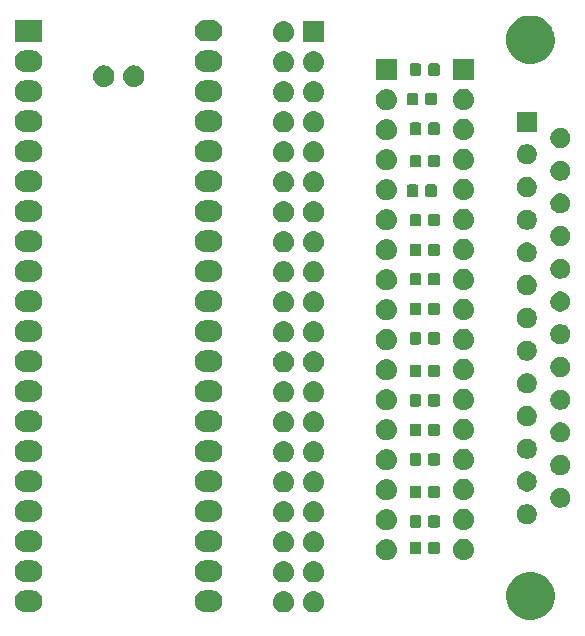
<source format=gbr>
G04 #@! TF.GenerationSoftware,KiCad,Pcbnew,(5.0.2)-1*
G04 #@! TF.CreationDate,2020-05-04T12:03:43+03:00*
G04 #@! TF.ProjectId,GrblCnc3040,4772626c-436e-4633-9330-34302e6b6963,rev?*
G04 #@! TF.SameCoordinates,Original*
G04 #@! TF.FileFunction,Soldermask,Bot*
G04 #@! TF.FilePolarity,Negative*
%FSLAX46Y46*%
G04 Gerber Fmt 4.6, Leading zero omitted, Abs format (unit mm)*
G04 Created by KiCad (PCBNEW (5.0.2)-1) date 04/05/2020 12:03:43*
%MOMM*%
%LPD*%
G01*
G04 APERTURE LIST*
%ADD10C,0.100000*%
G04 APERTURE END LIST*
D10*
G36*
X222798252Y-96597818D02*
X222798254Y-96597819D01*
X222798255Y-96597819D01*
X223171513Y-96752427D01*
X223502905Y-96973857D01*
X223507439Y-96976886D01*
X223793114Y-97262561D01*
X223793116Y-97262564D01*
X224017573Y-97598487D01*
X224172181Y-97971745D01*
X224172182Y-97971748D01*
X224251000Y-98367993D01*
X224251000Y-98772007D01*
X224193715Y-99060000D01*
X224172181Y-99168255D01*
X224017573Y-99541513D01*
X223805924Y-99858268D01*
X223793114Y-99877439D01*
X223507439Y-100163114D01*
X223507436Y-100163116D01*
X223171513Y-100387573D01*
X222798255Y-100542181D01*
X222798254Y-100542181D01*
X222798252Y-100542182D01*
X222402007Y-100621000D01*
X221997993Y-100621000D01*
X221601748Y-100542182D01*
X221601746Y-100542181D01*
X221601745Y-100542181D01*
X221228487Y-100387573D01*
X220892564Y-100163116D01*
X220892561Y-100163114D01*
X220606886Y-99877439D01*
X220594076Y-99858268D01*
X220382427Y-99541513D01*
X220227819Y-99168255D01*
X220206286Y-99060000D01*
X220149000Y-98772007D01*
X220149000Y-98367993D01*
X220227818Y-97971748D01*
X220227819Y-97971745D01*
X220382427Y-97598487D01*
X220606884Y-97262564D01*
X220606886Y-97262561D01*
X220892561Y-96976886D01*
X220897095Y-96973857D01*
X221228487Y-96752427D01*
X221601745Y-96597819D01*
X221601746Y-96597819D01*
X221601748Y-96597818D01*
X221997993Y-96519000D01*
X222402007Y-96519000D01*
X222798252Y-96597818D01*
X222798252Y-96597818D01*
G37*
G36*
X203945443Y-98165519D02*
X204011627Y-98172037D01*
X204124853Y-98206384D01*
X204181467Y-98223557D01*
X204320087Y-98297652D01*
X204337991Y-98307222D01*
X204373729Y-98336552D01*
X204475186Y-98419814D01*
X204539856Y-98498616D01*
X204587778Y-98557009D01*
X204587779Y-98557011D01*
X204671443Y-98713533D01*
X204671443Y-98713534D01*
X204722963Y-98883373D01*
X204740359Y-99060000D01*
X204722963Y-99236627D01*
X204688616Y-99349853D01*
X204671443Y-99406467D01*
X204610873Y-99519783D01*
X204587778Y-99562991D01*
X204558448Y-99598729D01*
X204475186Y-99700186D01*
X204386046Y-99773340D01*
X204337991Y-99812778D01*
X204337989Y-99812779D01*
X204181467Y-99896443D01*
X204124853Y-99913616D01*
X204011627Y-99947963D01*
X203945443Y-99954481D01*
X203879260Y-99961000D01*
X203790740Y-99961000D01*
X203724557Y-99954481D01*
X203658373Y-99947963D01*
X203545147Y-99913616D01*
X203488533Y-99896443D01*
X203332011Y-99812779D01*
X203332009Y-99812778D01*
X203283954Y-99773340D01*
X203194814Y-99700186D01*
X203111552Y-99598729D01*
X203082222Y-99562991D01*
X203059127Y-99519783D01*
X202998557Y-99406467D01*
X202981384Y-99349853D01*
X202947037Y-99236627D01*
X202929641Y-99060000D01*
X202947037Y-98883373D01*
X202998557Y-98713534D01*
X202998557Y-98713533D01*
X203082221Y-98557011D01*
X203082222Y-98557009D01*
X203130144Y-98498616D01*
X203194814Y-98419814D01*
X203296271Y-98336552D01*
X203332009Y-98307222D01*
X203349913Y-98297652D01*
X203488533Y-98223557D01*
X203545147Y-98206384D01*
X203658373Y-98172037D01*
X203724557Y-98165519D01*
X203790740Y-98159000D01*
X203879260Y-98159000D01*
X203945443Y-98165519D01*
X203945443Y-98165519D01*
G37*
G36*
X201405443Y-98165519D02*
X201471627Y-98172037D01*
X201584853Y-98206384D01*
X201641467Y-98223557D01*
X201780087Y-98297652D01*
X201797991Y-98307222D01*
X201833729Y-98336552D01*
X201935186Y-98419814D01*
X201999856Y-98498616D01*
X202047778Y-98557009D01*
X202047779Y-98557011D01*
X202131443Y-98713533D01*
X202131443Y-98713534D01*
X202182963Y-98883373D01*
X202200359Y-99060000D01*
X202182963Y-99236627D01*
X202148616Y-99349853D01*
X202131443Y-99406467D01*
X202070873Y-99519783D01*
X202047778Y-99562991D01*
X202018448Y-99598729D01*
X201935186Y-99700186D01*
X201846046Y-99773340D01*
X201797991Y-99812778D01*
X201797989Y-99812779D01*
X201641467Y-99896443D01*
X201584853Y-99913616D01*
X201471627Y-99947963D01*
X201405443Y-99954481D01*
X201339260Y-99961000D01*
X201250740Y-99961000D01*
X201184557Y-99954481D01*
X201118373Y-99947963D01*
X201005147Y-99913616D01*
X200948533Y-99896443D01*
X200792011Y-99812779D01*
X200792009Y-99812778D01*
X200743954Y-99773340D01*
X200654814Y-99700186D01*
X200571552Y-99598729D01*
X200542222Y-99562991D01*
X200519127Y-99519783D01*
X200458557Y-99406467D01*
X200441384Y-99349853D01*
X200407037Y-99236627D01*
X200389641Y-99060000D01*
X200407037Y-98883373D01*
X200458557Y-98713534D01*
X200458557Y-98713533D01*
X200542221Y-98557011D01*
X200542222Y-98557009D01*
X200590144Y-98498616D01*
X200654814Y-98419814D01*
X200756271Y-98336552D01*
X200792009Y-98307222D01*
X200809913Y-98297652D01*
X200948533Y-98223557D01*
X201005147Y-98206384D01*
X201118373Y-98172037D01*
X201184557Y-98165519D01*
X201250740Y-98159000D01*
X201339260Y-98159000D01*
X201405443Y-98165519D01*
X201405443Y-98165519D01*
G37*
G36*
X195385694Y-98107833D02*
X195558094Y-98160131D01*
X195558096Y-98160132D01*
X195716983Y-98245059D01*
X195716985Y-98245060D01*
X195716984Y-98245060D01*
X195856249Y-98359351D01*
X195970540Y-98498616D01*
X196055469Y-98657506D01*
X196107767Y-98829906D01*
X196125425Y-99009200D01*
X196107767Y-99188494D01*
X196055469Y-99360894D01*
X196055468Y-99360896D01*
X195970541Y-99519783D01*
X195856249Y-99659049D01*
X195716983Y-99773341D01*
X195558096Y-99858268D01*
X195558094Y-99858269D01*
X195385694Y-99910567D01*
X195251331Y-99923800D01*
X194638669Y-99923800D01*
X194504306Y-99910567D01*
X194331906Y-99858269D01*
X194331904Y-99858268D01*
X194173017Y-99773341D01*
X194033751Y-99659049D01*
X193919459Y-99519783D01*
X193834532Y-99360896D01*
X193834531Y-99360894D01*
X193782233Y-99188494D01*
X193764575Y-99009200D01*
X193782233Y-98829906D01*
X193834531Y-98657506D01*
X193919460Y-98498616D01*
X194033751Y-98359351D01*
X194173016Y-98245060D01*
X194173015Y-98245060D01*
X194173017Y-98245059D01*
X194331904Y-98160132D01*
X194331906Y-98160131D01*
X194504306Y-98107833D01*
X194638669Y-98094600D01*
X195251331Y-98094600D01*
X195385694Y-98107833D01*
X195385694Y-98107833D01*
G37*
G36*
X180145694Y-98107833D02*
X180318094Y-98160131D01*
X180318096Y-98160132D01*
X180476983Y-98245059D01*
X180476985Y-98245060D01*
X180476984Y-98245060D01*
X180616249Y-98359351D01*
X180730540Y-98498616D01*
X180815469Y-98657506D01*
X180867767Y-98829906D01*
X180885425Y-99009200D01*
X180867767Y-99188494D01*
X180815469Y-99360894D01*
X180815468Y-99360896D01*
X180730541Y-99519783D01*
X180616249Y-99659049D01*
X180476983Y-99773341D01*
X180318096Y-99858268D01*
X180318094Y-99858269D01*
X180145694Y-99910567D01*
X180011331Y-99923800D01*
X179398669Y-99923800D01*
X179264306Y-99910567D01*
X179091906Y-99858269D01*
X179091904Y-99858268D01*
X178933017Y-99773341D01*
X178793751Y-99659049D01*
X178679459Y-99519783D01*
X178594532Y-99360896D01*
X178594531Y-99360894D01*
X178542233Y-99188494D01*
X178524575Y-99009200D01*
X178542233Y-98829906D01*
X178594531Y-98657506D01*
X178679460Y-98498616D01*
X178793751Y-98359351D01*
X178933016Y-98245060D01*
X178933015Y-98245060D01*
X178933017Y-98245059D01*
X179091904Y-98160132D01*
X179091906Y-98160131D01*
X179264306Y-98107833D01*
X179398669Y-98094600D01*
X180011331Y-98094600D01*
X180145694Y-98107833D01*
X180145694Y-98107833D01*
G37*
G36*
X201405442Y-95625518D02*
X201471627Y-95632037D01*
X201584853Y-95666384D01*
X201641467Y-95683557D01*
X201780087Y-95757652D01*
X201797991Y-95767222D01*
X201833729Y-95796552D01*
X201935186Y-95879814D01*
X201999856Y-95958616D01*
X202047778Y-96017009D01*
X202047779Y-96017011D01*
X202131443Y-96173533D01*
X202131443Y-96173534D01*
X202182963Y-96343373D01*
X202200359Y-96520000D01*
X202182963Y-96696627D01*
X202166036Y-96752427D01*
X202131443Y-96866467D01*
X202072423Y-96976884D01*
X202047778Y-97022991D01*
X202018448Y-97058729D01*
X201935186Y-97160186D01*
X201846046Y-97233340D01*
X201797991Y-97272778D01*
X201797989Y-97272779D01*
X201641467Y-97356443D01*
X201584853Y-97373616D01*
X201471627Y-97407963D01*
X201405442Y-97414482D01*
X201339260Y-97421000D01*
X201250740Y-97421000D01*
X201184558Y-97414482D01*
X201118373Y-97407963D01*
X201005147Y-97373616D01*
X200948533Y-97356443D01*
X200792011Y-97272779D01*
X200792009Y-97272778D01*
X200743954Y-97233340D01*
X200654814Y-97160186D01*
X200571552Y-97058729D01*
X200542222Y-97022991D01*
X200517577Y-96976884D01*
X200458557Y-96866467D01*
X200423964Y-96752427D01*
X200407037Y-96696627D01*
X200389641Y-96520000D01*
X200407037Y-96343373D01*
X200458557Y-96173534D01*
X200458557Y-96173533D01*
X200542221Y-96017011D01*
X200542222Y-96017009D01*
X200590144Y-95958616D01*
X200654814Y-95879814D01*
X200756271Y-95796552D01*
X200792009Y-95767222D01*
X200809913Y-95757652D01*
X200948533Y-95683557D01*
X201005147Y-95666384D01*
X201118373Y-95632037D01*
X201184558Y-95625518D01*
X201250740Y-95619000D01*
X201339260Y-95619000D01*
X201405442Y-95625518D01*
X201405442Y-95625518D01*
G37*
G36*
X203945442Y-95625518D02*
X204011627Y-95632037D01*
X204124853Y-95666384D01*
X204181467Y-95683557D01*
X204320087Y-95757652D01*
X204337991Y-95767222D01*
X204373729Y-95796552D01*
X204475186Y-95879814D01*
X204539856Y-95958616D01*
X204587778Y-96017009D01*
X204587779Y-96017011D01*
X204671443Y-96173533D01*
X204671443Y-96173534D01*
X204722963Y-96343373D01*
X204740359Y-96520000D01*
X204722963Y-96696627D01*
X204706036Y-96752427D01*
X204671443Y-96866467D01*
X204612423Y-96976884D01*
X204587778Y-97022991D01*
X204558448Y-97058729D01*
X204475186Y-97160186D01*
X204386046Y-97233340D01*
X204337991Y-97272778D01*
X204337989Y-97272779D01*
X204181467Y-97356443D01*
X204124853Y-97373616D01*
X204011627Y-97407963D01*
X203945442Y-97414482D01*
X203879260Y-97421000D01*
X203790740Y-97421000D01*
X203724558Y-97414482D01*
X203658373Y-97407963D01*
X203545147Y-97373616D01*
X203488533Y-97356443D01*
X203332011Y-97272779D01*
X203332009Y-97272778D01*
X203283954Y-97233340D01*
X203194814Y-97160186D01*
X203111552Y-97058729D01*
X203082222Y-97022991D01*
X203057577Y-96976884D01*
X202998557Y-96866467D01*
X202963964Y-96752427D01*
X202947037Y-96696627D01*
X202929641Y-96520000D01*
X202947037Y-96343373D01*
X202998557Y-96173534D01*
X202998557Y-96173533D01*
X203082221Y-96017011D01*
X203082222Y-96017009D01*
X203130144Y-95958616D01*
X203194814Y-95879814D01*
X203296271Y-95796552D01*
X203332009Y-95767222D01*
X203349913Y-95757652D01*
X203488533Y-95683557D01*
X203545147Y-95666384D01*
X203658373Y-95632037D01*
X203724558Y-95625518D01*
X203790740Y-95619000D01*
X203879260Y-95619000D01*
X203945442Y-95625518D01*
X203945442Y-95625518D01*
G37*
G36*
X195385694Y-95567833D02*
X195558094Y-95620131D01*
X195558096Y-95620132D01*
X195716983Y-95705059D01*
X195716985Y-95705060D01*
X195716984Y-95705060D01*
X195856249Y-95819351D01*
X195970540Y-95958616D01*
X196055469Y-96117506D01*
X196107767Y-96289906D01*
X196125425Y-96469200D01*
X196107767Y-96648494D01*
X196076238Y-96752428D01*
X196055468Y-96820896D01*
X195970541Y-96979783D01*
X195856249Y-97119049D01*
X195716983Y-97233341D01*
X195558096Y-97318268D01*
X195558094Y-97318269D01*
X195385694Y-97370567D01*
X195251331Y-97383800D01*
X194638669Y-97383800D01*
X194504306Y-97370567D01*
X194331906Y-97318269D01*
X194331904Y-97318268D01*
X194173017Y-97233341D01*
X194033751Y-97119049D01*
X193919459Y-96979783D01*
X193834532Y-96820896D01*
X193813762Y-96752428D01*
X193782233Y-96648494D01*
X193764575Y-96469200D01*
X193782233Y-96289906D01*
X193834531Y-96117506D01*
X193919460Y-95958616D01*
X194033751Y-95819351D01*
X194173016Y-95705060D01*
X194173015Y-95705060D01*
X194173017Y-95705059D01*
X194331904Y-95620132D01*
X194331906Y-95620131D01*
X194504306Y-95567833D01*
X194638669Y-95554600D01*
X195251331Y-95554600D01*
X195385694Y-95567833D01*
X195385694Y-95567833D01*
G37*
G36*
X180145694Y-95567833D02*
X180318094Y-95620131D01*
X180318096Y-95620132D01*
X180476983Y-95705059D01*
X180476985Y-95705060D01*
X180476984Y-95705060D01*
X180616249Y-95819351D01*
X180730540Y-95958616D01*
X180815469Y-96117506D01*
X180867767Y-96289906D01*
X180885425Y-96469200D01*
X180867767Y-96648494D01*
X180836238Y-96752428D01*
X180815468Y-96820896D01*
X180730541Y-96979783D01*
X180616249Y-97119049D01*
X180476983Y-97233341D01*
X180318096Y-97318268D01*
X180318094Y-97318269D01*
X180145694Y-97370567D01*
X180011331Y-97383800D01*
X179398669Y-97383800D01*
X179264306Y-97370567D01*
X179091906Y-97318269D01*
X179091904Y-97318268D01*
X178933017Y-97233341D01*
X178793751Y-97119049D01*
X178679459Y-96979783D01*
X178594532Y-96820896D01*
X178573762Y-96752428D01*
X178542233Y-96648494D01*
X178524575Y-96469200D01*
X178542233Y-96289906D01*
X178594531Y-96117506D01*
X178679460Y-95958616D01*
X178793751Y-95819351D01*
X178933016Y-95705060D01*
X178933015Y-95705060D01*
X178933017Y-95705059D01*
X179091904Y-95620132D01*
X179091906Y-95620131D01*
X179264306Y-95567833D01*
X179398669Y-95554600D01*
X180011331Y-95554600D01*
X180145694Y-95567833D01*
X180145694Y-95567833D01*
G37*
G36*
X210110442Y-93745518D02*
X210176627Y-93752037D01*
X210289853Y-93786384D01*
X210346467Y-93803557D01*
X210456218Y-93862221D01*
X210502991Y-93887222D01*
X210538729Y-93916552D01*
X210640186Y-93999814D01*
X210723448Y-94101271D01*
X210752778Y-94137009D01*
X210752779Y-94137011D01*
X210836443Y-94293533D01*
X210836443Y-94293534D01*
X210887963Y-94463373D01*
X210905359Y-94640000D01*
X210887963Y-94816627D01*
X210858556Y-94913569D01*
X210836443Y-94986467D01*
X210766142Y-95117989D01*
X210752778Y-95142991D01*
X210723448Y-95178729D01*
X210640186Y-95280186D01*
X210538729Y-95363448D01*
X210502991Y-95392778D01*
X210502989Y-95392779D01*
X210346467Y-95476443D01*
X210289853Y-95493616D01*
X210176627Y-95527963D01*
X210110443Y-95534481D01*
X210044260Y-95541000D01*
X209955740Y-95541000D01*
X209889557Y-95534481D01*
X209823373Y-95527963D01*
X209710147Y-95493616D01*
X209653533Y-95476443D01*
X209497011Y-95392779D01*
X209497009Y-95392778D01*
X209461271Y-95363448D01*
X209359814Y-95280186D01*
X209276552Y-95178729D01*
X209247222Y-95142991D01*
X209233858Y-95117989D01*
X209163557Y-94986467D01*
X209141444Y-94913569D01*
X209112037Y-94816627D01*
X209094641Y-94640000D01*
X209112037Y-94463373D01*
X209163557Y-94293534D01*
X209163557Y-94293533D01*
X209247221Y-94137011D01*
X209247222Y-94137009D01*
X209276552Y-94101271D01*
X209359814Y-93999814D01*
X209461271Y-93916552D01*
X209497009Y-93887222D01*
X209543782Y-93862221D01*
X209653533Y-93803557D01*
X209710147Y-93786384D01*
X209823373Y-93752037D01*
X209889558Y-93745518D01*
X209955740Y-93739000D01*
X210044260Y-93739000D01*
X210110442Y-93745518D01*
X210110442Y-93745518D01*
G37*
G36*
X216645443Y-93720519D02*
X216711627Y-93727037D01*
X216787019Y-93749907D01*
X216881467Y-93778557D01*
X217020087Y-93852652D01*
X217037991Y-93862222D01*
X217068452Y-93887221D01*
X217175186Y-93974814D01*
X217258448Y-94076271D01*
X217287778Y-94112009D01*
X217287779Y-94112011D01*
X217371443Y-94268533D01*
X217379027Y-94293534D01*
X217422963Y-94438373D01*
X217440359Y-94615000D01*
X217422963Y-94791627D01*
X217399807Y-94867963D01*
X217371443Y-94961467D01*
X217344642Y-95011607D01*
X217287778Y-95117991D01*
X217267261Y-95142991D01*
X217175186Y-95255186D01*
X217073729Y-95338448D01*
X217037991Y-95367778D01*
X217037989Y-95367779D01*
X216881467Y-95451443D01*
X216824853Y-95468616D01*
X216711627Y-95502963D01*
X216645443Y-95509481D01*
X216579260Y-95516000D01*
X216490740Y-95516000D01*
X216424557Y-95509481D01*
X216358373Y-95502963D01*
X216245147Y-95468616D01*
X216188533Y-95451443D01*
X216032011Y-95367779D01*
X216032009Y-95367778D01*
X215996271Y-95338448D01*
X215894814Y-95255186D01*
X215802739Y-95142991D01*
X215782222Y-95117991D01*
X215725358Y-95011607D01*
X215698557Y-94961467D01*
X215670193Y-94867963D01*
X215647037Y-94791627D01*
X215629641Y-94615000D01*
X215647037Y-94438373D01*
X215690973Y-94293534D01*
X215698557Y-94268533D01*
X215782221Y-94112011D01*
X215782222Y-94112009D01*
X215811552Y-94076271D01*
X215894814Y-93974814D01*
X216001548Y-93887221D01*
X216032009Y-93862222D01*
X216049913Y-93852652D01*
X216188533Y-93778557D01*
X216282981Y-93749907D01*
X216358373Y-93727037D01*
X216424558Y-93720518D01*
X216490740Y-93714000D01*
X216579260Y-93714000D01*
X216645443Y-93720519D01*
X216645443Y-93720519D01*
G37*
G36*
X214379591Y-93978085D02*
X214413569Y-93988393D01*
X214444887Y-94005133D01*
X214472339Y-94027661D01*
X214494867Y-94055113D01*
X214511607Y-94086431D01*
X214521915Y-94120409D01*
X214526000Y-94161890D01*
X214526000Y-94838110D01*
X214521915Y-94879591D01*
X214511607Y-94913569D01*
X214494867Y-94944887D01*
X214472339Y-94972339D01*
X214444887Y-94994867D01*
X214413569Y-95011607D01*
X214379591Y-95021915D01*
X214338110Y-95026000D01*
X213736890Y-95026000D01*
X213695409Y-95021915D01*
X213661431Y-95011607D01*
X213630113Y-94994867D01*
X213602661Y-94972339D01*
X213580133Y-94944887D01*
X213563393Y-94913569D01*
X213553085Y-94879591D01*
X213549000Y-94838110D01*
X213549000Y-94161890D01*
X213553085Y-94120409D01*
X213563393Y-94086431D01*
X213580133Y-94055113D01*
X213602661Y-94027661D01*
X213630113Y-94005133D01*
X213661431Y-93988393D01*
X213695409Y-93978085D01*
X213736890Y-93974000D01*
X214338110Y-93974000D01*
X214379591Y-93978085D01*
X214379591Y-93978085D01*
G37*
G36*
X212804591Y-93978085D02*
X212838569Y-93988393D01*
X212869887Y-94005133D01*
X212897339Y-94027661D01*
X212919867Y-94055113D01*
X212936607Y-94086431D01*
X212946915Y-94120409D01*
X212951000Y-94161890D01*
X212951000Y-94838110D01*
X212946915Y-94879591D01*
X212936607Y-94913569D01*
X212919867Y-94944887D01*
X212897339Y-94972339D01*
X212869887Y-94994867D01*
X212838569Y-95011607D01*
X212804591Y-95021915D01*
X212763110Y-95026000D01*
X212161890Y-95026000D01*
X212120409Y-95021915D01*
X212086431Y-95011607D01*
X212055113Y-94994867D01*
X212027661Y-94972339D01*
X212005133Y-94944887D01*
X211988393Y-94913569D01*
X211978085Y-94879591D01*
X211974000Y-94838110D01*
X211974000Y-94161890D01*
X211978085Y-94120409D01*
X211988393Y-94086431D01*
X212005133Y-94055113D01*
X212027661Y-94027661D01*
X212055113Y-94005133D01*
X212086431Y-93988393D01*
X212120409Y-93978085D01*
X212161890Y-93974000D01*
X212763110Y-93974000D01*
X212804591Y-93978085D01*
X212804591Y-93978085D01*
G37*
G36*
X201405443Y-93085519D02*
X201471627Y-93092037D01*
X201584853Y-93126384D01*
X201641467Y-93143557D01*
X201780087Y-93217652D01*
X201797991Y-93227222D01*
X201833729Y-93256552D01*
X201935186Y-93339814D01*
X201999856Y-93418616D01*
X202047778Y-93477009D01*
X202047779Y-93477011D01*
X202131443Y-93633533D01*
X202131443Y-93633534D01*
X202182963Y-93803373D01*
X202200359Y-93980000D01*
X202182963Y-94156627D01*
X202164270Y-94218250D01*
X202131443Y-94326467D01*
X202071627Y-94438373D01*
X202047778Y-94482991D01*
X202018448Y-94518729D01*
X201935186Y-94620186D01*
X201846046Y-94693340D01*
X201797991Y-94732778D01*
X201797989Y-94732779D01*
X201641467Y-94816443D01*
X201584853Y-94833616D01*
X201471627Y-94867963D01*
X201405443Y-94874481D01*
X201339260Y-94881000D01*
X201250740Y-94881000D01*
X201184557Y-94874481D01*
X201118373Y-94867963D01*
X201005147Y-94833616D01*
X200948533Y-94816443D01*
X200792011Y-94732779D01*
X200792009Y-94732778D01*
X200743954Y-94693340D01*
X200654814Y-94620186D01*
X200571552Y-94518729D01*
X200542222Y-94482991D01*
X200518373Y-94438373D01*
X200458557Y-94326467D01*
X200425730Y-94218250D01*
X200407037Y-94156627D01*
X200389641Y-93980000D01*
X200407037Y-93803373D01*
X200458557Y-93633534D01*
X200458557Y-93633533D01*
X200542221Y-93477011D01*
X200542222Y-93477009D01*
X200590144Y-93418616D01*
X200654814Y-93339814D01*
X200756271Y-93256552D01*
X200792009Y-93227222D01*
X200809913Y-93217652D01*
X200948533Y-93143557D01*
X201005147Y-93126384D01*
X201118373Y-93092037D01*
X201184557Y-93085519D01*
X201250740Y-93079000D01*
X201339260Y-93079000D01*
X201405443Y-93085519D01*
X201405443Y-93085519D01*
G37*
G36*
X203945443Y-93085519D02*
X204011627Y-93092037D01*
X204124853Y-93126384D01*
X204181467Y-93143557D01*
X204320087Y-93217652D01*
X204337991Y-93227222D01*
X204373729Y-93256552D01*
X204475186Y-93339814D01*
X204539856Y-93418616D01*
X204587778Y-93477009D01*
X204587779Y-93477011D01*
X204671443Y-93633533D01*
X204671443Y-93633534D01*
X204722963Y-93803373D01*
X204740359Y-93980000D01*
X204722963Y-94156627D01*
X204704270Y-94218250D01*
X204671443Y-94326467D01*
X204611627Y-94438373D01*
X204587778Y-94482991D01*
X204558448Y-94518729D01*
X204475186Y-94620186D01*
X204386046Y-94693340D01*
X204337991Y-94732778D01*
X204337989Y-94732779D01*
X204181467Y-94816443D01*
X204124853Y-94833616D01*
X204011627Y-94867963D01*
X203945443Y-94874481D01*
X203879260Y-94881000D01*
X203790740Y-94881000D01*
X203724557Y-94874481D01*
X203658373Y-94867963D01*
X203545147Y-94833616D01*
X203488533Y-94816443D01*
X203332011Y-94732779D01*
X203332009Y-94732778D01*
X203283954Y-94693340D01*
X203194814Y-94620186D01*
X203111552Y-94518729D01*
X203082222Y-94482991D01*
X203058373Y-94438373D01*
X202998557Y-94326467D01*
X202965730Y-94218250D01*
X202947037Y-94156627D01*
X202929641Y-93980000D01*
X202947037Y-93803373D01*
X202998557Y-93633534D01*
X202998557Y-93633533D01*
X203082221Y-93477011D01*
X203082222Y-93477009D01*
X203130144Y-93418616D01*
X203194814Y-93339814D01*
X203296271Y-93256552D01*
X203332009Y-93227222D01*
X203349913Y-93217652D01*
X203488533Y-93143557D01*
X203545147Y-93126384D01*
X203658373Y-93092037D01*
X203724557Y-93085519D01*
X203790740Y-93079000D01*
X203879260Y-93079000D01*
X203945443Y-93085519D01*
X203945443Y-93085519D01*
G37*
G36*
X195385694Y-93027833D02*
X195558094Y-93080131D01*
X195558096Y-93080132D01*
X195716983Y-93165059D01*
X195716985Y-93165060D01*
X195716984Y-93165060D01*
X195856249Y-93279351D01*
X195970540Y-93418616D01*
X196055469Y-93577506D01*
X196107767Y-93749906D01*
X196125425Y-93929200D01*
X196107767Y-94108494D01*
X196059218Y-94268534D01*
X196055468Y-94280896D01*
X195970541Y-94439783D01*
X195856249Y-94579049D01*
X195716983Y-94693341D01*
X195558096Y-94778268D01*
X195558094Y-94778269D01*
X195385694Y-94830567D01*
X195251331Y-94843800D01*
X194638669Y-94843800D01*
X194504306Y-94830567D01*
X194331906Y-94778269D01*
X194331904Y-94778268D01*
X194173017Y-94693341D01*
X194033751Y-94579049D01*
X193919459Y-94439783D01*
X193834532Y-94280896D01*
X193830782Y-94268534D01*
X193782233Y-94108494D01*
X193764575Y-93929200D01*
X193782233Y-93749906D01*
X193834531Y-93577506D01*
X193919460Y-93418616D01*
X194033751Y-93279351D01*
X194173016Y-93165060D01*
X194173015Y-93165060D01*
X194173017Y-93165059D01*
X194331904Y-93080132D01*
X194331906Y-93080131D01*
X194504306Y-93027833D01*
X194638669Y-93014600D01*
X195251331Y-93014600D01*
X195385694Y-93027833D01*
X195385694Y-93027833D01*
G37*
G36*
X180145694Y-93027833D02*
X180318094Y-93080131D01*
X180318096Y-93080132D01*
X180476983Y-93165059D01*
X180476985Y-93165060D01*
X180476984Y-93165060D01*
X180616249Y-93279351D01*
X180730540Y-93418616D01*
X180815469Y-93577506D01*
X180867767Y-93749906D01*
X180885425Y-93929200D01*
X180867767Y-94108494D01*
X180819218Y-94268534D01*
X180815468Y-94280896D01*
X180730541Y-94439783D01*
X180616249Y-94579049D01*
X180476983Y-94693341D01*
X180318096Y-94778268D01*
X180318094Y-94778269D01*
X180145694Y-94830567D01*
X180011331Y-94843800D01*
X179398669Y-94843800D01*
X179264306Y-94830567D01*
X179091906Y-94778269D01*
X179091904Y-94778268D01*
X178933017Y-94693341D01*
X178793751Y-94579049D01*
X178679459Y-94439783D01*
X178594532Y-94280896D01*
X178590782Y-94268534D01*
X178542233Y-94108494D01*
X178524575Y-93929200D01*
X178542233Y-93749906D01*
X178594531Y-93577506D01*
X178679460Y-93418616D01*
X178793751Y-93279351D01*
X178933016Y-93165060D01*
X178933015Y-93165060D01*
X178933017Y-93165059D01*
X179091904Y-93080132D01*
X179091906Y-93080131D01*
X179264306Y-93027833D01*
X179398669Y-93014600D01*
X180011331Y-93014600D01*
X180145694Y-93027833D01*
X180145694Y-93027833D01*
G37*
G36*
X210110443Y-91205519D02*
X210176627Y-91212037D01*
X210289853Y-91246384D01*
X210346467Y-91263557D01*
X210456218Y-91322221D01*
X210502991Y-91347222D01*
X210538729Y-91376552D01*
X210640186Y-91459814D01*
X210719274Y-91556184D01*
X210752778Y-91597009D01*
X210752779Y-91597011D01*
X210836443Y-91753533D01*
X210836443Y-91753534D01*
X210887963Y-91923373D01*
X210905359Y-92100000D01*
X210887963Y-92276627D01*
X210853616Y-92389853D01*
X210836443Y-92446467D01*
X210766142Y-92577989D01*
X210752778Y-92602991D01*
X210734535Y-92625220D01*
X210640186Y-92740186D01*
X210538729Y-92823448D01*
X210502991Y-92852778D01*
X210502989Y-92852779D01*
X210346467Y-92936443D01*
X210289853Y-92953616D01*
X210176627Y-92987963D01*
X210110442Y-92994482D01*
X210044260Y-93001000D01*
X209955740Y-93001000D01*
X209889558Y-92994482D01*
X209823373Y-92987963D01*
X209710147Y-92953616D01*
X209653533Y-92936443D01*
X209497011Y-92852779D01*
X209497009Y-92852778D01*
X209461271Y-92823448D01*
X209359814Y-92740186D01*
X209265465Y-92625220D01*
X209247222Y-92602991D01*
X209233858Y-92577989D01*
X209163557Y-92446467D01*
X209146384Y-92389853D01*
X209112037Y-92276627D01*
X209094641Y-92100000D01*
X209112037Y-91923373D01*
X209163557Y-91753534D01*
X209163557Y-91753533D01*
X209247221Y-91597011D01*
X209247222Y-91597009D01*
X209280726Y-91556184D01*
X209359814Y-91459814D01*
X209461271Y-91376552D01*
X209497009Y-91347222D01*
X209543782Y-91322221D01*
X209653533Y-91263557D01*
X209710147Y-91246384D01*
X209823373Y-91212037D01*
X209889557Y-91205519D01*
X209955740Y-91199000D01*
X210044260Y-91199000D01*
X210110443Y-91205519D01*
X210110443Y-91205519D01*
G37*
G36*
X216645442Y-91180518D02*
X216711627Y-91187037D01*
X216787019Y-91209907D01*
X216881467Y-91238557D01*
X217020087Y-91312652D01*
X217037991Y-91322222D01*
X217068452Y-91347221D01*
X217175186Y-91434814D01*
X217258448Y-91536271D01*
X217287778Y-91572009D01*
X217287779Y-91572011D01*
X217371443Y-91728533D01*
X217388616Y-91785147D01*
X217422963Y-91898373D01*
X217440359Y-92075000D01*
X217422963Y-92251627D01*
X217399807Y-92327963D01*
X217371443Y-92421467D01*
X217334276Y-92491000D01*
X217287778Y-92577991D01*
X217267261Y-92602991D01*
X217175186Y-92715186D01*
X217073729Y-92798448D01*
X217037991Y-92827778D01*
X217037989Y-92827779D01*
X216881467Y-92911443D01*
X216824853Y-92928616D01*
X216711627Y-92962963D01*
X216645442Y-92969482D01*
X216579260Y-92976000D01*
X216490740Y-92976000D01*
X216424558Y-92969482D01*
X216358373Y-92962963D01*
X216245147Y-92928616D01*
X216188533Y-92911443D01*
X216032011Y-92827779D01*
X216032009Y-92827778D01*
X215996271Y-92798448D01*
X215894814Y-92715186D01*
X215802739Y-92602991D01*
X215782222Y-92577991D01*
X215735724Y-92491000D01*
X215698557Y-92421467D01*
X215670193Y-92327963D01*
X215647037Y-92251627D01*
X215629641Y-92075000D01*
X215647037Y-91898373D01*
X215681384Y-91785147D01*
X215698557Y-91728533D01*
X215782221Y-91572011D01*
X215782222Y-91572009D01*
X215811552Y-91536271D01*
X215894814Y-91434814D01*
X216001548Y-91347221D01*
X216032009Y-91322222D01*
X216049913Y-91312652D01*
X216188533Y-91238557D01*
X216282981Y-91209907D01*
X216358373Y-91187037D01*
X216424558Y-91180518D01*
X216490740Y-91174000D01*
X216579260Y-91174000D01*
X216645442Y-91180518D01*
X216645442Y-91180518D01*
G37*
G36*
X214379591Y-91728085D02*
X214413569Y-91738393D01*
X214444887Y-91755133D01*
X214472339Y-91777661D01*
X214494867Y-91805113D01*
X214511607Y-91836431D01*
X214521915Y-91870409D01*
X214526000Y-91911890D01*
X214526000Y-92588110D01*
X214521915Y-92629591D01*
X214511607Y-92663569D01*
X214494867Y-92694887D01*
X214472339Y-92722339D01*
X214444887Y-92744867D01*
X214413569Y-92761607D01*
X214379591Y-92771915D01*
X214338110Y-92776000D01*
X213736890Y-92776000D01*
X213695409Y-92771915D01*
X213661431Y-92761607D01*
X213630113Y-92744867D01*
X213602661Y-92722339D01*
X213580133Y-92694887D01*
X213563393Y-92663569D01*
X213553085Y-92629591D01*
X213549000Y-92588110D01*
X213549000Y-91911890D01*
X213553085Y-91870409D01*
X213563393Y-91836431D01*
X213580133Y-91805113D01*
X213602661Y-91777661D01*
X213630113Y-91755133D01*
X213661431Y-91738393D01*
X213695409Y-91728085D01*
X213736890Y-91724000D01*
X214338110Y-91724000D01*
X214379591Y-91728085D01*
X214379591Y-91728085D01*
G37*
G36*
X212804591Y-91728085D02*
X212838569Y-91738393D01*
X212869887Y-91755133D01*
X212897339Y-91777661D01*
X212919867Y-91805113D01*
X212936607Y-91836431D01*
X212946915Y-91870409D01*
X212951000Y-91911890D01*
X212951000Y-92588110D01*
X212946915Y-92629591D01*
X212936607Y-92663569D01*
X212919867Y-92694887D01*
X212897339Y-92722339D01*
X212869887Y-92744867D01*
X212838569Y-92761607D01*
X212804591Y-92771915D01*
X212763110Y-92776000D01*
X212161890Y-92776000D01*
X212120409Y-92771915D01*
X212086431Y-92761607D01*
X212055113Y-92744867D01*
X212027661Y-92722339D01*
X212005133Y-92694887D01*
X211988393Y-92663569D01*
X211978085Y-92629591D01*
X211974000Y-92588110D01*
X211974000Y-91911890D01*
X211978085Y-91870409D01*
X211988393Y-91836431D01*
X212005133Y-91805113D01*
X212027661Y-91777661D01*
X212055113Y-91755133D01*
X212086431Y-91738393D01*
X212120409Y-91728085D01*
X212161890Y-91724000D01*
X212763110Y-91724000D01*
X212804591Y-91728085D01*
X212804591Y-91728085D01*
G37*
G36*
X222148228Y-90821703D02*
X222303100Y-90885853D01*
X222442481Y-90978985D01*
X222561015Y-91097519D01*
X222654147Y-91236900D01*
X222718297Y-91391772D01*
X222751000Y-91556184D01*
X222751000Y-91723816D01*
X222718297Y-91888228D01*
X222654147Y-92043100D01*
X222561015Y-92182481D01*
X222442481Y-92301015D01*
X222303100Y-92394147D01*
X222148228Y-92458297D01*
X221983816Y-92491000D01*
X221816184Y-92491000D01*
X221651772Y-92458297D01*
X221496900Y-92394147D01*
X221357519Y-92301015D01*
X221238985Y-92182481D01*
X221145853Y-92043100D01*
X221081703Y-91888228D01*
X221049000Y-91723816D01*
X221049000Y-91556184D01*
X221081703Y-91391772D01*
X221145853Y-91236900D01*
X221238985Y-91097519D01*
X221357519Y-90978985D01*
X221496900Y-90885853D01*
X221651772Y-90821703D01*
X221816184Y-90789000D01*
X221983816Y-90789000D01*
X222148228Y-90821703D01*
X222148228Y-90821703D01*
G37*
G36*
X203945443Y-90545519D02*
X204011627Y-90552037D01*
X204124853Y-90586384D01*
X204181467Y-90603557D01*
X204283508Y-90658100D01*
X204337991Y-90687222D01*
X204373729Y-90716552D01*
X204475186Y-90799814D01*
X204539856Y-90878616D01*
X204587778Y-90937009D01*
X204587779Y-90937011D01*
X204671443Y-91093533D01*
X204671443Y-91093534D01*
X204722963Y-91263373D01*
X204740359Y-91440000D01*
X204722963Y-91616627D01*
X204690448Y-91723816D01*
X204671443Y-91786467D01*
X204644736Y-91836431D01*
X204587778Y-91942991D01*
X204567048Y-91968250D01*
X204475186Y-92080186D01*
X204386046Y-92153340D01*
X204337991Y-92192778D01*
X204337989Y-92192779D01*
X204181467Y-92276443D01*
X204124853Y-92293616D01*
X204011627Y-92327963D01*
X203945443Y-92334481D01*
X203879260Y-92341000D01*
X203790740Y-92341000D01*
X203724557Y-92334481D01*
X203658373Y-92327963D01*
X203545147Y-92293616D01*
X203488533Y-92276443D01*
X203332011Y-92192779D01*
X203332009Y-92192778D01*
X203283954Y-92153340D01*
X203194814Y-92080186D01*
X203102952Y-91968250D01*
X203082222Y-91942991D01*
X203025264Y-91836431D01*
X202998557Y-91786467D01*
X202979552Y-91723816D01*
X202947037Y-91616627D01*
X202929641Y-91440000D01*
X202947037Y-91263373D01*
X202998557Y-91093534D01*
X202998557Y-91093533D01*
X203082221Y-90937011D01*
X203082222Y-90937009D01*
X203130144Y-90878616D01*
X203194814Y-90799814D01*
X203296271Y-90716552D01*
X203332009Y-90687222D01*
X203386492Y-90658100D01*
X203488533Y-90603557D01*
X203545147Y-90586384D01*
X203658373Y-90552037D01*
X203724558Y-90545518D01*
X203790740Y-90539000D01*
X203879260Y-90539000D01*
X203945443Y-90545519D01*
X203945443Y-90545519D01*
G37*
G36*
X201405443Y-90545519D02*
X201471627Y-90552037D01*
X201584853Y-90586384D01*
X201641467Y-90603557D01*
X201743508Y-90658100D01*
X201797991Y-90687222D01*
X201833729Y-90716552D01*
X201935186Y-90799814D01*
X201999856Y-90878616D01*
X202047778Y-90937009D01*
X202047779Y-90937011D01*
X202131443Y-91093533D01*
X202131443Y-91093534D01*
X202182963Y-91263373D01*
X202200359Y-91440000D01*
X202182963Y-91616627D01*
X202150448Y-91723816D01*
X202131443Y-91786467D01*
X202104736Y-91836431D01*
X202047778Y-91942991D01*
X202027048Y-91968250D01*
X201935186Y-92080186D01*
X201846046Y-92153340D01*
X201797991Y-92192778D01*
X201797989Y-92192779D01*
X201641467Y-92276443D01*
X201584853Y-92293616D01*
X201471627Y-92327963D01*
X201405443Y-92334481D01*
X201339260Y-92341000D01*
X201250740Y-92341000D01*
X201184557Y-92334481D01*
X201118373Y-92327963D01*
X201005147Y-92293616D01*
X200948533Y-92276443D01*
X200792011Y-92192779D01*
X200792009Y-92192778D01*
X200743954Y-92153340D01*
X200654814Y-92080186D01*
X200562952Y-91968250D01*
X200542222Y-91942991D01*
X200485264Y-91836431D01*
X200458557Y-91786467D01*
X200439552Y-91723816D01*
X200407037Y-91616627D01*
X200389641Y-91440000D01*
X200407037Y-91263373D01*
X200458557Y-91093534D01*
X200458557Y-91093533D01*
X200542221Y-90937011D01*
X200542222Y-90937009D01*
X200590144Y-90878616D01*
X200654814Y-90799814D01*
X200756271Y-90716552D01*
X200792009Y-90687222D01*
X200846492Y-90658100D01*
X200948533Y-90603557D01*
X201005147Y-90586384D01*
X201118373Y-90552037D01*
X201184558Y-90545518D01*
X201250740Y-90539000D01*
X201339260Y-90539000D01*
X201405443Y-90545519D01*
X201405443Y-90545519D01*
G37*
G36*
X195385694Y-90487833D02*
X195558094Y-90540131D01*
X195558096Y-90540132D01*
X195716983Y-90625059D01*
X195856249Y-90739351D01*
X195970541Y-90878617D01*
X196001752Y-90937009D01*
X196055469Y-91037506D01*
X196107767Y-91209906D01*
X196125425Y-91389200D01*
X196107767Y-91568494D01*
X196055469Y-91740894D01*
X196055468Y-91740896D01*
X195970541Y-91899783D01*
X195856249Y-92039049D01*
X195716983Y-92153341D01*
X195558096Y-92238268D01*
X195558094Y-92238269D01*
X195385694Y-92290567D01*
X195251331Y-92303800D01*
X194638669Y-92303800D01*
X194504306Y-92290567D01*
X194331906Y-92238269D01*
X194331904Y-92238268D01*
X194173017Y-92153341D01*
X194033751Y-92039049D01*
X193919459Y-91899783D01*
X193834532Y-91740896D01*
X193834531Y-91740894D01*
X193782233Y-91568494D01*
X193764575Y-91389200D01*
X193782233Y-91209906D01*
X193834531Y-91037506D01*
X193888248Y-90937009D01*
X193919459Y-90878617D01*
X194033751Y-90739351D01*
X194173017Y-90625059D01*
X194331904Y-90540132D01*
X194331906Y-90540131D01*
X194504306Y-90487833D01*
X194638669Y-90474600D01*
X195251331Y-90474600D01*
X195385694Y-90487833D01*
X195385694Y-90487833D01*
G37*
G36*
X180145694Y-90487833D02*
X180318094Y-90540131D01*
X180318096Y-90540132D01*
X180476983Y-90625059D01*
X180616249Y-90739351D01*
X180730541Y-90878617D01*
X180761752Y-90937009D01*
X180815469Y-91037506D01*
X180867767Y-91209906D01*
X180885425Y-91389200D01*
X180867767Y-91568494D01*
X180815469Y-91740894D01*
X180815468Y-91740896D01*
X180730541Y-91899783D01*
X180616249Y-92039049D01*
X180476983Y-92153341D01*
X180318096Y-92238268D01*
X180318094Y-92238269D01*
X180145694Y-92290567D01*
X180011331Y-92303800D01*
X179398669Y-92303800D01*
X179264306Y-92290567D01*
X179091906Y-92238269D01*
X179091904Y-92238268D01*
X178933017Y-92153341D01*
X178793751Y-92039049D01*
X178679459Y-91899783D01*
X178594532Y-91740896D01*
X178594531Y-91740894D01*
X178542233Y-91568494D01*
X178524575Y-91389200D01*
X178542233Y-91209906D01*
X178594531Y-91037506D01*
X178648248Y-90937009D01*
X178679459Y-90878617D01*
X178793751Y-90739351D01*
X178933017Y-90625059D01*
X179091904Y-90540132D01*
X179091906Y-90540131D01*
X179264306Y-90487833D01*
X179398669Y-90474600D01*
X180011331Y-90474600D01*
X180145694Y-90487833D01*
X180145694Y-90487833D01*
G37*
G36*
X224988228Y-89436703D02*
X225143100Y-89500853D01*
X225282481Y-89593985D01*
X225401015Y-89712519D01*
X225494147Y-89851900D01*
X225558297Y-90006772D01*
X225591000Y-90171184D01*
X225591000Y-90338816D01*
X225558297Y-90503228D01*
X225494147Y-90658100D01*
X225401015Y-90797481D01*
X225282481Y-90916015D01*
X225143100Y-91009147D01*
X224988228Y-91073297D01*
X224823816Y-91106000D01*
X224656184Y-91106000D01*
X224491772Y-91073297D01*
X224336900Y-91009147D01*
X224197519Y-90916015D01*
X224078985Y-90797481D01*
X223985853Y-90658100D01*
X223921703Y-90503228D01*
X223889000Y-90338816D01*
X223889000Y-90171184D01*
X223921703Y-90006772D01*
X223985853Y-89851900D01*
X224078985Y-89712519D01*
X224197519Y-89593985D01*
X224336900Y-89500853D01*
X224491772Y-89436703D01*
X224656184Y-89404000D01*
X224823816Y-89404000D01*
X224988228Y-89436703D01*
X224988228Y-89436703D01*
G37*
G36*
X210110442Y-88665518D02*
X210176627Y-88672037D01*
X210289853Y-88706384D01*
X210346467Y-88723557D01*
X210456218Y-88782221D01*
X210502991Y-88807222D01*
X210538729Y-88836552D01*
X210640186Y-88919814D01*
X210723448Y-89021271D01*
X210752778Y-89057009D01*
X210752779Y-89057011D01*
X210836443Y-89213533D01*
X210843984Y-89238393D01*
X210887963Y-89383373D01*
X210905359Y-89560000D01*
X210887963Y-89736627D01*
X210853616Y-89849853D01*
X210836443Y-89906467D01*
X210782828Y-90006772D01*
X210752778Y-90062991D01*
X210732163Y-90088110D01*
X210640186Y-90200186D01*
X210547805Y-90276000D01*
X210502991Y-90312778D01*
X210502989Y-90312779D01*
X210346467Y-90396443D01*
X210289853Y-90413616D01*
X210176627Y-90447963D01*
X210110443Y-90454481D01*
X210044260Y-90461000D01*
X209955740Y-90461000D01*
X209889557Y-90454481D01*
X209823373Y-90447963D01*
X209710147Y-90413616D01*
X209653533Y-90396443D01*
X209497011Y-90312779D01*
X209497009Y-90312778D01*
X209452195Y-90276000D01*
X209359814Y-90200186D01*
X209267837Y-90088110D01*
X209247222Y-90062991D01*
X209217172Y-90006772D01*
X209163557Y-89906467D01*
X209146384Y-89849853D01*
X209112037Y-89736627D01*
X209094641Y-89560000D01*
X209112037Y-89383373D01*
X209156016Y-89238393D01*
X209163557Y-89213533D01*
X209247221Y-89057011D01*
X209247222Y-89057009D01*
X209276552Y-89021271D01*
X209359814Y-88919814D01*
X209461271Y-88836552D01*
X209497009Y-88807222D01*
X209543782Y-88782221D01*
X209653533Y-88723557D01*
X209710147Y-88706384D01*
X209823373Y-88672037D01*
X209889558Y-88665518D01*
X209955740Y-88659000D01*
X210044260Y-88659000D01*
X210110442Y-88665518D01*
X210110442Y-88665518D01*
G37*
G36*
X216645443Y-88640519D02*
X216711627Y-88647037D01*
X216787019Y-88669907D01*
X216881467Y-88698557D01*
X217020087Y-88772652D01*
X217037991Y-88782222D01*
X217068452Y-88807221D01*
X217175186Y-88894814D01*
X217258448Y-88996271D01*
X217287778Y-89032009D01*
X217287779Y-89032011D01*
X217371443Y-89188533D01*
X217383441Y-89228085D01*
X217422963Y-89358373D01*
X217440359Y-89535000D01*
X217422963Y-89711627D01*
X217399807Y-89787963D01*
X217371443Y-89881467D01*
X217358080Y-89906467D01*
X217287778Y-90037991D01*
X217267261Y-90062991D01*
X217175186Y-90175186D01*
X217102501Y-90234836D01*
X217037991Y-90287778D01*
X217037989Y-90287779D01*
X216881467Y-90371443D01*
X216824853Y-90388616D01*
X216711627Y-90422963D01*
X216645443Y-90429481D01*
X216579260Y-90436000D01*
X216490740Y-90436000D01*
X216424557Y-90429481D01*
X216358373Y-90422963D01*
X216245147Y-90388616D01*
X216188533Y-90371443D01*
X216032011Y-90287779D01*
X216032009Y-90287778D01*
X215967499Y-90234836D01*
X215894814Y-90175186D01*
X215802739Y-90062991D01*
X215782222Y-90037991D01*
X215711920Y-89906467D01*
X215698557Y-89881467D01*
X215670193Y-89787963D01*
X215647037Y-89711627D01*
X215629641Y-89535000D01*
X215647037Y-89358373D01*
X215686559Y-89228085D01*
X215698557Y-89188533D01*
X215782221Y-89032011D01*
X215782222Y-89032009D01*
X215811552Y-88996271D01*
X215894814Y-88894814D01*
X216001548Y-88807221D01*
X216032009Y-88782222D01*
X216049913Y-88772652D01*
X216188533Y-88698557D01*
X216282981Y-88669907D01*
X216358373Y-88647037D01*
X216424557Y-88640519D01*
X216490740Y-88634000D01*
X216579260Y-88634000D01*
X216645443Y-88640519D01*
X216645443Y-88640519D01*
G37*
G36*
X214379591Y-89228085D02*
X214413569Y-89238393D01*
X214444887Y-89255133D01*
X214472339Y-89277661D01*
X214494867Y-89305113D01*
X214511607Y-89336431D01*
X214521915Y-89370409D01*
X214526000Y-89411890D01*
X214526000Y-90088110D01*
X214521915Y-90129591D01*
X214511607Y-90163569D01*
X214494867Y-90194887D01*
X214472339Y-90222339D01*
X214444887Y-90244867D01*
X214413569Y-90261607D01*
X214379591Y-90271915D01*
X214338110Y-90276000D01*
X213736890Y-90276000D01*
X213695409Y-90271915D01*
X213661431Y-90261607D01*
X213630113Y-90244867D01*
X213602661Y-90222339D01*
X213580133Y-90194887D01*
X213563393Y-90163569D01*
X213553085Y-90129591D01*
X213549000Y-90088110D01*
X213549000Y-89411890D01*
X213553085Y-89370409D01*
X213563393Y-89336431D01*
X213580133Y-89305113D01*
X213602661Y-89277661D01*
X213630113Y-89255133D01*
X213661431Y-89238393D01*
X213695409Y-89228085D01*
X213736890Y-89224000D01*
X214338110Y-89224000D01*
X214379591Y-89228085D01*
X214379591Y-89228085D01*
G37*
G36*
X212804591Y-89228085D02*
X212838569Y-89238393D01*
X212869887Y-89255133D01*
X212897339Y-89277661D01*
X212919867Y-89305113D01*
X212936607Y-89336431D01*
X212946915Y-89370409D01*
X212951000Y-89411890D01*
X212951000Y-90088110D01*
X212946915Y-90129591D01*
X212936607Y-90163569D01*
X212919867Y-90194887D01*
X212897339Y-90222339D01*
X212869887Y-90244867D01*
X212838569Y-90261607D01*
X212804591Y-90271915D01*
X212763110Y-90276000D01*
X212161890Y-90276000D01*
X212120409Y-90271915D01*
X212086431Y-90261607D01*
X212055113Y-90244867D01*
X212027661Y-90222339D01*
X212005133Y-90194887D01*
X211988393Y-90163569D01*
X211978085Y-90129591D01*
X211974000Y-90088110D01*
X211974000Y-89411890D01*
X211978085Y-89370409D01*
X211988393Y-89336431D01*
X212005133Y-89305113D01*
X212027661Y-89277661D01*
X212055113Y-89255133D01*
X212086431Y-89238393D01*
X212120409Y-89228085D01*
X212161890Y-89224000D01*
X212763110Y-89224000D01*
X212804591Y-89228085D01*
X212804591Y-89228085D01*
G37*
G36*
X203945443Y-88005519D02*
X204011627Y-88012037D01*
X204124853Y-88046384D01*
X204181467Y-88063557D01*
X204279304Y-88115853D01*
X204337991Y-88147222D01*
X204373729Y-88176552D01*
X204475186Y-88259814D01*
X204530749Y-88327519D01*
X204587778Y-88397009D01*
X204587779Y-88397011D01*
X204671443Y-88553533D01*
X204671443Y-88553534D01*
X204722963Y-88723373D01*
X204740359Y-88900000D01*
X204722963Y-89076627D01*
X204710343Y-89118228D01*
X204671443Y-89246467D01*
X204611627Y-89358373D01*
X204587778Y-89402991D01*
X204573327Y-89420599D01*
X204475186Y-89540186D01*
X204386046Y-89613340D01*
X204337991Y-89652778D01*
X204337989Y-89652779D01*
X204181467Y-89736443D01*
X204124853Y-89753616D01*
X204011627Y-89787963D01*
X203945443Y-89794481D01*
X203879260Y-89801000D01*
X203790740Y-89801000D01*
X203724557Y-89794481D01*
X203658373Y-89787963D01*
X203545147Y-89753616D01*
X203488533Y-89736443D01*
X203332011Y-89652779D01*
X203332009Y-89652778D01*
X203283954Y-89613340D01*
X203194814Y-89540186D01*
X203096673Y-89420599D01*
X203082222Y-89402991D01*
X203058373Y-89358373D01*
X202998557Y-89246467D01*
X202959657Y-89118228D01*
X202947037Y-89076627D01*
X202929641Y-88900000D01*
X202947037Y-88723373D01*
X202998557Y-88553534D01*
X202998557Y-88553533D01*
X203082221Y-88397011D01*
X203082222Y-88397009D01*
X203139251Y-88327519D01*
X203194814Y-88259814D01*
X203296271Y-88176552D01*
X203332009Y-88147222D01*
X203390696Y-88115853D01*
X203488533Y-88063557D01*
X203545147Y-88046384D01*
X203658373Y-88012037D01*
X203724558Y-88005518D01*
X203790740Y-87999000D01*
X203879260Y-87999000D01*
X203945443Y-88005519D01*
X203945443Y-88005519D01*
G37*
G36*
X201405443Y-88005519D02*
X201471627Y-88012037D01*
X201584853Y-88046384D01*
X201641467Y-88063557D01*
X201739304Y-88115853D01*
X201797991Y-88147222D01*
X201833729Y-88176552D01*
X201935186Y-88259814D01*
X201990749Y-88327519D01*
X202047778Y-88397009D01*
X202047779Y-88397011D01*
X202131443Y-88553533D01*
X202131443Y-88553534D01*
X202182963Y-88723373D01*
X202200359Y-88900000D01*
X202182963Y-89076627D01*
X202170343Y-89118228D01*
X202131443Y-89246467D01*
X202071627Y-89358373D01*
X202047778Y-89402991D01*
X202033327Y-89420599D01*
X201935186Y-89540186D01*
X201846046Y-89613340D01*
X201797991Y-89652778D01*
X201797989Y-89652779D01*
X201641467Y-89736443D01*
X201584853Y-89753616D01*
X201471627Y-89787963D01*
X201405443Y-89794481D01*
X201339260Y-89801000D01*
X201250740Y-89801000D01*
X201184557Y-89794481D01*
X201118373Y-89787963D01*
X201005147Y-89753616D01*
X200948533Y-89736443D01*
X200792011Y-89652779D01*
X200792009Y-89652778D01*
X200743954Y-89613340D01*
X200654814Y-89540186D01*
X200556673Y-89420599D01*
X200542222Y-89402991D01*
X200518373Y-89358373D01*
X200458557Y-89246467D01*
X200419657Y-89118228D01*
X200407037Y-89076627D01*
X200389641Y-88900000D01*
X200407037Y-88723373D01*
X200458557Y-88553534D01*
X200458557Y-88553533D01*
X200542221Y-88397011D01*
X200542222Y-88397009D01*
X200599251Y-88327519D01*
X200654814Y-88259814D01*
X200756271Y-88176552D01*
X200792009Y-88147222D01*
X200850696Y-88115853D01*
X200948533Y-88063557D01*
X201005147Y-88046384D01*
X201118373Y-88012037D01*
X201184558Y-88005518D01*
X201250740Y-87999000D01*
X201339260Y-87999000D01*
X201405443Y-88005519D01*
X201405443Y-88005519D01*
G37*
G36*
X195385694Y-87947833D02*
X195558094Y-88000131D01*
X195558096Y-88000132D01*
X195716983Y-88085059D01*
X195856249Y-88199351D01*
X195888909Y-88239147D01*
X195970540Y-88338616D01*
X196055469Y-88497506D01*
X196107767Y-88669906D01*
X196125425Y-88849200D01*
X196107767Y-89028494D01*
X196059218Y-89188534D01*
X196055468Y-89200896D01*
X195970541Y-89359783D01*
X195856249Y-89499049D01*
X195716983Y-89613341D01*
X195576752Y-89688296D01*
X195558094Y-89698269D01*
X195385694Y-89750567D01*
X195251331Y-89763800D01*
X194638669Y-89763800D01*
X194504306Y-89750567D01*
X194331906Y-89698269D01*
X194313248Y-89688296D01*
X194173017Y-89613341D01*
X194033751Y-89499049D01*
X193919459Y-89359783D01*
X193834532Y-89200896D01*
X193830782Y-89188534D01*
X193782233Y-89028494D01*
X193764575Y-88849200D01*
X193782233Y-88669906D01*
X193834531Y-88497506D01*
X193919460Y-88338616D01*
X194001092Y-88239147D01*
X194033751Y-88199351D01*
X194173017Y-88085059D01*
X194331904Y-88000132D01*
X194331906Y-88000131D01*
X194504306Y-87947833D01*
X194638669Y-87934600D01*
X195251331Y-87934600D01*
X195385694Y-87947833D01*
X195385694Y-87947833D01*
G37*
G36*
X180145694Y-87947833D02*
X180318094Y-88000131D01*
X180318096Y-88000132D01*
X180476983Y-88085059D01*
X180616249Y-88199351D01*
X180648909Y-88239147D01*
X180730540Y-88338616D01*
X180815469Y-88497506D01*
X180867767Y-88669906D01*
X180885425Y-88849200D01*
X180867767Y-89028494D01*
X180819218Y-89188534D01*
X180815468Y-89200896D01*
X180730541Y-89359783D01*
X180616249Y-89499049D01*
X180476983Y-89613341D01*
X180336752Y-89688296D01*
X180318094Y-89698269D01*
X180145694Y-89750567D01*
X180011331Y-89763800D01*
X179398669Y-89763800D01*
X179264306Y-89750567D01*
X179091906Y-89698269D01*
X179073248Y-89688296D01*
X178933017Y-89613341D01*
X178793751Y-89499049D01*
X178679459Y-89359783D01*
X178594532Y-89200896D01*
X178590782Y-89188534D01*
X178542233Y-89028494D01*
X178524575Y-88849200D01*
X178542233Y-88669906D01*
X178594531Y-88497506D01*
X178679460Y-88338616D01*
X178761092Y-88239147D01*
X178793751Y-88199351D01*
X178933017Y-88085059D01*
X179091904Y-88000132D01*
X179091906Y-88000131D01*
X179264306Y-87947833D01*
X179398669Y-87934600D01*
X180011331Y-87934600D01*
X180145694Y-87947833D01*
X180145694Y-87947833D01*
G37*
G36*
X222148228Y-88051703D02*
X222303100Y-88115853D01*
X222442481Y-88208985D01*
X222561015Y-88327519D01*
X222654147Y-88466900D01*
X222718297Y-88621772D01*
X222751000Y-88786184D01*
X222751000Y-88953816D01*
X222718297Y-89118228D01*
X222654147Y-89273100D01*
X222561015Y-89412481D01*
X222442481Y-89531015D01*
X222303100Y-89624147D01*
X222148228Y-89688297D01*
X221983816Y-89721000D01*
X221816184Y-89721000D01*
X221651772Y-89688297D01*
X221496900Y-89624147D01*
X221357519Y-89531015D01*
X221238985Y-89412481D01*
X221145853Y-89273100D01*
X221081703Y-89118228D01*
X221049000Y-88953816D01*
X221049000Y-88786184D01*
X221081703Y-88621772D01*
X221145853Y-88466900D01*
X221238985Y-88327519D01*
X221357519Y-88208985D01*
X221496900Y-88115853D01*
X221651772Y-88051703D01*
X221816184Y-88019000D01*
X221983816Y-88019000D01*
X222148228Y-88051703D01*
X222148228Y-88051703D01*
G37*
G36*
X224988228Y-86666703D02*
X225143100Y-86730853D01*
X225282481Y-86823985D01*
X225401015Y-86942519D01*
X225494147Y-87081900D01*
X225558297Y-87236772D01*
X225591000Y-87401184D01*
X225591000Y-87568816D01*
X225558297Y-87733228D01*
X225494147Y-87888100D01*
X225401015Y-88027481D01*
X225282481Y-88146015D01*
X225143100Y-88239147D01*
X224988228Y-88303297D01*
X224823816Y-88336000D01*
X224656184Y-88336000D01*
X224491772Y-88303297D01*
X224336900Y-88239147D01*
X224197519Y-88146015D01*
X224078985Y-88027481D01*
X223985853Y-87888100D01*
X223921703Y-87733228D01*
X223889000Y-87568816D01*
X223889000Y-87401184D01*
X223921703Y-87236772D01*
X223985853Y-87081900D01*
X224078985Y-86942519D01*
X224197519Y-86823985D01*
X224336900Y-86730853D01*
X224491772Y-86666703D01*
X224656184Y-86634000D01*
X224823816Y-86634000D01*
X224988228Y-86666703D01*
X224988228Y-86666703D01*
G37*
G36*
X210110442Y-86125518D02*
X210176627Y-86132037D01*
X210289853Y-86166384D01*
X210346467Y-86183557D01*
X210456218Y-86242221D01*
X210502991Y-86267222D01*
X210538729Y-86296552D01*
X210640186Y-86379814D01*
X210717481Y-86474000D01*
X210752778Y-86517009D01*
X210752779Y-86517011D01*
X210836443Y-86673533D01*
X210836443Y-86673534D01*
X210887963Y-86843373D01*
X210905359Y-87020000D01*
X210887963Y-87196627D01*
X210862141Y-87281750D01*
X210836443Y-87366467D01*
X210767811Y-87494867D01*
X210752778Y-87522991D01*
X210723448Y-87558729D01*
X210640186Y-87660186D01*
X210538729Y-87743448D01*
X210502991Y-87772778D01*
X210502989Y-87772779D01*
X210346467Y-87856443D01*
X210289853Y-87873616D01*
X210176627Y-87907963D01*
X210110443Y-87914481D01*
X210044260Y-87921000D01*
X209955740Y-87921000D01*
X209889558Y-87914482D01*
X209823373Y-87907963D01*
X209710147Y-87873616D01*
X209653533Y-87856443D01*
X209497011Y-87772779D01*
X209497009Y-87772778D01*
X209461271Y-87743448D01*
X209359814Y-87660186D01*
X209276552Y-87558729D01*
X209247222Y-87522991D01*
X209232189Y-87494867D01*
X209163557Y-87366467D01*
X209137859Y-87281750D01*
X209112037Y-87196627D01*
X209094641Y-87020000D01*
X209112037Y-86843373D01*
X209163557Y-86673534D01*
X209163557Y-86673533D01*
X209247221Y-86517011D01*
X209247222Y-86517009D01*
X209282519Y-86474000D01*
X209359814Y-86379814D01*
X209461271Y-86296552D01*
X209497009Y-86267222D01*
X209543782Y-86242221D01*
X209653533Y-86183557D01*
X209710147Y-86166384D01*
X209823373Y-86132037D01*
X209889558Y-86125518D01*
X209955740Y-86119000D01*
X210044260Y-86119000D01*
X210110442Y-86125518D01*
X210110442Y-86125518D01*
G37*
G36*
X216645442Y-86100518D02*
X216711627Y-86107037D01*
X216787019Y-86129907D01*
X216881467Y-86158557D01*
X217020087Y-86232652D01*
X217037991Y-86242222D01*
X217068452Y-86267221D01*
X217175186Y-86354814D01*
X217258448Y-86456271D01*
X217287778Y-86492009D01*
X217287779Y-86492011D01*
X217371443Y-86648533D01*
X217379027Y-86673534D01*
X217422963Y-86818373D01*
X217440359Y-86995000D01*
X217422963Y-87171627D01*
X217399807Y-87247963D01*
X217371443Y-87341467D01*
X217301489Y-87472339D01*
X217287778Y-87497991D01*
X217267261Y-87522991D01*
X217175186Y-87635186D01*
X217073729Y-87718448D01*
X217037991Y-87747778D01*
X217037989Y-87747779D01*
X216881467Y-87831443D01*
X216824853Y-87848616D01*
X216711627Y-87882963D01*
X216659469Y-87888100D01*
X216579260Y-87896000D01*
X216490740Y-87896000D01*
X216410531Y-87888100D01*
X216358373Y-87882963D01*
X216245147Y-87848616D01*
X216188533Y-87831443D01*
X216032011Y-87747779D01*
X216032009Y-87747778D01*
X215996271Y-87718448D01*
X215894814Y-87635186D01*
X215802739Y-87522991D01*
X215782222Y-87497991D01*
X215768511Y-87472339D01*
X215698557Y-87341467D01*
X215670193Y-87247963D01*
X215647037Y-87171627D01*
X215629641Y-86995000D01*
X215647037Y-86818373D01*
X215690973Y-86673534D01*
X215698557Y-86648533D01*
X215782221Y-86492011D01*
X215782222Y-86492009D01*
X215811552Y-86456271D01*
X215894814Y-86354814D01*
X216001548Y-86267221D01*
X216032009Y-86242222D01*
X216049913Y-86232652D01*
X216188533Y-86158557D01*
X216282981Y-86129907D01*
X216358373Y-86107037D01*
X216424558Y-86100518D01*
X216490740Y-86094000D01*
X216579260Y-86094000D01*
X216645442Y-86100518D01*
X216645442Y-86100518D01*
G37*
G36*
X214379591Y-86478085D02*
X214413569Y-86488393D01*
X214444887Y-86505133D01*
X214472339Y-86527661D01*
X214494867Y-86555113D01*
X214511607Y-86586431D01*
X214521915Y-86620409D01*
X214526000Y-86661890D01*
X214526000Y-87338110D01*
X214521915Y-87379591D01*
X214511607Y-87413569D01*
X214494867Y-87444887D01*
X214472339Y-87472339D01*
X214444887Y-87494867D01*
X214413569Y-87511607D01*
X214379591Y-87521915D01*
X214338110Y-87526000D01*
X213736890Y-87526000D01*
X213695409Y-87521915D01*
X213661431Y-87511607D01*
X213630113Y-87494867D01*
X213602661Y-87472339D01*
X213580133Y-87444887D01*
X213563393Y-87413569D01*
X213553085Y-87379591D01*
X213549000Y-87338110D01*
X213549000Y-86661890D01*
X213553085Y-86620409D01*
X213563393Y-86586431D01*
X213580133Y-86555113D01*
X213602661Y-86527661D01*
X213630113Y-86505133D01*
X213661431Y-86488393D01*
X213695409Y-86478085D01*
X213736890Y-86474000D01*
X214338110Y-86474000D01*
X214379591Y-86478085D01*
X214379591Y-86478085D01*
G37*
G36*
X212804591Y-86478085D02*
X212838569Y-86488393D01*
X212869887Y-86505133D01*
X212897339Y-86527661D01*
X212919867Y-86555113D01*
X212936607Y-86586431D01*
X212946915Y-86620409D01*
X212951000Y-86661890D01*
X212951000Y-87338110D01*
X212946915Y-87379591D01*
X212936607Y-87413569D01*
X212919867Y-87444887D01*
X212897339Y-87472339D01*
X212869887Y-87494867D01*
X212838569Y-87511607D01*
X212804591Y-87521915D01*
X212763110Y-87526000D01*
X212161890Y-87526000D01*
X212120409Y-87521915D01*
X212086431Y-87511607D01*
X212055113Y-87494867D01*
X212027661Y-87472339D01*
X212005133Y-87444887D01*
X211988393Y-87413569D01*
X211978085Y-87379591D01*
X211974000Y-87338110D01*
X211974000Y-86661890D01*
X211978085Y-86620409D01*
X211988393Y-86586431D01*
X212005133Y-86555113D01*
X212027661Y-86527661D01*
X212055113Y-86505133D01*
X212086431Y-86488393D01*
X212120409Y-86478085D01*
X212161890Y-86474000D01*
X212763110Y-86474000D01*
X212804591Y-86478085D01*
X212804591Y-86478085D01*
G37*
G36*
X203945442Y-85465518D02*
X204011627Y-85472037D01*
X204124853Y-85506384D01*
X204181467Y-85523557D01*
X204245004Y-85557519D01*
X204337991Y-85607222D01*
X204373729Y-85636552D01*
X204475186Y-85719814D01*
X204539856Y-85798616D01*
X204587778Y-85857009D01*
X204587779Y-85857011D01*
X204671443Y-86013533D01*
X204671443Y-86013534D01*
X204722963Y-86183373D01*
X204740359Y-86360000D01*
X204722963Y-86536627D01*
X204707855Y-86586431D01*
X204671443Y-86706467D01*
X204642286Y-86761015D01*
X204587778Y-86862991D01*
X204558448Y-86898729D01*
X204475186Y-87000186D01*
X204386046Y-87073340D01*
X204337991Y-87112778D01*
X204337989Y-87112779D01*
X204181467Y-87196443D01*
X204124853Y-87213616D01*
X204011627Y-87247963D01*
X203945442Y-87254482D01*
X203879260Y-87261000D01*
X203790740Y-87261000D01*
X203724558Y-87254482D01*
X203658373Y-87247963D01*
X203545147Y-87213616D01*
X203488533Y-87196443D01*
X203332011Y-87112779D01*
X203332009Y-87112778D01*
X203283954Y-87073340D01*
X203194814Y-87000186D01*
X203111552Y-86898729D01*
X203082222Y-86862991D01*
X203027714Y-86761015D01*
X202998557Y-86706467D01*
X202962145Y-86586431D01*
X202947037Y-86536627D01*
X202929641Y-86360000D01*
X202947037Y-86183373D01*
X202998557Y-86013534D01*
X202998557Y-86013533D01*
X203082221Y-85857011D01*
X203082222Y-85857009D01*
X203130144Y-85798616D01*
X203194814Y-85719814D01*
X203296271Y-85636552D01*
X203332009Y-85607222D01*
X203424996Y-85557519D01*
X203488533Y-85523557D01*
X203545147Y-85506384D01*
X203658373Y-85472037D01*
X203724558Y-85465518D01*
X203790740Y-85459000D01*
X203879260Y-85459000D01*
X203945442Y-85465518D01*
X203945442Y-85465518D01*
G37*
G36*
X201405442Y-85465518D02*
X201471627Y-85472037D01*
X201584853Y-85506384D01*
X201641467Y-85523557D01*
X201705004Y-85557519D01*
X201797991Y-85607222D01*
X201833729Y-85636552D01*
X201935186Y-85719814D01*
X201999856Y-85798616D01*
X202047778Y-85857009D01*
X202047779Y-85857011D01*
X202131443Y-86013533D01*
X202131443Y-86013534D01*
X202182963Y-86183373D01*
X202200359Y-86360000D01*
X202182963Y-86536627D01*
X202167855Y-86586431D01*
X202131443Y-86706467D01*
X202102286Y-86761015D01*
X202047778Y-86862991D01*
X202018448Y-86898729D01*
X201935186Y-87000186D01*
X201846046Y-87073340D01*
X201797991Y-87112778D01*
X201797989Y-87112779D01*
X201641467Y-87196443D01*
X201584853Y-87213616D01*
X201471627Y-87247963D01*
X201405442Y-87254482D01*
X201339260Y-87261000D01*
X201250740Y-87261000D01*
X201184558Y-87254482D01*
X201118373Y-87247963D01*
X201005147Y-87213616D01*
X200948533Y-87196443D01*
X200792011Y-87112779D01*
X200792009Y-87112778D01*
X200743954Y-87073340D01*
X200654814Y-87000186D01*
X200571552Y-86898729D01*
X200542222Y-86862991D01*
X200487714Y-86761015D01*
X200458557Y-86706467D01*
X200422145Y-86586431D01*
X200407037Y-86536627D01*
X200389641Y-86360000D01*
X200407037Y-86183373D01*
X200458557Y-86013534D01*
X200458557Y-86013533D01*
X200542221Y-85857011D01*
X200542222Y-85857009D01*
X200590144Y-85798616D01*
X200654814Y-85719814D01*
X200756271Y-85636552D01*
X200792009Y-85607222D01*
X200884996Y-85557519D01*
X200948533Y-85523557D01*
X201005147Y-85506384D01*
X201118373Y-85472037D01*
X201184558Y-85465518D01*
X201250740Y-85459000D01*
X201339260Y-85459000D01*
X201405442Y-85465518D01*
X201405442Y-85465518D01*
G37*
G36*
X195385694Y-85407833D02*
X195558094Y-85460131D01*
X195558096Y-85460132D01*
X195716983Y-85545059D01*
X195742500Y-85566000D01*
X195856249Y-85659351D01*
X195970540Y-85798616D01*
X196055469Y-85957506D01*
X196107767Y-86129906D01*
X196125425Y-86309200D01*
X196107767Y-86488494D01*
X196059218Y-86648534D01*
X196055468Y-86660896D01*
X195970541Y-86819783D01*
X195856249Y-86959049D01*
X195716983Y-87073341D01*
X195558096Y-87158268D01*
X195558094Y-87158269D01*
X195385694Y-87210567D01*
X195251331Y-87223800D01*
X194638669Y-87223800D01*
X194504306Y-87210567D01*
X194331906Y-87158269D01*
X194331904Y-87158268D01*
X194173017Y-87073341D01*
X194033751Y-86959049D01*
X193919459Y-86819783D01*
X193834532Y-86660896D01*
X193830782Y-86648534D01*
X193782233Y-86488494D01*
X193764575Y-86309200D01*
X193782233Y-86129906D01*
X193834531Y-85957506D01*
X193919460Y-85798616D01*
X194033751Y-85659351D01*
X194147500Y-85566000D01*
X194173017Y-85545059D01*
X194331904Y-85460132D01*
X194331906Y-85460131D01*
X194504306Y-85407833D01*
X194638669Y-85394600D01*
X195251331Y-85394600D01*
X195385694Y-85407833D01*
X195385694Y-85407833D01*
G37*
G36*
X180145694Y-85407833D02*
X180318094Y-85460131D01*
X180318096Y-85460132D01*
X180476983Y-85545059D01*
X180502500Y-85566000D01*
X180616249Y-85659351D01*
X180730540Y-85798616D01*
X180815469Y-85957506D01*
X180867767Y-86129906D01*
X180885425Y-86309200D01*
X180867767Y-86488494D01*
X180819218Y-86648534D01*
X180815468Y-86660896D01*
X180730541Y-86819783D01*
X180616249Y-86959049D01*
X180476983Y-87073341D01*
X180318096Y-87158268D01*
X180318094Y-87158269D01*
X180145694Y-87210567D01*
X180011331Y-87223800D01*
X179398669Y-87223800D01*
X179264306Y-87210567D01*
X179091906Y-87158269D01*
X179091904Y-87158268D01*
X178933017Y-87073341D01*
X178793751Y-86959049D01*
X178679459Y-86819783D01*
X178594532Y-86660896D01*
X178590782Y-86648534D01*
X178542233Y-86488494D01*
X178524575Y-86309200D01*
X178542233Y-86129906D01*
X178594531Y-85957506D01*
X178679460Y-85798616D01*
X178793751Y-85659351D01*
X178907500Y-85566000D01*
X178933017Y-85545059D01*
X179091904Y-85460132D01*
X179091906Y-85460131D01*
X179264306Y-85407833D01*
X179398669Y-85394600D01*
X180011331Y-85394600D01*
X180145694Y-85407833D01*
X180145694Y-85407833D01*
G37*
G36*
X222148228Y-85281703D02*
X222303100Y-85345853D01*
X222442481Y-85438985D01*
X222561015Y-85557519D01*
X222654147Y-85696900D01*
X222718297Y-85851772D01*
X222751000Y-86016184D01*
X222751000Y-86183816D01*
X222718297Y-86348228D01*
X222654147Y-86503100D01*
X222561015Y-86642481D01*
X222442481Y-86761015D01*
X222303100Y-86854147D01*
X222148228Y-86918297D01*
X221983816Y-86951000D01*
X221816184Y-86951000D01*
X221651772Y-86918297D01*
X221496900Y-86854147D01*
X221357519Y-86761015D01*
X221238985Y-86642481D01*
X221145853Y-86503100D01*
X221081703Y-86348228D01*
X221049000Y-86183816D01*
X221049000Y-86016184D01*
X221081703Y-85851772D01*
X221145853Y-85696900D01*
X221238985Y-85557519D01*
X221357519Y-85438985D01*
X221496900Y-85345853D01*
X221651772Y-85281703D01*
X221816184Y-85249000D01*
X221983816Y-85249000D01*
X222148228Y-85281703D01*
X222148228Y-85281703D01*
G37*
G36*
X224988228Y-83896703D02*
X225143100Y-83960853D01*
X225282481Y-84053985D01*
X225401015Y-84172519D01*
X225494147Y-84311900D01*
X225558297Y-84466772D01*
X225591000Y-84631184D01*
X225591000Y-84798816D01*
X225558297Y-84963228D01*
X225494147Y-85118100D01*
X225401015Y-85257481D01*
X225282481Y-85376015D01*
X225143100Y-85469147D01*
X224988228Y-85533297D01*
X224823816Y-85566000D01*
X224656184Y-85566000D01*
X224491772Y-85533297D01*
X224336900Y-85469147D01*
X224197519Y-85376015D01*
X224078985Y-85257481D01*
X223985853Y-85118100D01*
X223921703Y-84963228D01*
X223889000Y-84798816D01*
X223889000Y-84631184D01*
X223921703Y-84466772D01*
X223985853Y-84311900D01*
X224078985Y-84172519D01*
X224197519Y-84053985D01*
X224336900Y-83960853D01*
X224491772Y-83896703D01*
X224656184Y-83864000D01*
X224823816Y-83864000D01*
X224988228Y-83896703D01*
X224988228Y-83896703D01*
G37*
G36*
X210110442Y-83585518D02*
X210176627Y-83592037D01*
X210289853Y-83626384D01*
X210346467Y-83643557D01*
X210456218Y-83702221D01*
X210502991Y-83727222D01*
X210510153Y-83733100D01*
X210640186Y-83839814D01*
X210723448Y-83941271D01*
X210752778Y-83977009D01*
X210752779Y-83977011D01*
X210836443Y-84133533D01*
X210845045Y-84161890D01*
X210887963Y-84303373D01*
X210905359Y-84480000D01*
X210887963Y-84656627D01*
X210853616Y-84769853D01*
X210836443Y-84826467D01*
X210808047Y-84879591D01*
X210752778Y-84982991D01*
X210732739Y-85007408D01*
X210640186Y-85120186D01*
X210538729Y-85203448D01*
X210502991Y-85232778D01*
X210502989Y-85232779D01*
X210346467Y-85316443D01*
X210289853Y-85333616D01*
X210176627Y-85367963D01*
X210110442Y-85374482D01*
X210044260Y-85381000D01*
X209955740Y-85381000D01*
X209889558Y-85374482D01*
X209823373Y-85367963D01*
X209710147Y-85333616D01*
X209653533Y-85316443D01*
X209497011Y-85232779D01*
X209497009Y-85232778D01*
X209461271Y-85203448D01*
X209359814Y-85120186D01*
X209267261Y-85007408D01*
X209247222Y-84982991D01*
X209191953Y-84879591D01*
X209163557Y-84826467D01*
X209146384Y-84769853D01*
X209112037Y-84656627D01*
X209094641Y-84480000D01*
X209112037Y-84303373D01*
X209154955Y-84161890D01*
X209163557Y-84133533D01*
X209247221Y-83977011D01*
X209247222Y-83977009D01*
X209276552Y-83941271D01*
X209359814Y-83839814D01*
X209489847Y-83733100D01*
X209497009Y-83727222D01*
X209543782Y-83702221D01*
X209653533Y-83643557D01*
X209710147Y-83626384D01*
X209823373Y-83592037D01*
X209889558Y-83585518D01*
X209955740Y-83579000D01*
X210044260Y-83579000D01*
X210110442Y-83585518D01*
X210110442Y-83585518D01*
G37*
G36*
X216645443Y-83560519D02*
X216711627Y-83567037D01*
X216787019Y-83589907D01*
X216881467Y-83618557D01*
X217020087Y-83692652D01*
X217037991Y-83702222D01*
X217068452Y-83727221D01*
X217175186Y-83814814D01*
X217242390Y-83896704D01*
X217287778Y-83952009D01*
X217287779Y-83952011D01*
X217371443Y-84108533D01*
X217379027Y-84133534D01*
X217422963Y-84278373D01*
X217440359Y-84455000D01*
X217422963Y-84631627D01*
X217399807Y-84707963D01*
X217371443Y-84801467D01*
X217329684Y-84879591D01*
X217287778Y-84957991D01*
X217267261Y-84982991D01*
X217175186Y-85095186D01*
X217073729Y-85178448D01*
X217037991Y-85207778D01*
X217037989Y-85207779D01*
X216881467Y-85291443D01*
X216824853Y-85308616D01*
X216711627Y-85342963D01*
X216645442Y-85349482D01*
X216579260Y-85356000D01*
X216490740Y-85356000D01*
X216424558Y-85349482D01*
X216358373Y-85342963D01*
X216245147Y-85308616D01*
X216188533Y-85291443D01*
X216032011Y-85207779D01*
X216032009Y-85207778D01*
X215996271Y-85178448D01*
X215894814Y-85095186D01*
X215802739Y-84982991D01*
X215782222Y-84957991D01*
X215740316Y-84879591D01*
X215698557Y-84801467D01*
X215670193Y-84707963D01*
X215647037Y-84631627D01*
X215629641Y-84455000D01*
X215647037Y-84278373D01*
X215690973Y-84133534D01*
X215698557Y-84108533D01*
X215782221Y-83952011D01*
X215782222Y-83952009D01*
X215827610Y-83896704D01*
X215894814Y-83814814D01*
X216001548Y-83727221D01*
X216032009Y-83702222D01*
X216049913Y-83692652D01*
X216188533Y-83618557D01*
X216282981Y-83589907D01*
X216358373Y-83567037D01*
X216424557Y-83560519D01*
X216490740Y-83554000D01*
X216579260Y-83554000D01*
X216645443Y-83560519D01*
X216645443Y-83560519D01*
G37*
G36*
X214379591Y-83978085D02*
X214413569Y-83988393D01*
X214444887Y-84005133D01*
X214472339Y-84027661D01*
X214494867Y-84055113D01*
X214511607Y-84086431D01*
X214521915Y-84120409D01*
X214526000Y-84161890D01*
X214526000Y-84838110D01*
X214521915Y-84879591D01*
X214511607Y-84913569D01*
X214494867Y-84944887D01*
X214472339Y-84972339D01*
X214444887Y-84994867D01*
X214413569Y-85011607D01*
X214379591Y-85021915D01*
X214338110Y-85026000D01*
X213736890Y-85026000D01*
X213695409Y-85021915D01*
X213661431Y-85011607D01*
X213630113Y-84994867D01*
X213602661Y-84972339D01*
X213580133Y-84944887D01*
X213563393Y-84913569D01*
X213553085Y-84879591D01*
X213549000Y-84838110D01*
X213549000Y-84161890D01*
X213553085Y-84120409D01*
X213563393Y-84086431D01*
X213580133Y-84055113D01*
X213602661Y-84027661D01*
X213630113Y-84005133D01*
X213661431Y-83988393D01*
X213695409Y-83978085D01*
X213736890Y-83974000D01*
X214338110Y-83974000D01*
X214379591Y-83978085D01*
X214379591Y-83978085D01*
G37*
G36*
X212804591Y-83978085D02*
X212838569Y-83988393D01*
X212869887Y-84005133D01*
X212897339Y-84027661D01*
X212919867Y-84055113D01*
X212936607Y-84086431D01*
X212946915Y-84120409D01*
X212951000Y-84161890D01*
X212951000Y-84838110D01*
X212946915Y-84879591D01*
X212936607Y-84913569D01*
X212919867Y-84944887D01*
X212897339Y-84972339D01*
X212869887Y-84994867D01*
X212838569Y-85011607D01*
X212804591Y-85021915D01*
X212763110Y-85026000D01*
X212161890Y-85026000D01*
X212120409Y-85021915D01*
X212086431Y-85011607D01*
X212055113Y-84994867D01*
X212027661Y-84972339D01*
X212005133Y-84944887D01*
X211988393Y-84913569D01*
X211978085Y-84879591D01*
X211974000Y-84838110D01*
X211974000Y-84161890D01*
X211978085Y-84120409D01*
X211988393Y-84086431D01*
X212005133Y-84055113D01*
X212027661Y-84027661D01*
X212055113Y-84005133D01*
X212086431Y-83988393D01*
X212120409Y-83978085D01*
X212161890Y-83974000D01*
X212763110Y-83974000D01*
X212804591Y-83978085D01*
X212804591Y-83978085D01*
G37*
G36*
X203945443Y-82925519D02*
X204011627Y-82932037D01*
X204124853Y-82966384D01*
X204181467Y-82983557D01*
X204320087Y-83057652D01*
X204337991Y-83067222D01*
X204355720Y-83081772D01*
X204475186Y-83179814D01*
X204539856Y-83258616D01*
X204587778Y-83317009D01*
X204587779Y-83317011D01*
X204671443Y-83473533D01*
X204671443Y-83473534D01*
X204722963Y-83643373D01*
X204740359Y-83820000D01*
X204722963Y-83996627D01*
X204705563Y-84053986D01*
X204671443Y-84166467D01*
X204643764Y-84218250D01*
X204587778Y-84322991D01*
X204558448Y-84358729D01*
X204475186Y-84460186D01*
X204386046Y-84533340D01*
X204337991Y-84572778D01*
X204337989Y-84572779D01*
X204181467Y-84656443D01*
X204124853Y-84673616D01*
X204011627Y-84707963D01*
X203945443Y-84714481D01*
X203879260Y-84721000D01*
X203790740Y-84721000D01*
X203724557Y-84714481D01*
X203658373Y-84707963D01*
X203545147Y-84673616D01*
X203488533Y-84656443D01*
X203332011Y-84572779D01*
X203332009Y-84572778D01*
X203283954Y-84533340D01*
X203194814Y-84460186D01*
X203111552Y-84358729D01*
X203082222Y-84322991D01*
X203026236Y-84218250D01*
X202998557Y-84166467D01*
X202964437Y-84053986D01*
X202947037Y-83996627D01*
X202929641Y-83820000D01*
X202947037Y-83643373D01*
X202998557Y-83473534D01*
X202998557Y-83473533D01*
X203082221Y-83317011D01*
X203082222Y-83317009D01*
X203130144Y-83258616D01*
X203194814Y-83179814D01*
X203314280Y-83081772D01*
X203332009Y-83067222D01*
X203349913Y-83057652D01*
X203488533Y-82983557D01*
X203545147Y-82966384D01*
X203658373Y-82932037D01*
X203724557Y-82925519D01*
X203790740Y-82919000D01*
X203879260Y-82919000D01*
X203945443Y-82925519D01*
X203945443Y-82925519D01*
G37*
G36*
X201405443Y-82925519D02*
X201471627Y-82932037D01*
X201584853Y-82966384D01*
X201641467Y-82983557D01*
X201780087Y-83057652D01*
X201797991Y-83067222D01*
X201815720Y-83081772D01*
X201935186Y-83179814D01*
X201999856Y-83258616D01*
X202047778Y-83317009D01*
X202047779Y-83317011D01*
X202131443Y-83473533D01*
X202131443Y-83473534D01*
X202182963Y-83643373D01*
X202200359Y-83820000D01*
X202182963Y-83996627D01*
X202165563Y-84053986D01*
X202131443Y-84166467D01*
X202103764Y-84218250D01*
X202047778Y-84322991D01*
X202018448Y-84358729D01*
X201935186Y-84460186D01*
X201846046Y-84533340D01*
X201797991Y-84572778D01*
X201797989Y-84572779D01*
X201641467Y-84656443D01*
X201584853Y-84673616D01*
X201471627Y-84707963D01*
X201405443Y-84714481D01*
X201339260Y-84721000D01*
X201250740Y-84721000D01*
X201184557Y-84714481D01*
X201118373Y-84707963D01*
X201005147Y-84673616D01*
X200948533Y-84656443D01*
X200792011Y-84572779D01*
X200792009Y-84572778D01*
X200743954Y-84533340D01*
X200654814Y-84460186D01*
X200571552Y-84358729D01*
X200542222Y-84322991D01*
X200486236Y-84218250D01*
X200458557Y-84166467D01*
X200424437Y-84053986D01*
X200407037Y-83996627D01*
X200389641Y-83820000D01*
X200407037Y-83643373D01*
X200458557Y-83473534D01*
X200458557Y-83473533D01*
X200542221Y-83317011D01*
X200542222Y-83317009D01*
X200590144Y-83258616D01*
X200654814Y-83179814D01*
X200774280Y-83081772D01*
X200792009Y-83067222D01*
X200809913Y-83057652D01*
X200948533Y-82983557D01*
X201005147Y-82966384D01*
X201118373Y-82932037D01*
X201184557Y-82925519D01*
X201250740Y-82919000D01*
X201339260Y-82919000D01*
X201405443Y-82925519D01*
X201405443Y-82925519D01*
G37*
G36*
X180145694Y-82867833D02*
X180318094Y-82920131D01*
X180318096Y-82920132D01*
X180476983Y-83005059D01*
X180616249Y-83119351D01*
X180720338Y-83246184D01*
X180730540Y-83258616D01*
X180815469Y-83417506D01*
X180867767Y-83589906D01*
X180885425Y-83769200D01*
X180867767Y-83948494D01*
X180819218Y-84108534D01*
X180815468Y-84120896D01*
X180730541Y-84279783D01*
X180616249Y-84419049D01*
X180476983Y-84533341D01*
X180318096Y-84618268D01*
X180318094Y-84618269D01*
X180145694Y-84670567D01*
X180011331Y-84683800D01*
X179398669Y-84683800D01*
X179264306Y-84670567D01*
X179091906Y-84618269D01*
X179091904Y-84618268D01*
X178933017Y-84533341D01*
X178793751Y-84419049D01*
X178679459Y-84279783D01*
X178594532Y-84120896D01*
X178590782Y-84108534D01*
X178542233Y-83948494D01*
X178524575Y-83769200D01*
X178542233Y-83589906D01*
X178594531Y-83417506D01*
X178679460Y-83258616D01*
X178689663Y-83246184D01*
X178793751Y-83119351D01*
X178933017Y-83005059D01*
X179091904Y-82920132D01*
X179091906Y-82920131D01*
X179264306Y-82867833D01*
X179398669Y-82854600D01*
X180011331Y-82854600D01*
X180145694Y-82867833D01*
X180145694Y-82867833D01*
G37*
G36*
X195385694Y-82867833D02*
X195558094Y-82920131D01*
X195558096Y-82920132D01*
X195716983Y-83005059D01*
X195856249Y-83119351D01*
X195960338Y-83246184D01*
X195970540Y-83258616D01*
X196055469Y-83417506D01*
X196107767Y-83589906D01*
X196125425Y-83769200D01*
X196107767Y-83948494D01*
X196059218Y-84108534D01*
X196055468Y-84120896D01*
X195970541Y-84279783D01*
X195856249Y-84419049D01*
X195716983Y-84533341D01*
X195558096Y-84618268D01*
X195558094Y-84618269D01*
X195385694Y-84670567D01*
X195251331Y-84683800D01*
X194638669Y-84683800D01*
X194504306Y-84670567D01*
X194331906Y-84618269D01*
X194331904Y-84618268D01*
X194173017Y-84533341D01*
X194033751Y-84419049D01*
X193919459Y-84279783D01*
X193834532Y-84120896D01*
X193830782Y-84108534D01*
X193782233Y-83948494D01*
X193764575Y-83769200D01*
X193782233Y-83589906D01*
X193834531Y-83417506D01*
X193919460Y-83258616D01*
X193929663Y-83246184D01*
X194033751Y-83119351D01*
X194173017Y-83005059D01*
X194331904Y-82920132D01*
X194331906Y-82920131D01*
X194504306Y-82867833D01*
X194638669Y-82854600D01*
X195251331Y-82854600D01*
X195385694Y-82867833D01*
X195385694Y-82867833D01*
G37*
G36*
X222148228Y-82511703D02*
X222303100Y-82575853D01*
X222442481Y-82668985D01*
X222561015Y-82787519D01*
X222654147Y-82926900D01*
X222718297Y-83081772D01*
X222751000Y-83246184D01*
X222751000Y-83413816D01*
X222718297Y-83578228D01*
X222654147Y-83733100D01*
X222561015Y-83872481D01*
X222442481Y-83991015D01*
X222303100Y-84084147D01*
X222148228Y-84148297D01*
X221983816Y-84181000D01*
X221816184Y-84181000D01*
X221651772Y-84148297D01*
X221496900Y-84084147D01*
X221357519Y-83991015D01*
X221238985Y-83872481D01*
X221145853Y-83733100D01*
X221081703Y-83578228D01*
X221049000Y-83413816D01*
X221049000Y-83246184D01*
X221081703Y-83081772D01*
X221145853Y-82926900D01*
X221238985Y-82787519D01*
X221357519Y-82668985D01*
X221496900Y-82575853D01*
X221651772Y-82511703D01*
X221816184Y-82479000D01*
X221983816Y-82479000D01*
X222148228Y-82511703D01*
X222148228Y-82511703D01*
G37*
G36*
X210110443Y-81045519D02*
X210176627Y-81052037D01*
X210289853Y-81086384D01*
X210346467Y-81103557D01*
X210389769Y-81126703D01*
X210502991Y-81187222D01*
X210538729Y-81216552D01*
X210640186Y-81299814D01*
X210704594Y-81378297D01*
X210752778Y-81437009D01*
X210752779Y-81437011D01*
X210836443Y-81593533D01*
X210845921Y-81624780D01*
X210887963Y-81763373D01*
X210905359Y-81940000D01*
X210887963Y-82116627D01*
X210864726Y-82193228D01*
X210836443Y-82286467D01*
X210803499Y-82348100D01*
X210752778Y-82442991D01*
X210723448Y-82478729D01*
X210640186Y-82580186D01*
X210538729Y-82663448D01*
X210502991Y-82692778D01*
X210485087Y-82702348D01*
X210346467Y-82776443D01*
X210289853Y-82793616D01*
X210176627Y-82827963D01*
X210110443Y-82834481D01*
X210044260Y-82841000D01*
X209955740Y-82841000D01*
X209889557Y-82834481D01*
X209823373Y-82827963D01*
X209710147Y-82793616D01*
X209653533Y-82776443D01*
X209514913Y-82702348D01*
X209497009Y-82692778D01*
X209461271Y-82663448D01*
X209359814Y-82580186D01*
X209276552Y-82478729D01*
X209247222Y-82442991D01*
X209196501Y-82348100D01*
X209163557Y-82286467D01*
X209135274Y-82193228D01*
X209112037Y-82116627D01*
X209094641Y-81940000D01*
X209112037Y-81763373D01*
X209154079Y-81624780D01*
X209163557Y-81593533D01*
X209247221Y-81437011D01*
X209247222Y-81437009D01*
X209295406Y-81378297D01*
X209359814Y-81299814D01*
X209461271Y-81216552D01*
X209497009Y-81187222D01*
X209610231Y-81126703D01*
X209653533Y-81103557D01*
X209710147Y-81086384D01*
X209823373Y-81052037D01*
X209889557Y-81045519D01*
X209955740Y-81039000D01*
X210044260Y-81039000D01*
X210110443Y-81045519D01*
X210110443Y-81045519D01*
G37*
G36*
X216645442Y-81020518D02*
X216711627Y-81027037D01*
X216787019Y-81049907D01*
X216881467Y-81078557D01*
X216971540Y-81126703D01*
X217037991Y-81162222D01*
X217068452Y-81187221D01*
X217175186Y-81274814D01*
X217258448Y-81376271D01*
X217287778Y-81412009D01*
X217287779Y-81412011D01*
X217371443Y-81568533D01*
X217379027Y-81593534D01*
X217422963Y-81738373D01*
X217440359Y-81915000D01*
X217422963Y-82091627D01*
X217399807Y-82167963D01*
X217371443Y-82261467D01*
X217358080Y-82286467D01*
X217287778Y-82417991D01*
X217267261Y-82442991D01*
X217175186Y-82555186D01*
X217073729Y-82638448D01*
X217037991Y-82667778D01*
X217037989Y-82667779D01*
X216881467Y-82751443D01*
X216842392Y-82763296D01*
X216711627Y-82802963D01*
X216645442Y-82809482D01*
X216579260Y-82816000D01*
X216490740Y-82816000D01*
X216424558Y-82809482D01*
X216358373Y-82802963D01*
X216227608Y-82763296D01*
X216188533Y-82751443D01*
X216032011Y-82667779D01*
X216032009Y-82667778D01*
X215996271Y-82638448D01*
X215894814Y-82555186D01*
X215802739Y-82442991D01*
X215782222Y-82417991D01*
X215711920Y-82286467D01*
X215698557Y-82261467D01*
X215670193Y-82167963D01*
X215647037Y-82091627D01*
X215629641Y-81915000D01*
X215647037Y-81738373D01*
X215690973Y-81593534D01*
X215698557Y-81568533D01*
X215782221Y-81412011D01*
X215782222Y-81412009D01*
X215811552Y-81376271D01*
X215894814Y-81274814D01*
X216001548Y-81187221D01*
X216032009Y-81162222D01*
X216098460Y-81126703D01*
X216188533Y-81078557D01*
X216282981Y-81049907D01*
X216358373Y-81027037D01*
X216424558Y-81020518D01*
X216490740Y-81014000D01*
X216579260Y-81014000D01*
X216645442Y-81020518D01*
X216645442Y-81020518D01*
G37*
G36*
X224988228Y-81126703D02*
X225143100Y-81190853D01*
X225282481Y-81283985D01*
X225401015Y-81402519D01*
X225494147Y-81541900D01*
X225558297Y-81696772D01*
X225591000Y-81861184D01*
X225591000Y-82028816D01*
X225558297Y-82193228D01*
X225494147Y-82348100D01*
X225401015Y-82487481D01*
X225282481Y-82606015D01*
X225143100Y-82699147D01*
X224988228Y-82763297D01*
X224823816Y-82796000D01*
X224656184Y-82796000D01*
X224491772Y-82763297D01*
X224336900Y-82699147D01*
X224197519Y-82606015D01*
X224078985Y-82487481D01*
X223985853Y-82348100D01*
X223921703Y-82193228D01*
X223889000Y-82028816D01*
X223889000Y-81861184D01*
X223921703Y-81696772D01*
X223985853Y-81541900D01*
X224078985Y-81402519D01*
X224197519Y-81283985D01*
X224336900Y-81190853D01*
X224491772Y-81126703D01*
X224656184Y-81094000D01*
X224823816Y-81094000D01*
X224988228Y-81126703D01*
X224988228Y-81126703D01*
G37*
G36*
X212804591Y-81478085D02*
X212838569Y-81488393D01*
X212869887Y-81505133D01*
X212897339Y-81527661D01*
X212919867Y-81555113D01*
X212936607Y-81586431D01*
X212946915Y-81620409D01*
X212951000Y-81661890D01*
X212951000Y-82338110D01*
X212946915Y-82379591D01*
X212936607Y-82413569D01*
X212919867Y-82444887D01*
X212897339Y-82472339D01*
X212869887Y-82494867D01*
X212838569Y-82511607D01*
X212804591Y-82521915D01*
X212763110Y-82526000D01*
X212161890Y-82526000D01*
X212120409Y-82521915D01*
X212086431Y-82511607D01*
X212055113Y-82494867D01*
X212027661Y-82472339D01*
X212005133Y-82444887D01*
X211988393Y-82413569D01*
X211978085Y-82379591D01*
X211974000Y-82338110D01*
X211974000Y-81661890D01*
X211978085Y-81620409D01*
X211988393Y-81586431D01*
X212005133Y-81555113D01*
X212027661Y-81527661D01*
X212055113Y-81505133D01*
X212086431Y-81488393D01*
X212120409Y-81478085D01*
X212161890Y-81474000D01*
X212763110Y-81474000D01*
X212804591Y-81478085D01*
X212804591Y-81478085D01*
G37*
G36*
X214379591Y-81478085D02*
X214413569Y-81488393D01*
X214444887Y-81505133D01*
X214472339Y-81527661D01*
X214494867Y-81555113D01*
X214511607Y-81586431D01*
X214521915Y-81620409D01*
X214526000Y-81661890D01*
X214526000Y-82338110D01*
X214521915Y-82379591D01*
X214511607Y-82413569D01*
X214494867Y-82444887D01*
X214472339Y-82472339D01*
X214444887Y-82494867D01*
X214413569Y-82511607D01*
X214379591Y-82521915D01*
X214338110Y-82526000D01*
X213736890Y-82526000D01*
X213695409Y-82521915D01*
X213661431Y-82511607D01*
X213630113Y-82494867D01*
X213602661Y-82472339D01*
X213580133Y-82444887D01*
X213563393Y-82413569D01*
X213553085Y-82379591D01*
X213549000Y-82338110D01*
X213549000Y-81661890D01*
X213553085Y-81620409D01*
X213563393Y-81586431D01*
X213580133Y-81555113D01*
X213602661Y-81527661D01*
X213630113Y-81505133D01*
X213661431Y-81488393D01*
X213695409Y-81478085D01*
X213736890Y-81474000D01*
X214338110Y-81474000D01*
X214379591Y-81478085D01*
X214379591Y-81478085D01*
G37*
G36*
X201405442Y-80385518D02*
X201471627Y-80392037D01*
X201584853Y-80426384D01*
X201641467Y-80443557D01*
X201780087Y-80517652D01*
X201797991Y-80527222D01*
X201833729Y-80556552D01*
X201935186Y-80639814D01*
X201999856Y-80718616D01*
X202047778Y-80777009D01*
X202047779Y-80777011D01*
X202131443Y-80933533D01*
X202131443Y-80933534D01*
X202182963Y-81103373D01*
X202200359Y-81280000D01*
X202182963Y-81456627D01*
X202172053Y-81492592D01*
X202131443Y-81626467D01*
X202082383Y-81718250D01*
X202047778Y-81782991D01*
X202018448Y-81818729D01*
X201935186Y-81920186D01*
X201846046Y-81993340D01*
X201797991Y-82032778D01*
X201797989Y-82032779D01*
X201641467Y-82116443D01*
X201584853Y-82133616D01*
X201471627Y-82167963D01*
X201405443Y-82174481D01*
X201339260Y-82181000D01*
X201250740Y-82181000D01*
X201184557Y-82174481D01*
X201118373Y-82167963D01*
X201005147Y-82133616D01*
X200948533Y-82116443D01*
X200792011Y-82032779D01*
X200792009Y-82032778D01*
X200743954Y-81993340D01*
X200654814Y-81920186D01*
X200571552Y-81818729D01*
X200542222Y-81782991D01*
X200507617Y-81718250D01*
X200458557Y-81626467D01*
X200417947Y-81492592D01*
X200407037Y-81456627D01*
X200389641Y-81280000D01*
X200407037Y-81103373D01*
X200458557Y-80933534D01*
X200458557Y-80933533D01*
X200542221Y-80777011D01*
X200542222Y-80777009D01*
X200590144Y-80718616D01*
X200654814Y-80639814D01*
X200756271Y-80556552D01*
X200792009Y-80527222D01*
X200809913Y-80517652D01*
X200948533Y-80443557D01*
X201005147Y-80426384D01*
X201118373Y-80392037D01*
X201184558Y-80385518D01*
X201250740Y-80379000D01*
X201339260Y-80379000D01*
X201405442Y-80385518D01*
X201405442Y-80385518D01*
G37*
G36*
X203945442Y-80385518D02*
X204011627Y-80392037D01*
X204124853Y-80426384D01*
X204181467Y-80443557D01*
X204320087Y-80517652D01*
X204337991Y-80527222D01*
X204373729Y-80556552D01*
X204475186Y-80639814D01*
X204539856Y-80718616D01*
X204587778Y-80777009D01*
X204587779Y-80777011D01*
X204671443Y-80933533D01*
X204671443Y-80933534D01*
X204722963Y-81103373D01*
X204740359Y-81280000D01*
X204722963Y-81456627D01*
X204712053Y-81492592D01*
X204671443Y-81626467D01*
X204622383Y-81718250D01*
X204587778Y-81782991D01*
X204558448Y-81818729D01*
X204475186Y-81920186D01*
X204386046Y-81993340D01*
X204337991Y-82032778D01*
X204337989Y-82032779D01*
X204181467Y-82116443D01*
X204124853Y-82133616D01*
X204011627Y-82167963D01*
X203945443Y-82174481D01*
X203879260Y-82181000D01*
X203790740Y-82181000D01*
X203724557Y-82174481D01*
X203658373Y-82167963D01*
X203545147Y-82133616D01*
X203488533Y-82116443D01*
X203332011Y-82032779D01*
X203332009Y-82032778D01*
X203283954Y-81993340D01*
X203194814Y-81920186D01*
X203111552Y-81818729D01*
X203082222Y-81782991D01*
X203047617Y-81718250D01*
X202998557Y-81626467D01*
X202957947Y-81492592D01*
X202947037Y-81456627D01*
X202929641Y-81280000D01*
X202947037Y-81103373D01*
X202998557Y-80933534D01*
X202998557Y-80933533D01*
X203082221Y-80777011D01*
X203082222Y-80777009D01*
X203130144Y-80718616D01*
X203194814Y-80639814D01*
X203296271Y-80556552D01*
X203332009Y-80527222D01*
X203349913Y-80517652D01*
X203488533Y-80443557D01*
X203545147Y-80426384D01*
X203658373Y-80392037D01*
X203724558Y-80385518D01*
X203790740Y-80379000D01*
X203879260Y-80379000D01*
X203945442Y-80385518D01*
X203945442Y-80385518D01*
G37*
G36*
X195385694Y-80327833D02*
X195558094Y-80380131D01*
X195558096Y-80380132D01*
X195716983Y-80465059D01*
X195716985Y-80465060D01*
X195716984Y-80465060D01*
X195856249Y-80579351D01*
X195970540Y-80718616D01*
X196055469Y-80877506D01*
X196107767Y-81049906D01*
X196125425Y-81229200D01*
X196107767Y-81408494D01*
X196059218Y-81568534D01*
X196055468Y-81580896D01*
X195970541Y-81739783D01*
X195856249Y-81879049D01*
X195716983Y-81993341D01*
X195558096Y-82078268D01*
X195558094Y-82078269D01*
X195385694Y-82130567D01*
X195251331Y-82143800D01*
X194638669Y-82143800D01*
X194504306Y-82130567D01*
X194331906Y-82078269D01*
X194331904Y-82078268D01*
X194173017Y-81993341D01*
X194033751Y-81879049D01*
X193919459Y-81739783D01*
X193834532Y-81580896D01*
X193830782Y-81568534D01*
X193782233Y-81408494D01*
X193764575Y-81229200D01*
X193782233Y-81049906D01*
X193834531Y-80877506D01*
X193919460Y-80718616D01*
X194033751Y-80579351D01*
X194173016Y-80465060D01*
X194173015Y-80465060D01*
X194173017Y-80465059D01*
X194331904Y-80380132D01*
X194331906Y-80380131D01*
X194504306Y-80327833D01*
X194638669Y-80314600D01*
X195251331Y-80314600D01*
X195385694Y-80327833D01*
X195385694Y-80327833D01*
G37*
G36*
X180145694Y-80327833D02*
X180318094Y-80380131D01*
X180318096Y-80380132D01*
X180476983Y-80465059D01*
X180476985Y-80465060D01*
X180476984Y-80465060D01*
X180616249Y-80579351D01*
X180730540Y-80718616D01*
X180815469Y-80877506D01*
X180867767Y-81049906D01*
X180885425Y-81229200D01*
X180867767Y-81408494D01*
X180819218Y-81568534D01*
X180815468Y-81580896D01*
X180730541Y-81739783D01*
X180616249Y-81879049D01*
X180476983Y-81993341D01*
X180318096Y-82078268D01*
X180318094Y-82078269D01*
X180145694Y-82130567D01*
X180011331Y-82143800D01*
X179398669Y-82143800D01*
X179264306Y-82130567D01*
X179091906Y-82078269D01*
X179091904Y-82078268D01*
X178933017Y-81993341D01*
X178793751Y-81879049D01*
X178679459Y-81739783D01*
X178594532Y-81580896D01*
X178590782Y-81568534D01*
X178542233Y-81408494D01*
X178524575Y-81229200D01*
X178542233Y-81049906D01*
X178594531Y-80877506D01*
X178679460Y-80718616D01*
X178793751Y-80579351D01*
X178933016Y-80465060D01*
X178933015Y-80465060D01*
X178933017Y-80465059D01*
X179091904Y-80380132D01*
X179091906Y-80380131D01*
X179264306Y-80327833D01*
X179398669Y-80314600D01*
X180011331Y-80314600D01*
X180145694Y-80327833D01*
X180145694Y-80327833D01*
G37*
G36*
X222148228Y-79741703D02*
X222303100Y-79805853D01*
X222442481Y-79898985D01*
X222561015Y-80017519D01*
X222654147Y-80156900D01*
X222718297Y-80311772D01*
X222751000Y-80476184D01*
X222751000Y-80643816D01*
X222718297Y-80808228D01*
X222654147Y-80963100D01*
X222561015Y-81102481D01*
X222442481Y-81221015D01*
X222303100Y-81314147D01*
X222148228Y-81378297D01*
X221983816Y-81411000D01*
X221816184Y-81411000D01*
X221651772Y-81378297D01*
X221496900Y-81314147D01*
X221357519Y-81221015D01*
X221238985Y-81102481D01*
X221145853Y-80963100D01*
X221081703Y-80808228D01*
X221049000Y-80643816D01*
X221049000Y-80476184D01*
X221081703Y-80311772D01*
X221145853Y-80156900D01*
X221238985Y-80017519D01*
X221357519Y-79898985D01*
X221496900Y-79805853D01*
X221651772Y-79741703D01*
X221816184Y-79709000D01*
X221983816Y-79709000D01*
X222148228Y-79741703D01*
X222148228Y-79741703D01*
G37*
G36*
X210110443Y-78505519D02*
X210176627Y-78512037D01*
X210282476Y-78544146D01*
X210346467Y-78563557D01*
X210430168Y-78608297D01*
X210502991Y-78647222D01*
X210538729Y-78676552D01*
X210640186Y-78759814D01*
X210723448Y-78861271D01*
X210752778Y-78897009D01*
X210752779Y-78897011D01*
X210836443Y-79053533D01*
X210846422Y-79086431D01*
X210887963Y-79223373D01*
X210905359Y-79400000D01*
X210887963Y-79576627D01*
X210853616Y-79689853D01*
X210836443Y-79746467D01*
X210792113Y-79829401D01*
X210752778Y-79902991D01*
X210740913Y-79917448D01*
X210640186Y-80040186D01*
X210538729Y-80123448D01*
X210502991Y-80152778D01*
X210502989Y-80152779D01*
X210346467Y-80236443D01*
X210289853Y-80253616D01*
X210176627Y-80287963D01*
X210110443Y-80294481D01*
X210044260Y-80301000D01*
X209955740Y-80301000D01*
X209889557Y-80294481D01*
X209823373Y-80287963D01*
X209710147Y-80253616D01*
X209653533Y-80236443D01*
X209497011Y-80152779D01*
X209497009Y-80152778D01*
X209461271Y-80123448D01*
X209359814Y-80040186D01*
X209259087Y-79917448D01*
X209247222Y-79902991D01*
X209207887Y-79829401D01*
X209163557Y-79746467D01*
X209146384Y-79689853D01*
X209112037Y-79576627D01*
X209094641Y-79400000D01*
X209112037Y-79223373D01*
X209153578Y-79086431D01*
X209163557Y-79053533D01*
X209247221Y-78897011D01*
X209247222Y-78897009D01*
X209276552Y-78861271D01*
X209359814Y-78759814D01*
X209461271Y-78676552D01*
X209497009Y-78647222D01*
X209569832Y-78608297D01*
X209653533Y-78563557D01*
X209717524Y-78544146D01*
X209823373Y-78512037D01*
X209889557Y-78505519D01*
X209955740Y-78499000D01*
X210044260Y-78499000D01*
X210110443Y-78505519D01*
X210110443Y-78505519D01*
G37*
G36*
X216645442Y-78480518D02*
X216711627Y-78487037D01*
X216800466Y-78513986D01*
X216881467Y-78538557D01*
X217011939Y-78608297D01*
X217037991Y-78622222D01*
X217060872Y-78641000D01*
X217175186Y-78734814D01*
X217258448Y-78836271D01*
X217287778Y-78872009D01*
X217287779Y-78872011D01*
X217371443Y-79028533D01*
X217379027Y-79053534D01*
X217422963Y-79198373D01*
X217440359Y-79375000D01*
X217422963Y-79551627D01*
X217399807Y-79627963D01*
X217371443Y-79721467D01*
X217313750Y-79829401D01*
X217287778Y-79877991D01*
X217267261Y-79902991D01*
X217175186Y-80015186D01*
X217073729Y-80098448D01*
X217037991Y-80127778D01*
X217037989Y-80127779D01*
X216881467Y-80211443D01*
X216824853Y-80228616D01*
X216711627Y-80262963D01*
X216645442Y-80269482D01*
X216579260Y-80276000D01*
X216490740Y-80276000D01*
X216424558Y-80269482D01*
X216358373Y-80262963D01*
X216245147Y-80228616D01*
X216188533Y-80211443D01*
X216032011Y-80127779D01*
X216032009Y-80127778D01*
X215996271Y-80098448D01*
X215894814Y-80015186D01*
X215802739Y-79902991D01*
X215782222Y-79877991D01*
X215756250Y-79829401D01*
X215698557Y-79721467D01*
X215670193Y-79627963D01*
X215647037Y-79551627D01*
X215629641Y-79375000D01*
X215647037Y-79198373D01*
X215690973Y-79053534D01*
X215698557Y-79028533D01*
X215782221Y-78872011D01*
X215782222Y-78872009D01*
X215811552Y-78836271D01*
X215894814Y-78734814D01*
X216009128Y-78641000D01*
X216032009Y-78622222D01*
X216058061Y-78608297D01*
X216188533Y-78538557D01*
X216269534Y-78513986D01*
X216358373Y-78487037D01*
X216424558Y-78480518D01*
X216490740Y-78474000D01*
X216579260Y-78474000D01*
X216645442Y-78480518D01*
X216645442Y-78480518D01*
G37*
G36*
X214379591Y-78978085D02*
X214413569Y-78988393D01*
X214444887Y-79005133D01*
X214472339Y-79027661D01*
X214494867Y-79055113D01*
X214511607Y-79086431D01*
X214521915Y-79120409D01*
X214526000Y-79161890D01*
X214526000Y-79838110D01*
X214521915Y-79879591D01*
X214511607Y-79913569D01*
X214494867Y-79944887D01*
X214472339Y-79972339D01*
X214444887Y-79994867D01*
X214413569Y-80011607D01*
X214379591Y-80021915D01*
X214338110Y-80026000D01*
X213736890Y-80026000D01*
X213695409Y-80021915D01*
X213661431Y-80011607D01*
X213630113Y-79994867D01*
X213602661Y-79972339D01*
X213580133Y-79944887D01*
X213563393Y-79913569D01*
X213553085Y-79879591D01*
X213549000Y-79838110D01*
X213549000Y-79161890D01*
X213553085Y-79120409D01*
X213563393Y-79086431D01*
X213580133Y-79055113D01*
X213602661Y-79027661D01*
X213630113Y-79005133D01*
X213661431Y-78988393D01*
X213695409Y-78978085D01*
X213736890Y-78974000D01*
X214338110Y-78974000D01*
X214379591Y-78978085D01*
X214379591Y-78978085D01*
G37*
G36*
X212804591Y-78978085D02*
X212838569Y-78988393D01*
X212869887Y-79005133D01*
X212897339Y-79027661D01*
X212919867Y-79055113D01*
X212936607Y-79086431D01*
X212946915Y-79120409D01*
X212951000Y-79161890D01*
X212951000Y-79838110D01*
X212946915Y-79879591D01*
X212936607Y-79913569D01*
X212919867Y-79944887D01*
X212897339Y-79972339D01*
X212869887Y-79994867D01*
X212838569Y-80011607D01*
X212804591Y-80021915D01*
X212763110Y-80026000D01*
X212161890Y-80026000D01*
X212120409Y-80021915D01*
X212086431Y-80011607D01*
X212055113Y-79994867D01*
X212027661Y-79972339D01*
X212005133Y-79944887D01*
X211988393Y-79913569D01*
X211978085Y-79879591D01*
X211974000Y-79838110D01*
X211974000Y-79161890D01*
X211978085Y-79120409D01*
X211988393Y-79086431D01*
X212005133Y-79055113D01*
X212027661Y-79027661D01*
X212055113Y-79005133D01*
X212086431Y-78988393D01*
X212120409Y-78978085D01*
X212161890Y-78974000D01*
X212763110Y-78974000D01*
X212804591Y-78978085D01*
X212804591Y-78978085D01*
G37*
G36*
X224988228Y-78356703D02*
X225143100Y-78420853D01*
X225282481Y-78513985D01*
X225401015Y-78632519D01*
X225494147Y-78771900D01*
X225558297Y-78926772D01*
X225591000Y-79091184D01*
X225591000Y-79258816D01*
X225558297Y-79423228D01*
X225494147Y-79578100D01*
X225401015Y-79717481D01*
X225282481Y-79836015D01*
X225143100Y-79929147D01*
X224988228Y-79993297D01*
X224823816Y-80026000D01*
X224656184Y-80026000D01*
X224491772Y-79993297D01*
X224336900Y-79929147D01*
X224197519Y-79836015D01*
X224078985Y-79717481D01*
X223985853Y-79578100D01*
X223921703Y-79423228D01*
X223889000Y-79258816D01*
X223889000Y-79091184D01*
X223921703Y-78926772D01*
X223985853Y-78771900D01*
X224078985Y-78632519D01*
X224197519Y-78513985D01*
X224336900Y-78420853D01*
X224491772Y-78356703D01*
X224656184Y-78324000D01*
X224823816Y-78324000D01*
X224988228Y-78356703D01*
X224988228Y-78356703D01*
G37*
G36*
X201405443Y-77845519D02*
X201471627Y-77852037D01*
X201584853Y-77886384D01*
X201641467Y-77903557D01*
X201780087Y-77977652D01*
X201797991Y-77987222D01*
X201833729Y-78016552D01*
X201935186Y-78099814D01*
X201999856Y-78178616D01*
X202047778Y-78237009D01*
X202047779Y-78237011D01*
X202131443Y-78393533D01*
X202148616Y-78450147D01*
X202182963Y-78563373D01*
X202200359Y-78740000D01*
X202182963Y-78916627D01*
X202161193Y-78988393D01*
X202131443Y-79086467D01*
X202113300Y-79120409D01*
X202047778Y-79242991D01*
X202018448Y-79278729D01*
X201935186Y-79380186D01*
X201846046Y-79453340D01*
X201797991Y-79492778D01*
X201797989Y-79492779D01*
X201641467Y-79576443D01*
X201584853Y-79593616D01*
X201471627Y-79627963D01*
X201405442Y-79634482D01*
X201339260Y-79641000D01*
X201250740Y-79641000D01*
X201184558Y-79634482D01*
X201118373Y-79627963D01*
X201005147Y-79593616D01*
X200948533Y-79576443D01*
X200792011Y-79492779D01*
X200792009Y-79492778D01*
X200743954Y-79453340D01*
X200654814Y-79380186D01*
X200571552Y-79278729D01*
X200542222Y-79242991D01*
X200476700Y-79120409D01*
X200458557Y-79086467D01*
X200428807Y-78988393D01*
X200407037Y-78916627D01*
X200389641Y-78740000D01*
X200407037Y-78563373D01*
X200441384Y-78450147D01*
X200458557Y-78393533D01*
X200542221Y-78237011D01*
X200542222Y-78237009D01*
X200590144Y-78178616D01*
X200654814Y-78099814D01*
X200756271Y-78016552D01*
X200792009Y-77987222D01*
X200809913Y-77977652D01*
X200948533Y-77903557D01*
X201005147Y-77886384D01*
X201118373Y-77852037D01*
X201184557Y-77845519D01*
X201250740Y-77839000D01*
X201339260Y-77839000D01*
X201405443Y-77845519D01*
X201405443Y-77845519D01*
G37*
G36*
X203945443Y-77845519D02*
X204011627Y-77852037D01*
X204124853Y-77886384D01*
X204181467Y-77903557D01*
X204320087Y-77977652D01*
X204337991Y-77987222D01*
X204373729Y-78016552D01*
X204475186Y-78099814D01*
X204539856Y-78178616D01*
X204587778Y-78237009D01*
X204587779Y-78237011D01*
X204671443Y-78393533D01*
X204688616Y-78450147D01*
X204722963Y-78563373D01*
X204740359Y-78740000D01*
X204722963Y-78916627D01*
X204701193Y-78988393D01*
X204671443Y-79086467D01*
X204653300Y-79120409D01*
X204587778Y-79242991D01*
X204558448Y-79278729D01*
X204475186Y-79380186D01*
X204386046Y-79453340D01*
X204337991Y-79492778D01*
X204337989Y-79492779D01*
X204181467Y-79576443D01*
X204124853Y-79593616D01*
X204011627Y-79627963D01*
X203945442Y-79634482D01*
X203879260Y-79641000D01*
X203790740Y-79641000D01*
X203724558Y-79634482D01*
X203658373Y-79627963D01*
X203545147Y-79593616D01*
X203488533Y-79576443D01*
X203332011Y-79492779D01*
X203332009Y-79492778D01*
X203283954Y-79453340D01*
X203194814Y-79380186D01*
X203111552Y-79278729D01*
X203082222Y-79242991D01*
X203016700Y-79120409D01*
X202998557Y-79086467D01*
X202968807Y-78988393D01*
X202947037Y-78916627D01*
X202929641Y-78740000D01*
X202947037Y-78563373D01*
X202981384Y-78450147D01*
X202998557Y-78393533D01*
X203082221Y-78237011D01*
X203082222Y-78237009D01*
X203130144Y-78178616D01*
X203194814Y-78099814D01*
X203296271Y-78016552D01*
X203332009Y-77987222D01*
X203349913Y-77977652D01*
X203488533Y-77903557D01*
X203545147Y-77886384D01*
X203658373Y-77852037D01*
X203724557Y-77845519D01*
X203790740Y-77839000D01*
X203879260Y-77839000D01*
X203945443Y-77845519D01*
X203945443Y-77845519D01*
G37*
G36*
X195385694Y-77787833D02*
X195558094Y-77840131D01*
X195558096Y-77840132D01*
X195716983Y-77925059D01*
X195716985Y-77925060D01*
X195716984Y-77925060D01*
X195856249Y-78039351D01*
X195970540Y-78178616D01*
X196055469Y-78337506D01*
X196107767Y-78509906D01*
X196125425Y-78689200D01*
X196107767Y-78868494D01*
X196059218Y-79028534D01*
X196055468Y-79040896D01*
X195970541Y-79199783D01*
X195856249Y-79339049D01*
X195716983Y-79453341D01*
X195558096Y-79538268D01*
X195558094Y-79538269D01*
X195385694Y-79590567D01*
X195251331Y-79603800D01*
X194638669Y-79603800D01*
X194504306Y-79590567D01*
X194331906Y-79538269D01*
X194331904Y-79538268D01*
X194173017Y-79453341D01*
X194033751Y-79339049D01*
X193919459Y-79199783D01*
X193834532Y-79040896D01*
X193830782Y-79028534D01*
X193782233Y-78868494D01*
X193764575Y-78689200D01*
X193782233Y-78509906D01*
X193834531Y-78337506D01*
X193919460Y-78178616D01*
X194033751Y-78039351D01*
X194173016Y-77925060D01*
X194173015Y-77925060D01*
X194173017Y-77925059D01*
X194331904Y-77840132D01*
X194331906Y-77840131D01*
X194504306Y-77787833D01*
X194638669Y-77774600D01*
X195251331Y-77774600D01*
X195385694Y-77787833D01*
X195385694Y-77787833D01*
G37*
G36*
X180145694Y-77787833D02*
X180318094Y-77840131D01*
X180318096Y-77840132D01*
X180476983Y-77925059D01*
X180476985Y-77925060D01*
X180476984Y-77925060D01*
X180616249Y-78039351D01*
X180730540Y-78178616D01*
X180815469Y-78337506D01*
X180867767Y-78509906D01*
X180885425Y-78689200D01*
X180867767Y-78868494D01*
X180819218Y-79028534D01*
X180815468Y-79040896D01*
X180730541Y-79199783D01*
X180616249Y-79339049D01*
X180476983Y-79453341D01*
X180318096Y-79538268D01*
X180318094Y-79538269D01*
X180145694Y-79590567D01*
X180011331Y-79603800D01*
X179398669Y-79603800D01*
X179264306Y-79590567D01*
X179091906Y-79538269D01*
X179091904Y-79538268D01*
X178933017Y-79453341D01*
X178793751Y-79339049D01*
X178679459Y-79199783D01*
X178594532Y-79040896D01*
X178590782Y-79028534D01*
X178542233Y-78868494D01*
X178524575Y-78689200D01*
X178542233Y-78509906D01*
X178594531Y-78337506D01*
X178679460Y-78178616D01*
X178793751Y-78039351D01*
X178933016Y-77925060D01*
X178933015Y-77925060D01*
X178933017Y-77925059D01*
X179091904Y-77840132D01*
X179091906Y-77840131D01*
X179264306Y-77787833D01*
X179398669Y-77774600D01*
X180011331Y-77774600D01*
X180145694Y-77787833D01*
X180145694Y-77787833D01*
G37*
G36*
X222148228Y-76971703D02*
X222303100Y-77035853D01*
X222442481Y-77128985D01*
X222561015Y-77247519D01*
X222654147Y-77386900D01*
X222718297Y-77541772D01*
X222751000Y-77706184D01*
X222751000Y-77873816D01*
X222718297Y-78038228D01*
X222654147Y-78193100D01*
X222561015Y-78332481D01*
X222442481Y-78451015D01*
X222303100Y-78544147D01*
X222148228Y-78608297D01*
X221983816Y-78641000D01*
X221816184Y-78641000D01*
X221651772Y-78608297D01*
X221496900Y-78544147D01*
X221357519Y-78451015D01*
X221238985Y-78332481D01*
X221145853Y-78193100D01*
X221081703Y-78038228D01*
X221049000Y-77873816D01*
X221049000Y-77706184D01*
X221081703Y-77541772D01*
X221145853Y-77386900D01*
X221238985Y-77247519D01*
X221357519Y-77128985D01*
X221496900Y-77035853D01*
X221651772Y-76971703D01*
X221816184Y-76939000D01*
X221983816Y-76939000D01*
X222148228Y-76971703D01*
X222148228Y-76971703D01*
G37*
G36*
X210110442Y-75965518D02*
X210176627Y-75972037D01*
X210275072Y-76001900D01*
X210346467Y-76023557D01*
X210456218Y-76082221D01*
X210502991Y-76107222D01*
X210538729Y-76136552D01*
X210640186Y-76219814D01*
X210702331Y-76295539D01*
X210752778Y-76357009D01*
X210762277Y-76374780D01*
X210836443Y-76513533D01*
X210836443Y-76513534D01*
X210887963Y-76683373D01*
X210905359Y-76860000D01*
X210887963Y-77036627D01*
X210859946Y-77128986D01*
X210836443Y-77206467D01*
X210801460Y-77271915D01*
X210752778Y-77362991D01*
X210733156Y-77386900D01*
X210640186Y-77500186D01*
X210538729Y-77583448D01*
X210502991Y-77612778D01*
X210502989Y-77612779D01*
X210346467Y-77696443D01*
X210289853Y-77713616D01*
X210176627Y-77747963D01*
X210110442Y-77754482D01*
X210044260Y-77761000D01*
X209955740Y-77761000D01*
X209889558Y-77754482D01*
X209823373Y-77747963D01*
X209710147Y-77713616D01*
X209653533Y-77696443D01*
X209497011Y-77612779D01*
X209497009Y-77612778D01*
X209461271Y-77583448D01*
X209359814Y-77500186D01*
X209266844Y-77386900D01*
X209247222Y-77362991D01*
X209198540Y-77271915D01*
X209163557Y-77206467D01*
X209140054Y-77128986D01*
X209112037Y-77036627D01*
X209094641Y-76860000D01*
X209112037Y-76683373D01*
X209163557Y-76513534D01*
X209163557Y-76513533D01*
X209237723Y-76374780D01*
X209247222Y-76357009D01*
X209297669Y-76295539D01*
X209359814Y-76219814D01*
X209461271Y-76136552D01*
X209497009Y-76107222D01*
X209543782Y-76082221D01*
X209653533Y-76023557D01*
X209724928Y-76001900D01*
X209823373Y-75972037D01*
X209889558Y-75965518D01*
X209955740Y-75959000D01*
X210044260Y-75959000D01*
X210110442Y-75965518D01*
X210110442Y-75965518D01*
G37*
G36*
X216645442Y-75940518D02*
X216711627Y-75947037D01*
X216787019Y-75969907D01*
X216881467Y-75998557D01*
X217020087Y-76072652D01*
X217037991Y-76082222D01*
X217068452Y-76107221D01*
X217175186Y-76194814D01*
X217257848Y-76295539D01*
X217287778Y-76332009D01*
X217287779Y-76332011D01*
X217371443Y-76488533D01*
X217379027Y-76513534D01*
X217422963Y-76658373D01*
X217440359Y-76835000D01*
X217422963Y-77011627D01*
X217402404Y-77079401D01*
X217371443Y-77181467D01*
X217323422Y-77271307D01*
X217287778Y-77337991D01*
X217267261Y-77362991D01*
X217175186Y-77475186D01*
X217073729Y-77558448D01*
X217037991Y-77587778D01*
X217037989Y-77587779D01*
X216881467Y-77671443D01*
X216824853Y-77688616D01*
X216711627Y-77722963D01*
X216645443Y-77729481D01*
X216579260Y-77736000D01*
X216490740Y-77736000D01*
X216424557Y-77729481D01*
X216358373Y-77722963D01*
X216245147Y-77688616D01*
X216188533Y-77671443D01*
X216032011Y-77587779D01*
X216032009Y-77587778D01*
X215996271Y-77558448D01*
X215894814Y-77475186D01*
X215802739Y-77362991D01*
X215782222Y-77337991D01*
X215746578Y-77271307D01*
X215698557Y-77181467D01*
X215667596Y-77079401D01*
X215647037Y-77011627D01*
X215629641Y-76835000D01*
X215647037Y-76658373D01*
X215690973Y-76513534D01*
X215698557Y-76488533D01*
X215782221Y-76332011D01*
X215782222Y-76332009D01*
X215812152Y-76295539D01*
X215894814Y-76194814D01*
X216001548Y-76107221D01*
X216032009Y-76082222D01*
X216049913Y-76072652D01*
X216188533Y-75998557D01*
X216282981Y-75969907D01*
X216358373Y-75947037D01*
X216424558Y-75940518D01*
X216490740Y-75934000D01*
X216579260Y-75934000D01*
X216645442Y-75940518D01*
X216645442Y-75940518D01*
G37*
G36*
X214379591Y-76228085D02*
X214413569Y-76238393D01*
X214444887Y-76255133D01*
X214472339Y-76277661D01*
X214494867Y-76305113D01*
X214511607Y-76336431D01*
X214521915Y-76370409D01*
X214526000Y-76411890D01*
X214526000Y-77088110D01*
X214521915Y-77129591D01*
X214511607Y-77163569D01*
X214494867Y-77194887D01*
X214472339Y-77222339D01*
X214444887Y-77244867D01*
X214413569Y-77261607D01*
X214379591Y-77271915D01*
X214338110Y-77276000D01*
X213736890Y-77276000D01*
X213695409Y-77271915D01*
X213661431Y-77261607D01*
X213630113Y-77244867D01*
X213602661Y-77222339D01*
X213580133Y-77194887D01*
X213563393Y-77163569D01*
X213553085Y-77129591D01*
X213549000Y-77088110D01*
X213549000Y-76411890D01*
X213553085Y-76370409D01*
X213563393Y-76336431D01*
X213580133Y-76305113D01*
X213602661Y-76277661D01*
X213630113Y-76255133D01*
X213661431Y-76238393D01*
X213695409Y-76228085D01*
X213736890Y-76224000D01*
X214338110Y-76224000D01*
X214379591Y-76228085D01*
X214379591Y-76228085D01*
G37*
G36*
X212804591Y-76228085D02*
X212838569Y-76238393D01*
X212869887Y-76255133D01*
X212897339Y-76277661D01*
X212919867Y-76305113D01*
X212936607Y-76336431D01*
X212946915Y-76370409D01*
X212951000Y-76411890D01*
X212951000Y-77088110D01*
X212946915Y-77129591D01*
X212936607Y-77163569D01*
X212919867Y-77194887D01*
X212897339Y-77222339D01*
X212869887Y-77244867D01*
X212838569Y-77261607D01*
X212804591Y-77271915D01*
X212763110Y-77276000D01*
X212161890Y-77276000D01*
X212120409Y-77271915D01*
X212086431Y-77261607D01*
X212055113Y-77244867D01*
X212027661Y-77222339D01*
X212005133Y-77194887D01*
X211988393Y-77163569D01*
X211978085Y-77129591D01*
X211974000Y-77088110D01*
X211974000Y-76411890D01*
X211978085Y-76370409D01*
X211988393Y-76336431D01*
X212005133Y-76305113D01*
X212027661Y-76277661D01*
X212055113Y-76255133D01*
X212086431Y-76238393D01*
X212120409Y-76228085D01*
X212161890Y-76224000D01*
X212763110Y-76224000D01*
X212804591Y-76228085D01*
X212804591Y-76228085D01*
G37*
G36*
X224988228Y-75586703D02*
X225143100Y-75650853D01*
X225282481Y-75743985D01*
X225401015Y-75862519D01*
X225494147Y-76001900D01*
X225558297Y-76156772D01*
X225591000Y-76321184D01*
X225591000Y-76488816D01*
X225558297Y-76653228D01*
X225494147Y-76808100D01*
X225401015Y-76947481D01*
X225282481Y-77066015D01*
X225143100Y-77159147D01*
X224988228Y-77223297D01*
X224823816Y-77256000D01*
X224656184Y-77256000D01*
X224491772Y-77223297D01*
X224336900Y-77159147D01*
X224197519Y-77066015D01*
X224078985Y-76947481D01*
X223985853Y-76808100D01*
X223921703Y-76653228D01*
X223889000Y-76488816D01*
X223889000Y-76321184D01*
X223921703Y-76156772D01*
X223985853Y-76001900D01*
X224078985Y-75862519D01*
X224197519Y-75743985D01*
X224336900Y-75650853D01*
X224491772Y-75586703D01*
X224656184Y-75554000D01*
X224823816Y-75554000D01*
X224988228Y-75586703D01*
X224988228Y-75586703D01*
G37*
G36*
X203945442Y-75305518D02*
X204011627Y-75312037D01*
X204124853Y-75346384D01*
X204181467Y-75363557D01*
X204292862Y-75423100D01*
X204337991Y-75447222D01*
X204373729Y-75476552D01*
X204475186Y-75559814D01*
X204549899Y-75650854D01*
X204587778Y-75697009D01*
X204587779Y-75697011D01*
X204671443Y-75853533D01*
X204671443Y-75853534D01*
X204722963Y-76023373D01*
X204740359Y-76200000D01*
X204722963Y-76376627D01*
X204689017Y-76488533D01*
X204671443Y-76546467D01*
X204614377Y-76653228D01*
X204587778Y-76702991D01*
X204558448Y-76738729D01*
X204475186Y-76840186D01*
X204386046Y-76913340D01*
X204337991Y-76952778D01*
X204337989Y-76952779D01*
X204181467Y-77036443D01*
X204124853Y-77053616D01*
X204011627Y-77087963D01*
X203945442Y-77094482D01*
X203879260Y-77101000D01*
X203790740Y-77101000D01*
X203724558Y-77094482D01*
X203658373Y-77087963D01*
X203545147Y-77053616D01*
X203488533Y-77036443D01*
X203332011Y-76952779D01*
X203332009Y-76952778D01*
X203283954Y-76913340D01*
X203194814Y-76840186D01*
X203111552Y-76738729D01*
X203082222Y-76702991D01*
X203055623Y-76653228D01*
X202998557Y-76546467D01*
X202980983Y-76488533D01*
X202947037Y-76376627D01*
X202929641Y-76200000D01*
X202947037Y-76023373D01*
X202998557Y-75853534D01*
X202998557Y-75853533D01*
X203082221Y-75697011D01*
X203082222Y-75697009D01*
X203120101Y-75650854D01*
X203194814Y-75559814D01*
X203296271Y-75476552D01*
X203332009Y-75447222D01*
X203377138Y-75423100D01*
X203488533Y-75363557D01*
X203545147Y-75346384D01*
X203658373Y-75312037D01*
X203724558Y-75305518D01*
X203790740Y-75299000D01*
X203879260Y-75299000D01*
X203945442Y-75305518D01*
X203945442Y-75305518D01*
G37*
G36*
X201405442Y-75305518D02*
X201471627Y-75312037D01*
X201584853Y-75346384D01*
X201641467Y-75363557D01*
X201752862Y-75423100D01*
X201797991Y-75447222D01*
X201833729Y-75476552D01*
X201935186Y-75559814D01*
X202009899Y-75650854D01*
X202047778Y-75697009D01*
X202047779Y-75697011D01*
X202131443Y-75853533D01*
X202131443Y-75853534D01*
X202182963Y-76023373D01*
X202200359Y-76200000D01*
X202182963Y-76376627D01*
X202149017Y-76488533D01*
X202131443Y-76546467D01*
X202074377Y-76653228D01*
X202047778Y-76702991D01*
X202018448Y-76738729D01*
X201935186Y-76840186D01*
X201846046Y-76913340D01*
X201797991Y-76952778D01*
X201797989Y-76952779D01*
X201641467Y-77036443D01*
X201584853Y-77053616D01*
X201471627Y-77087963D01*
X201405442Y-77094482D01*
X201339260Y-77101000D01*
X201250740Y-77101000D01*
X201184558Y-77094482D01*
X201118373Y-77087963D01*
X201005147Y-77053616D01*
X200948533Y-77036443D01*
X200792011Y-76952779D01*
X200792009Y-76952778D01*
X200743954Y-76913340D01*
X200654814Y-76840186D01*
X200571552Y-76738729D01*
X200542222Y-76702991D01*
X200515623Y-76653228D01*
X200458557Y-76546467D01*
X200440983Y-76488533D01*
X200407037Y-76376627D01*
X200389641Y-76200000D01*
X200407037Y-76023373D01*
X200458557Y-75853534D01*
X200458557Y-75853533D01*
X200542221Y-75697011D01*
X200542222Y-75697009D01*
X200580101Y-75650854D01*
X200654814Y-75559814D01*
X200756271Y-75476552D01*
X200792009Y-75447222D01*
X200837138Y-75423100D01*
X200948533Y-75363557D01*
X201005147Y-75346384D01*
X201118373Y-75312037D01*
X201184558Y-75305518D01*
X201250740Y-75299000D01*
X201339260Y-75299000D01*
X201405442Y-75305518D01*
X201405442Y-75305518D01*
G37*
G36*
X180145694Y-75247833D02*
X180318094Y-75300131D01*
X180318096Y-75300132D01*
X180476983Y-75385059D01*
X180616249Y-75499351D01*
X180730541Y-75638617D01*
X180753203Y-75681015D01*
X180815469Y-75797506D01*
X180867767Y-75969906D01*
X180885425Y-76149200D01*
X180867767Y-76328494D01*
X180815469Y-76500894D01*
X180815468Y-76500896D01*
X180730541Y-76659783D01*
X180616249Y-76799049D01*
X180476983Y-76913341D01*
X180318096Y-76998268D01*
X180318094Y-76998269D01*
X180145694Y-77050567D01*
X180011331Y-77063800D01*
X179398669Y-77063800D01*
X179264306Y-77050567D01*
X179091906Y-76998269D01*
X179091904Y-76998268D01*
X178933017Y-76913341D01*
X178793751Y-76799049D01*
X178679459Y-76659783D01*
X178594532Y-76500896D01*
X178594531Y-76500894D01*
X178542233Y-76328494D01*
X178524575Y-76149200D01*
X178542233Y-75969906D01*
X178594531Y-75797506D01*
X178656797Y-75681015D01*
X178679459Y-75638617D01*
X178793751Y-75499351D01*
X178933017Y-75385059D01*
X179091904Y-75300132D01*
X179091906Y-75300131D01*
X179264306Y-75247833D01*
X179398669Y-75234600D01*
X180011331Y-75234600D01*
X180145694Y-75247833D01*
X180145694Y-75247833D01*
G37*
G36*
X195385694Y-75247833D02*
X195558094Y-75300131D01*
X195558096Y-75300132D01*
X195716983Y-75385059D01*
X195856249Y-75499351D01*
X195970541Y-75638617D01*
X195993203Y-75681015D01*
X196055469Y-75797506D01*
X196107767Y-75969906D01*
X196125425Y-76149200D01*
X196107767Y-76328494D01*
X196055469Y-76500894D01*
X196055468Y-76500896D01*
X195970541Y-76659783D01*
X195856249Y-76799049D01*
X195716983Y-76913341D01*
X195558096Y-76998268D01*
X195558094Y-76998269D01*
X195385694Y-77050567D01*
X195251331Y-77063800D01*
X194638669Y-77063800D01*
X194504306Y-77050567D01*
X194331906Y-76998269D01*
X194331904Y-76998268D01*
X194173017Y-76913341D01*
X194033751Y-76799049D01*
X193919459Y-76659783D01*
X193834532Y-76500896D01*
X193834531Y-76500894D01*
X193782233Y-76328494D01*
X193764575Y-76149200D01*
X193782233Y-75969906D01*
X193834531Y-75797506D01*
X193896797Y-75681015D01*
X193919459Y-75638617D01*
X194033751Y-75499351D01*
X194173017Y-75385059D01*
X194331904Y-75300132D01*
X194331906Y-75300131D01*
X194504306Y-75247833D01*
X194638669Y-75234600D01*
X195251331Y-75234600D01*
X195385694Y-75247833D01*
X195385694Y-75247833D01*
G37*
G36*
X222148228Y-74201703D02*
X222303100Y-74265853D01*
X222442481Y-74358985D01*
X222561015Y-74477519D01*
X222654147Y-74616900D01*
X222718297Y-74771772D01*
X222751000Y-74936184D01*
X222751000Y-75103816D01*
X222718297Y-75268228D01*
X222654147Y-75423100D01*
X222561015Y-75562481D01*
X222442481Y-75681015D01*
X222303100Y-75774147D01*
X222148228Y-75838297D01*
X221983816Y-75871000D01*
X221816184Y-75871000D01*
X221651772Y-75838297D01*
X221496900Y-75774147D01*
X221357519Y-75681015D01*
X221238985Y-75562481D01*
X221145853Y-75423100D01*
X221081703Y-75268228D01*
X221049000Y-75103816D01*
X221049000Y-74936184D01*
X221081703Y-74771772D01*
X221145853Y-74616900D01*
X221238985Y-74477519D01*
X221357519Y-74358985D01*
X221496900Y-74265853D01*
X221651772Y-74201703D01*
X221816184Y-74169000D01*
X221983816Y-74169000D01*
X222148228Y-74201703D01*
X222148228Y-74201703D01*
G37*
G36*
X210110443Y-73425519D02*
X210176627Y-73432037D01*
X210289853Y-73466384D01*
X210346467Y-73483557D01*
X210456218Y-73542221D01*
X210502991Y-73567222D01*
X210538729Y-73596552D01*
X210640186Y-73679814D01*
X210710230Y-73765164D01*
X210752778Y-73817009D01*
X210752779Y-73817011D01*
X210836443Y-73973533D01*
X210836443Y-73973534D01*
X210887963Y-74143373D01*
X210905359Y-74320000D01*
X210887963Y-74496627D01*
X210862854Y-74579401D01*
X210836443Y-74666467D01*
X210766142Y-74797989D01*
X210752778Y-74822991D01*
X210723448Y-74858729D01*
X210640186Y-74960186D01*
X210538729Y-75043448D01*
X210502991Y-75072778D01*
X210502989Y-75072779D01*
X210346467Y-75156443D01*
X210289853Y-75173616D01*
X210176627Y-75207963D01*
X210110442Y-75214482D01*
X210044260Y-75221000D01*
X209955740Y-75221000D01*
X209889558Y-75214482D01*
X209823373Y-75207963D01*
X209710147Y-75173616D01*
X209653533Y-75156443D01*
X209497011Y-75072779D01*
X209497009Y-75072778D01*
X209461271Y-75043448D01*
X209359814Y-74960186D01*
X209276552Y-74858729D01*
X209247222Y-74822991D01*
X209233858Y-74797989D01*
X209163557Y-74666467D01*
X209137146Y-74579401D01*
X209112037Y-74496627D01*
X209094641Y-74320000D01*
X209112037Y-74143373D01*
X209163557Y-73973534D01*
X209163557Y-73973533D01*
X209247221Y-73817011D01*
X209247222Y-73817009D01*
X209289770Y-73765164D01*
X209359814Y-73679814D01*
X209461271Y-73596552D01*
X209497009Y-73567222D01*
X209543782Y-73542221D01*
X209653533Y-73483557D01*
X209710147Y-73466384D01*
X209823373Y-73432037D01*
X209889557Y-73425519D01*
X209955740Y-73419000D01*
X210044260Y-73419000D01*
X210110443Y-73425519D01*
X210110443Y-73425519D01*
G37*
G36*
X216645443Y-73400519D02*
X216711627Y-73407037D01*
X216787019Y-73429907D01*
X216881467Y-73458557D01*
X217020087Y-73532652D01*
X217037991Y-73542222D01*
X217048911Y-73551184D01*
X217175186Y-73654814D01*
X217235317Y-73728085D01*
X217287778Y-73792009D01*
X217287779Y-73792011D01*
X217371443Y-73948533D01*
X217379027Y-73973534D01*
X217422963Y-74118373D01*
X217440359Y-74295000D01*
X217422963Y-74471627D01*
X217404725Y-74531750D01*
X217371443Y-74641467D01*
X217328215Y-74722339D01*
X217287778Y-74797991D01*
X217267261Y-74822991D01*
X217175186Y-74935186D01*
X217073729Y-75018448D01*
X217037991Y-75047778D01*
X217037989Y-75047779D01*
X216881467Y-75131443D01*
X216824853Y-75148616D01*
X216711627Y-75182963D01*
X216645442Y-75189482D01*
X216579260Y-75196000D01*
X216490740Y-75196000D01*
X216424558Y-75189482D01*
X216358373Y-75182963D01*
X216245147Y-75148616D01*
X216188533Y-75131443D01*
X216032011Y-75047779D01*
X216032009Y-75047778D01*
X215996271Y-75018448D01*
X215894814Y-74935186D01*
X215802739Y-74822991D01*
X215782222Y-74797991D01*
X215741785Y-74722339D01*
X215698557Y-74641467D01*
X215665275Y-74531750D01*
X215647037Y-74471627D01*
X215629641Y-74295000D01*
X215647037Y-74118373D01*
X215690973Y-73973534D01*
X215698557Y-73948533D01*
X215782221Y-73792011D01*
X215782222Y-73792009D01*
X215834683Y-73728085D01*
X215894814Y-73654814D01*
X216021089Y-73551184D01*
X216032009Y-73542222D01*
X216049913Y-73532652D01*
X216188533Y-73458557D01*
X216282981Y-73429907D01*
X216358373Y-73407037D01*
X216424557Y-73400519D01*
X216490740Y-73394000D01*
X216579260Y-73394000D01*
X216645443Y-73400519D01*
X216645443Y-73400519D01*
G37*
G36*
X212804591Y-73728085D02*
X212838569Y-73738393D01*
X212869887Y-73755133D01*
X212897339Y-73777661D01*
X212919867Y-73805113D01*
X212936607Y-73836431D01*
X212946915Y-73870409D01*
X212951000Y-73911890D01*
X212951000Y-74588110D01*
X212946915Y-74629591D01*
X212936607Y-74663569D01*
X212919867Y-74694887D01*
X212897339Y-74722339D01*
X212869887Y-74744867D01*
X212838569Y-74761607D01*
X212804591Y-74771915D01*
X212763110Y-74776000D01*
X212161890Y-74776000D01*
X212120409Y-74771915D01*
X212086431Y-74761607D01*
X212055113Y-74744867D01*
X212027661Y-74722339D01*
X212005133Y-74694887D01*
X211988393Y-74663569D01*
X211978085Y-74629591D01*
X211974000Y-74588110D01*
X211974000Y-73911890D01*
X211978085Y-73870409D01*
X211988393Y-73836431D01*
X212005133Y-73805113D01*
X212027661Y-73777661D01*
X212055113Y-73755133D01*
X212086431Y-73738393D01*
X212120409Y-73728085D01*
X212161890Y-73724000D01*
X212763110Y-73724000D01*
X212804591Y-73728085D01*
X212804591Y-73728085D01*
G37*
G36*
X214379591Y-73728085D02*
X214413569Y-73738393D01*
X214444887Y-73755133D01*
X214472339Y-73777661D01*
X214494867Y-73805113D01*
X214511607Y-73836431D01*
X214521915Y-73870409D01*
X214526000Y-73911890D01*
X214526000Y-74588110D01*
X214521915Y-74629591D01*
X214511607Y-74663569D01*
X214494867Y-74694887D01*
X214472339Y-74722339D01*
X214444887Y-74744867D01*
X214413569Y-74761607D01*
X214379591Y-74771915D01*
X214338110Y-74776000D01*
X213736890Y-74776000D01*
X213695409Y-74771915D01*
X213661431Y-74761607D01*
X213630113Y-74744867D01*
X213602661Y-74722339D01*
X213580133Y-74694887D01*
X213563393Y-74663569D01*
X213553085Y-74629591D01*
X213549000Y-74588110D01*
X213549000Y-73911890D01*
X213553085Y-73870409D01*
X213563393Y-73836431D01*
X213580133Y-73805113D01*
X213602661Y-73777661D01*
X213630113Y-73755133D01*
X213661431Y-73738393D01*
X213695409Y-73728085D01*
X213736890Y-73724000D01*
X214338110Y-73724000D01*
X214379591Y-73728085D01*
X214379591Y-73728085D01*
G37*
G36*
X203945442Y-72765518D02*
X204011627Y-72772037D01*
X204124853Y-72806384D01*
X204181467Y-72823557D01*
X204320087Y-72897652D01*
X204337991Y-72907222D01*
X204373729Y-72936552D01*
X204475186Y-73019814D01*
X204558448Y-73121271D01*
X204587778Y-73157009D01*
X204587779Y-73157011D01*
X204671443Y-73313533D01*
X204671443Y-73313534D01*
X204722963Y-73483373D01*
X204740359Y-73660000D01*
X204722963Y-73836627D01*
X204700132Y-73911890D01*
X204671443Y-74006467D01*
X204611627Y-74118373D01*
X204587778Y-74162991D01*
X204575886Y-74177481D01*
X204475186Y-74300186D01*
X204386046Y-74373340D01*
X204337991Y-74412778D01*
X204337989Y-74412779D01*
X204181467Y-74496443D01*
X204124853Y-74513616D01*
X204011627Y-74547963D01*
X203945442Y-74554482D01*
X203879260Y-74561000D01*
X203790740Y-74561000D01*
X203724558Y-74554482D01*
X203658373Y-74547963D01*
X203545147Y-74513616D01*
X203488533Y-74496443D01*
X203332011Y-74412779D01*
X203332009Y-74412778D01*
X203283954Y-74373340D01*
X203194814Y-74300186D01*
X203094114Y-74177481D01*
X203082222Y-74162991D01*
X203058373Y-74118373D01*
X202998557Y-74006467D01*
X202969868Y-73911890D01*
X202947037Y-73836627D01*
X202929641Y-73660000D01*
X202947037Y-73483373D01*
X202998557Y-73313534D01*
X202998557Y-73313533D01*
X203082221Y-73157011D01*
X203082222Y-73157009D01*
X203111552Y-73121271D01*
X203194814Y-73019814D01*
X203296271Y-72936552D01*
X203332009Y-72907222D01*
X203349913Y-72897652D01*
X203488533Y-72823557D01*
X203545147Y-72806384D01*
X203658373Y-72772037D01*
X203724558Y-72765518D01*
X203790740Y-72759000D01*
X203879260Y-72759000D01*
X203945442Y-72765518D01*
X203945442Y-72765518D01*
G37*
G36*
X201405442Y-72765518D02*
X201471627Y-72772037D01*
X201584853Y-72806384D01*
X201641467Y-72823557D01*
X201780087Y-72897652D01*
X201797991Y-72907222D01*
X201833729Y-72936552D01*
X201935186Y-73019814D01*
X202018448Y-73121271D01*
X202047778Y-73157009D01*
X202047779Y-73157011D01*
X202131443Y-73313533D01*
X202131443Y-73313534D01*
X202182963Y-73483373D01*
X202200359Y-73660000D01*
X202182963Y-73836627D01*
X202160132Y-73911890D01*
X202131443Y-74006467D01*
X202071627Y-74118373D01*
X202047778Y-74162991D01*
X202035886Y-74177481D01*
X201935186Y-74300186D01*
X201846046Y-74373340D01*
X201797991Y-74412778D01*
X201797989Y-74412779D01*
X201641467Y-74496443D01*
X201584853Y-74513616D01*
X201471627Y-74547963D01*
X201405442Y-74554482D01*
X201339260Y-74561000D01*
X201250740Y-74561000D01*
X201184558Y-74554482D01*
X201118373Y-74547963D01*
X201005147Y-74513616D01*
X200948533Y-74496443D01*
X200792011Y-74412779D01*
X200792009Y-74412778D01*
X200743954Y-74373340D01*
X200654814Y-74300186D01*
X200554114Y-74177481D01*
X200542222Y-74162991D01*
X200518373Y-74118373D01*
X200458557Y-74006467D01*
X200429868Y-73911890D01*
X200407037Y-73836627D01*
X200389641Y-73660000D01*
X200407037Y-73483373D01*
X200458557Y-73313534D01*
X200458557Y-73313533D01*
X200542221Y-73157011D01*
X200542222Y-73157009D01*
X200571552Y-73121271D01*
X200654814Y-73019814D01*
X200756271Y-72936552D01*
X200792009Y-72907222D01*
X200809913Y-72897652D01*
X200948533Y-72823557D01*
X201005147Y-72806384D01*
X201118373Y-72772037D01*
X201184558Y-72765518D01*
X201250740Y-72759000D01*
X201339260Y-72759000D01*
X201405442Y-72765518D01*
X201405442Y-72765518D01*
G37*
G36*
X195385694Y-72707833D02*
X195558094Y-72760131D01*
X195558096Y-72760132D01*
X195716983Y-72845059D01*
X195856249Y-72959351D01*
X195970541Y-73098617D01*
X196001752Y-73157009D01*
X196055469Y-73257506D01*
X196107767Y-73429906D01*
X196125425Y-73609200D01*
X196107767Y-73788494D01*
X196059218Y-73948534D01*
X196055468Y-73960896D01*
X195970541Y-74119783D01*
X195856249Y-74259049D01*
X195716983Y-74373341D01*
X195567398Y-74453296D01*
X195558094Y-74458269D01*
X195385694Y-74510567D01*
X195251331Y-74523800D01*
X194638669Y-74523800D01*
X194504306Y-74510567D01*
X194331906Y-74458269D01*
X194322602Y-74453296D01*
X194173017Y-74373341D01*
X194033751Y-74259049D01*
X193919459Y-74119783D01*
X193834532Y-73960896D01*
X193830782Y-73948534D01*
X193782233Y-73788494D01*
X193764575Y-73609200D01*
X193782233Y-73429906D01*
X193834531Y-73257506D01*
X193888248Y-73157009D01*
X193919459Y-73098617D01*
X194033751Y-72959351D01*
X194173017Y-72845059D01*
X194331904Y-72760132D01*
X194331906Y-72760131D01*
X194504306Y-72707833D01*
X194638669Y-72694600D01*
X195251331Y-72694600D01*
X195385694Y-72707833D01*
X195385694Y-72707833D01*
G37*
G36*
X180145694Y-72707833D02*
X180318094Y-72760131D01*
X180318096Y-72760132D01*
X180476983Y-72845059D01*
X180616249Y-72959351D01*
X180730541Y-73098617D01*
X180761752Y-73157009D01*
X180815469Y-73257506D01*
X180867767Y-73429906D01*
X180885425Y-73609200D01*
X180867767Y-73788494D01*
X180819218Y-73948534D01*
X180815468Y-73960896D01*
X180730541Y-74119783D01*
X180616249Y-74259049D01*
X180476983Y-74373341D01*
X180327398Y-74453296D01*
X180318094Y-74458269D01*
X180145694Y-74510567D01*
X180011331Y-74523800D01*
X179398669Y-74523800D01*
X179264306Y-74510567D01*
X179091906Y-74458269D01*
X179082602Y-74453296D01*
X178933017Y-74373341D01*
X178793751Y-74259049D01*
X178679459Y-74119783D01*
X178594532Y-73960896D01*
X178590782Y-73948534D01*
X178542233Y-73788494D01*
X178524575Y-73609200D01*
X178542233Y-73429906D01*
X178594531Y-73257506D01*
X178648248Y-73157009D01*
X178679459Y-73098617D01*
X178793751Y-72959351D01*
X178933017Y-72845059D01*
X179091904Y-72760132D01*
X179091906Y-72760131D01*
X179264306Y-72707833D01*
X179398669Y-72694600D01*
X180011331Y-72694600D01*
X180145694Y-72707833D01*
X180145694Y-72707833D01*
G37*
G36*
X224988228Y-72816703D02*
X225143100Y-72880853D01*
X225282481Y-72973985D01*
X225401015Y-73092519D01*
X225494147Y-73231900D01*
X225558297Y-73386772D01*
X225591000Y-73551184D01*
X225591000Y-73718816D01*
X225558297Y-73883228D01*
X225494147Y-74038100D01*
X225401015Y-74177481D01*
X225282481Y-74296015D01*
X225143100Y-74389147D01*
X224988228Y-74453297D01*
X224823816Y-74486000D01*
X224656184Y-74486000D01*
X224491772Y-74453297D01*
X224336900Y-74389147D01*
X224197519Y-74296015D01*
X224078985Y-74177481D01*
X223985853Y-74038100D01*
X223921703Y-73883228D01*
X223889000Y-73718816D01*
X223889000Y-73551184D01*
X223921703Y-73386772D01*
X223985853Y-73231900D01*
X224078985Y-73092519D01*
X224197519Y-72973985D01*
X224336900Y-72880853D01*
X224491772Y-72816703D01*
X224656184Y-72784000D01*
X224823816Y-72784000D01*
X224988228Y-72816703D01*
X224988228Y-72816703D01*
G37*
G36*
X222148228Y-71431703D02*
X222303100Y-71495853D01*
X222442481Y-71588985D01*
X222561015Y-71707519D01*
X222654147Y-71846900D01*
X222718297Y-72001772D01*
X222751000Y-72166184D01*
X222751000Y-72333816D01*
X222718297Y-72498228D01*
X222654147Y-72653100D01*
X222561015Y-72792481D01*
X222442481Y-72911015D01*
X222303100Y-73004147D01*
X222148228Y-73068297D01*
X221983816Y-73101000D01*
X221816184Y-73101000D01*
X221651772Y-73068297D01*
X221496900Y-73004147D01*
X221357519Y-72911015D01*
X221238985Y-72792481D01*
X221145853Y-72653100D01*
X221081703Y-72498228D01*
X221049000Y-72333816D01*
X221049000Y-72166184D01*
X221081703Y-72001772D01*
X221145853Y-71846900D01*
X221238985Y-71707519D01*
X221357519Y-71588985D01*
X221496900Y-71495853D01*
X221651772Y-71431703D01*
X221816184Y-71399000D01*
X221983816Y-71399000D01*
X222148228Y-71431703D01*
X222148228Y-71431703D01*
G37*
G36*
X210110442Y-70885518D02*
X210176627Y-70892037D01*
X210289853Y-70926384D01*
X210346467Y-70943557D01*
X210456218Y-71002221D01*
X210502991Y-71027222D01*
X210538729Y-71056552D01*
X210640186Y-71139814D01*
X210712627Y-71228085D01*
X210752778Y-71277009D01*
X210762348Y-71294913D01*
X210836443Y-71433533D01*
X210836443Y-71433534D01*
X210887963Y-71603373D01*
X210905359Y-71780000D01*
X210887963Y-71956627D01*
X210865175Y-72031750D01*
X210836443Y-72126467D01*
X210778518Y-72234836D01*
X210752778Y-72282991D01*
X210723448Y-72318729D01*
X210640186Y-72420186D01*
X210545090Y-72498228D01*
X210502991Y-72532778D01*
X210502989Y-72532779D01*
X210346467Y-72616443D01*
X210289853Y-72633616D01*
X210176627Y-72667963D01*
X210110443Y-72674481D01*
X210044260Y-72681000D01*
X209955740Y-72681000D01*
X209889557Y-72674481D01*
X209823373Y-72667963D01*
X209710147Y-72633616D01*
X209653533Y-72616443D01*
X209497011Y-72532779D01*
X209497009Y-72532778D01*
X209454910Y-72498228D01*
X209359814Y-72420186D01*
X209276552Y-72318729D01*
X209247222Y-72282991D01*
X209221482Y-72234836D01*
X209163557Y-72126467D01*
X209134825Y-72031750D01*
X209112037Y-71956627D01*
X209094641Y-71780000D01*
X209112037Y-71603373D01*
X209163557Y-71433534D01*
X209163557Y-71433533D01*
X209237652Y-71294913D01*
X209247222Y-71277009D01*
X209287373Y-71228085D01*
X209359814Y-71139814D01*
X209461271Y-71056552D01*
X209497009Y-71027222D01*
X209543782Y-71002221D01*
X209653533Y-70943557D01*
X209710147Y-70926384D01*
X209823373Y-70892037D01*
X209889558Y-70885518D01*
X209955740Y-70879000D01*
X210044260Y-70879000D01*
X210110442Y-70885518D01*
X210110442Y-70885518D01*
G37*
G36*
X216645442Y-70860518D02*
X216711627Y-70867037D01*
X216787019Y-70889907D01*
X216881467Y-70918557D01*
X217020087Y-70992652D01*
X217037991Y-71002222D01*
X217068452Y-71027221D01*
X217175186Y-71114814D01*
X217258448Y-71216271D01*
X217287778Y-71252009D01*
X217287779Y-71252011D01*
X217371443Y-71408533D01*
X217379027Y-71433534D01*
X217422963Y-71578373D01*
X217440359Y-71755000D01*
X217422963Y-71931627D01*
X217401685Y-72001772D01*
X217371443Y-72101467D01*
X217336175Y-72167448D01*
X217287778Y-72257991D01*
X217267261Y-72282991D01*
X217175186Y-72395186D01*
X217073729Y-72478448D01*
X217037991Y-72507778D01*
X217037989Y-72507779D01*
X216881467Y-72591443D01*
X216824853Y-72608616D01*
X216711627Y-72642963D01*
X216645443Y-72649481D01*
X216579260Y-72656000D01*
X216490740Y-72656000D01*
X216424557Y-72649481D01*
X216358373Y-72642963D01*
X216245147Y-72608616D01*
X216188533Y-72591443D01*
X216032011Y-72507779D01*
X216032009Y-72507778D01*
X215996271Y-72478448D01*
X215894814Y-72395186D01*
X215802739Y-72282991D01*
X215782222Y-72257991D01*
X215733825Y-72167448D01*
X215698557Y-72101467D01*
X215668315Y-72001772D01*
X215647037Y-71931627D01*
X215629641Y-71755000D01*
X215647037Y-71578373D01*
X215690973Y-71433534D01*
X215698557Y-71408533D01*
X215782221Y-71252011D01*
X215782222Y-71252009D01*
X215811552Y-71216271D01*
X215894814Y-71114814D01*
X216001548Y-71027221D01*
X216032009Y-71002222D01*
X216049913Y-70992652D01*
X216188533Y-70918557D01*
X216282981Y-70889907D01*
X216358373Y-70867037D01*
X216424558Y-70860518D01*
X216490740Y-70854000D01*
X216579260Y-70854000D01*
X216645442Y-70860518D01*
X216645442Y-70860518D01*
G37*
G36*
X214379591Y-71228085D02*
X214413569Y-71238393D01*
X214444887Y-71255133D01*
X214472339Y-71277661D01*
X214494867Y-71305113D01*
X214511607Y-71336431D01*
X214521915Y-71370409D01*
X214526000Y-71411890D01*
X214526000Y-72088110D01*
X214521915Y-72129591D01*
X214511607Y-72163569D01*
X214494867Y-72194887D01*
X214472339Y-72222339D01*
X214444887Y-72244867D01*
X214413569Y-72261607D01*
X214379591Y-72271915D01*
X214338110Y-72276000D01*
X213736890Y-72276000D01*
X213695409Y-72271915D01*
X213661431Y-72261607D01*
X213630113Y-72244867D01*
X213602661Y-72222339D01*
X213580133Y-72194887D01*
X213563393Y-72163569D01*
X213553085Y-72129591D01*
X213549000Y-72088110D01*
X213549000Y-71411890D01*
X213553085Y-71370409D01*
X213563393Y-71336431D01*
X213580133Y-71305113D01*
X213602661Y-71277661D01*
X213630113Y-71255133D01*
X213661431Y-71238393D01*
X213695409Y-71228085D01*
X213736890Y-71224000D01*
X214338110Y-71224000D01*
X214379591Y-71228085D01*
X214379591Y-71228085D01*
G37*
G36*
X212804591Y-71228085D02*
X212838569Y-71238393D01*
X212869887Y-71255133D01*
X212897339Y-71277661D01*
X212919867Y-71305113D01*
X212936607Y-71336431D01*
X212946915Y-71370409D01*
X212951000Y-71411890D01*
X212951000Y-72088110D01*
X212946915Y-72129591D01*
X212936607Y-72163569D01*
X212919867Y-72194887D01*
X212897339Y-72222339D01*
X212869887Y-72244867D01*
X212838569Y-72261607D01*
X212804591Y-72271915D01*
X212763110Y-72276000D01*
X212161890Y-72276000D01*
X212120409Y-72271915D01*
X212086431Y-72261607D01*
X212055113Y-72244867D01*
X212027661Y-72222339D01*
X212005133Y-72194887D01*
X211988393Y-72163569D01*
X211978085Y-72129591D01*
X211974000Y-72088110D01*
X211974000Y-71411890D01*
X211978085Y-71370409D01*
X211988393Y-71336431D01*
X212005133Y-71305113D01*
X212027661Y-71277661D01*
X212055113Y-71255133D01*
X212086431Y-71238393D01*
X212120409Y-71228085D01*
X212161890Y-71224000D01*
X212763110Y-71224000D01*
X212804591Y-71228085D01*
X212804591Y-71228085D01*
G37*
G36*
X203945442Y-70225518D02*
X204011627Y-70232037D01*
X204124853Y-70266384D01*
X204181467Y-70283557D01*
X204270225Y-70331000D01*
X204337991Y-70367222D01*
X204373729Y-70396552D01*
X204475186Y-70479814D01*
X204539856Y-70558616D01*
X204587778Y-70617009D01*
X204587779Y-70617011D01*
X204671443Y-70773533D01*
X204671443Y-70773534D01*
X204722963Y-70943373D01*
X204740359Y-71120000D01*
X204722963Y-71296627D01*
X204689336Y-71407481D01*
X204671443Y-71466467D01*
X204655735Y-71495854D01*
X204587778Y-71622991D01*
X204558448Y-71658729D01*
X204475186Y-71760186D01*
X204386046Y-71833340D01*
X204337991Y-71872778D01*
X204337989Y-71872779D01*
X204181467Y-71956443D01*
X204124853Y-71973616D01*
X204011627Y-72007963D01*
X203945443Y-72014481D01*
X203879260Y-72021000D01*
X203790740Y-72021000D01*
X203724557Y-72014481D01*
X203658373Y-72007963D01*
X203545147Y-71973616D01*
X203488533Y-71956443D01*
X203332011Y-71872779D01*
X203332009Y-71872778D01*
X203283954Y-71833340D01*
X203194814Y-71760186D01*
X203111552Y-71658729D01*
X203082222Y-71622991D01*
X203014265Y-71495854D01*
X202998557Y-71466467D01*
X202980664Y-71407481D01*
X202947037Y-71296627D01*
X202929641Y-71120000D01*
X202947037Y-70943373D01*
X202998557Y-70773534D01*
X202998557Y-70773533D01*
X203082221Y-70617011D01*
X203082222Y-70617009D01*
X203130144Y-70558616D01*
X203194814Y-70479814D01*
X203296271Y-70396552D01*
X203332009Y-70367222D01*
X203399775Y-70331000D01*
X203488533Y-70283557D01*
X203545147Y-70266384D01*
X203658373Y-70232037D01*
X203724558Y-70225518D01*
X203790740Y-70219000D01*
X203879260Y-70219000D01*
X203945442Y-70225518D01*
X203945442Y-70225518D01*
G37*
G36*
X201405442Y-70225518D02*
X201471627Y-70232037D01*
X201584853Y-70266384D01*
X201641467Y-70283557D01*
X201730225Y-70331000D01*
X201797991Y-70367222D01*
X201833729Y-70396552D01*
X201935186Y-70479814D01*
X201999856Y-70558616D01*
X202047778Y-70617009D01*
X202047779Y-70617011D01*
X202131443Y-70773533D01*
X202131443Y-70773534D01*
X202182963Y-70943373D01*
X202200359Y-71120000D01*
X202182963Y-71296627D01*
X202149336Y-71407481D01*
X202131443Y-71466467D01*
X202115735Y-71495854D01*
X202047778Y-71622991D01*
X202018448Y-71658729D01*
X201935186Y-71760186D01*
X201846046Y-71833340D01*
X201797991Y-71872778D01*
X201797989Y-71872779D01*
X201641467Y-71956443D01*
X201584853Y-71973616D01*
X201471627Y-72007963D01*
X201405443Y-72014481D01*
X201339260Y-72021000D01*
X201250740Y-72021000D01*
X201184557Y-72014481D01*
X201118373Y-72007963D01*
X201005147Y-71973616D01*
X200948533Y-71956443D01*
X200792011Y-71872779D01*
X200792009Y-71872778D01*
X200743954Y-71833340D01*
X200654814Y-71760186D01*
X200571552Y-71658729D01*
X200542222Y-71622991D01*
X200474265Y-71495854D01*
X200458557Y-71466467D01*
X200440664Y-71407481D01*
X200407037Y-71296627D01*
X200389641Y-71120000D01*
X200407037Y-70943373D01*
X200458557Y-70773534D01*
X200458557Y-70773533D01*
X200542221Y-70617011D01*
X200542222Y-70617009D01*
X200590144Y-70558616D01*
X200654814Y-70479814D01*
X200756271Y-70396552D01*
X200792009Y-70367222D01*
X200859775Y-70331000D01*
X200948533Y-70283557D01*
X201005147Y-70266384D01*
X201118373Y-70232037D01*
X201184558Y-70225518D01*
X201250740Y-70219000D01*
X201339260Y-70219000D01*
X201405442Y-70225518D01*
X201405442Y-70225518D01*
G37*
G36*
X195385694Y-70167833D02*
X195558094Y-70220131D01*
X195558096Y-70220132D01*
X195716983Y-70305059D01*
X195856249Y-70419351D01*
X195970541Y-70558617D01*
X196001752Y-70617009D01*
X196055469Y-70717506D01*
X196107767Y-70889906D01*
X196125425Y-71069200D01*
X196107767Y-71248494D01*
X196059218Y-71408534D01*
X196055468Y-71420896D01*
X195970541Y-71579783D01*
X195856249Y-71719049D01*
X195716983Y-71833341D01*
X195558096Y-71918268D01*
X195558094Y-71918269D01*
X195385694Y-71970567D01*
X195251331Y-71983800D01*
X194638669Y-71983800D01*
X194504306Y-71970567D01*
X194331906Y-71918269D01*
X194331904Y-71918268D01*
X194173017Y-71833341D01*
X194033751Y-71719049D01*
X193919459Y-71579783D01*
X193834532Y-71420896D01*
X193830782Y-71408534D01*
X193782233Y-71248494D01*
X193764575Y-71069200D01*
X193782233Y-70889906D01*
X193834531Y-70717506D01*
X193888248Y-70617009D01*
X193919459Y-70558617D01*
X194033751Y-70419351D01*
X194173017Y-70305059D01*
X194331904Y-70220132D01*
X194331906Y-70220131D01*
X194504306Y-70167833D01*
X194638669Y-70154600D01*
X195251331Y-70154600D01*
X195385694Y-70167833D01*
X195385694Y-70167833D01*
G37*
G36*
X180145694Y-70167833D02*
X180318094Y-70220131D01*
X180318096Y-70220132D01*
X180476983Y-70305059D01*
X180616249Y-70419351D01*
X180730541Y-70558617D01*
X180761752Y-70617009D01*
X180815469Y-70717506D01*
X180867767Y-70889906D01*
X180885425Y-71069200D01*
X180867767Y-71248494D01*
X180819218Y-71408534D01*
X180815468Y-71420896D01*
X180730541Y-71579783D01*
X180616249Y-71719049D01*
X180476983Y-71833341D01*
X180318096Y-71918268D01*
X180318094Y-71918269D01*
X180145694Y-71970567D01*
X180011331Y-71983800D01*
X179398669Y-71983800D01*
X179264306Y-71970567D01*
X179091906Y-71918269D01*
X179091904Y-71918268D01*
X178933017Y-71833341D01*
X178793751Y-71719049D01*
X178679459Y-71579783D01*
X178594532Y-71420896D01*
X178590782Y-71408534D01*
X178542233Y-71248494D01*
X178524575Y-71069200D01*
X178542233Y-70889906D01*
X178594531Y-70717506D01*
X178648248Y-70617009D01*
X178679459Y-70558617D01*
X178793751Y-70419351D01*
X178933017Y-70305059D01*
X179091904Y-70220132D01*
X179091906Y-70220131D01*
X179264306Y-70167833D01*
X179398669Y-70154600D01*
X180011331Y-70154600D01*
X180145694Y-70167833D01*
X180145694Y-70167833D01*
G37*
G36*
X224988228Y-70046703D02*
X225143100Y-70110853D01*
X225282481Y-70203985D01*
X225401015Y-70322519D01*
X225494147Y-70461900D01*
X225558297Y-70616772D01*
X225591000Y-70781184D01*
X225591000Y-70948816D01*
X225558297Y-71113228D01*
X225494147Y-71268100D01*
X225401015Y-71407481D01*
X225282481Y-71526015D01*
X225143100Y-71619147D01*
X224988228Y-71683297D01*
X224823816Y-71716000D01*
X224656184Y-71716000D01*
X224491772Y-71683297D01*
X224336900Y-71619147D01*
X224197519Y-71526015D01*
X224078985Y-71407481D01*
X223985853Y-71268100D01*
X223921703Y-71113228D01*
X223889000Y-70948816D01*
X223889000Y-70781184D01*
X223921703Y-70616772D01*
X223985853Y-70461900D01*
X224078985Y-70322519D01*
X224197519Y-70203985D01*
X224336900Y-70110853D01*
X224491772Y-70046703D01*
X224656184Y-70014000D01*
X224823816Y-70014000D01*
X224988228Y-70046703D01*
X224988228Y-70046703D01*
G37*
G36*
X222148228Y-68661703D02*
X222303100Y-68725853D01*
X222442481Y-68818985D01*
X222561015Y-68937519D01*
X222654147Y-69076900D01*
X222718297Y-69231772D01*
X222751000Y-69396184D01*
X222751000Y-69563816D01*
X222718297Y-69728228D01*
X222654147Y-69883100D01*
X222561015Y-70022481D01*
X222442481Y-70141015D01*
X222303100Y-70234147D01*
X222148228Y-70298297D01*
X221983816Y-70331000D01*
X221816184Y-70331000D01*
X221651772Y-70298297D01*
X221496900Y-70234147D01*
X221357519Y-70141015D01*
X221238985Y-70022481D01*
X221145853Y-69883100D01*
X221081703Y-69728228D01*
X221049000Y-69563816D01*
X221049000Y-69396184D01*
X221081703Y-69231772D01*
X221145853Y-69076900D01*
X221238985Y-68937519D01*
X221357519Y-68818985D01*
X221496900Y-68725853D01*
X221651772Y-68661703D01*
X221816184Y-68629000D01*
X221983816Y-68629000D01*
X222148228Y-68661703D01*
X222148228Y-68661703D01*
G37*
G36*
X210110443Y-68345519D02*
X210176627Y-68352037D01*
X210289853Y-68386384D01*
X210346467Y-68403557D01*
X210456218Y-68462221D01*
X210502991Y-68487222D01*
X210538729Y-68516552D01*
X210640186Y-68599814D01*
X210723448Y-68701271D01*
X210752778Y-68737009D01*
X210752779Y-68737011D01*
X210836443Y-68893533D01*
X210836443Y-68893534D01*
X210887963Y-69063373D01*
X210905359Y-69240000D01*
X210887963Y-69416627D01*
X210853616Y-69529853D01*
X210836443Y-69586467D01*
X210793157Y-69667448D01*
X210752778Y-69742991D01*
X210725688Y-69776000D01*
X210640186Y-69880186D01*
X210538729Y-69963448D01*
X210502991Y-69992778D01*
X210502989Y-69992779D01*
X210346467Y-70076443D01*
X210289853Y-70093616D01*
X210176627Y-70127963D01*
X210110443Y-70134481D01*
X210044260Y-70141000D01*
X209955740Y-70141000D01*
X209889557Y-70134481D01*
X209823373Y-70127963D01*
X209710147Y-70093616D01*
X209653533Y-70076443D01*
X209497011Y-69992779D01*
X209497009Y-69992778D01*
X209461271Y-69963448D01*
X209359814Y-69880186D01*
X209274312Y-69776000D01*
X209247222Y-69742991D01*
X209206843Y-69667448D01*
X209163557Y-69586467D01*
X209146384Y-69529853D01*
X209112037Y-69416627D01*
X209094641Y-69240000D01*
X209112037Y-69063373D01*
X209163557Y-68893534D01*
X209163557Y-68893533D01*
X209247221Y-68737011D01*
X209247222Y-68737009D01*
X209276552Y-68701271D01*
X209359814Y-68599814D01*
X209461271Y-68516552D01*
X209497009Y-68487222D01*
X209543782Y-68462221D01*
X209653533Y-68403557D01*
X209710147Y-68386384D01*
X209823373Y-68352037D01*
X209889557Y-68345519D01*
X209955740Y-68339000D01*
X210044260Y-68339000D01*
X210110443Y-68345519D01*
X210110443Y-68345519D01*
G37*
G36*
X216645442Y-68320518D02*
X216711627Y-68327037D01*
X216787019Y-68349907D01*
X216881467Y-68378557D01*
X217020087Y-68452652D01*
X217037991Y-68462222D01*
X217068452Y-68487221D01*
X217175186Y-68574814D01*
X217258448Y-68676271D01*
X217287778Y-68712009D01*
X217287779Y-68712011D01*
X217371443Y-68868533D01*
X217379027Y-68893534D01*
X217422963Y-69038373D01*
X217440359Y-69215000D01*
X217422963Y-69391627D01*
X217399807Y-69467963D01*
X217371443Y-69561467D01*
X217314794Y-69667448D01*
X217287778Y-69717991D01*
X217267261Y-69742991D01*
X217175186Y-69855186D01*
X217073729Y-69938448D01*
X217037991Y-69967778D01*
X217037989Y-69967779D01*
X216881467Y-70051443D01*
X216824853Y-70068616D01*
X216711627Y-70102963D01*
X216645442Y-70109482D01*
X216579260Y-70116000D01*
X216490740Y-70116000D01*
X216424558Y-70109482D01*
X216358373Y-70102963D01*
X216245147Y-70068616D01*
X216188533Y-70051443D01*
X216032011Y-69967779D01*
X216032009Y-69967778D01*
X215996271Y-69938448D01*
X215894814Y-69855186D01*
X215802739Y-69742991D01*
X215782222Y-69717991D01*
X215755206Y-69667448D01*
X215698557Y-69561467D01*
X215670193Y-69467963D01*
X215647037Y-69391627D01*
X215629641Y-69215000D01*
X215647037Y-69038373D01*
X215690973Y-68893534D01*
X215698557Y-68868533D01*
X215782221Y-68712011D01*
X215782222Y-68712009D01*
X215811552Y-68676271D01*
X215894814Y-68574814D01*
X216001548Y-68487221D01*
X216032009Y-68462222D01*
X216049913Y-68452652D01*
X216188533Y-68378557D01*
X216282981Y-68349907D01*
X216358373Y-68327037D01*
X216424558Y-68320518D01*
X216490740Y-68314000D01*
X216579260Y-68314000D01*
X216645442Y-68320518D01*
X216645442Y-68320518D01*
G37*
G36*
X214379591Y-68728085D02*
X214413569Y-68738393D01*
X214444887Y-68755133D01*
X214472339Y-68777661D01*
X214494867Y-68805113D01*
X214511607Y-68836431D01*
X214521915Y-68870409D01*
X214526000Y-68911890D01*
X214526000Y-69588110D01*
X214521915Y-69629591D01*
X214511607Y-69663569D01*
X214494867Y-69694887D01*
X214472339Y-69722339D01*
X214444887Y-69744867D01*
X214413569Y-69761607D01*
X214379591Y-69771915D01*
X214338110Y-69776000D01*
X213736890Y-69776000D01*
X213695409Y-69771915D01*
X213661431Y-69761607D01*
X213630113Y-69744867D01*
X213602661Y-69722339D01*
X213580133Y-69694887D01*
X213563393Y-69663569D01*
X213553085Y-69629591D01*
X213549000Y-69588110D01*
X213549000Y-68911890D01*
X213553085Y-68870409D01*
X213563393Y-68836431D01*
X213580133Y-68805113D01*
X213602661Y-68777661D01*
X213630113Y-68755133D01*
X213661431Y-68738393D01*
X213695409Y-68728085D01*
X213736890Y-68724000D01*
X214338110Y-68724000D01*
X214379591Y-68728085D01*
X214379591Y-68728085D01*
G37*
G36*
X212804591Y-68728085D02*
X212838569Y-68738393D01*
X212869887Y-68755133D01*
X212897339Y-68777661D01*
X212919867Y-68805113D01*
X212936607Y-68836431D01*
X212946915Y-68870409D01*
X212951000Y-68911890D01*
X212951000Y-69588110D01*
X212946915Y-69629591D01*
X212936607Y-69663569D01*
X212919867Y-69694887D01*
X212897339Y-69722339D01*
X212869887Y-69744867D01*
X212838569Y-69761607D01*
X212804591Y-69771915D01*
X212763110Y-69776000D01*
X212161890Y-69776000D01*
X212120409Y-69771915D01*
X212086431Y-69761607D01*
X212055113Y-69744867D01*
X212027661Y-69722339D01*
X212005133Y-69694887D01*
X211988393Y-69663569D01*
X211978085Y-69629591D01*
X211974000Y-69588110D01*
X211974000Y-68911890D01*
X211978085Y-68870409D01*
X211988393Y-68836431D01*
X212005133Y-68805113D01*
X212027661Y-68777661D01*
X212055113Y-68755133D01*
X212086431Y-68738393D01*
X212120409Y-68728085D01*
X212161890Y-68724000D01*
X212763110Y-68724000D01*
X212804591Y-68728085D01*
X212804591Y-68728085D01*
G37*
G36*
X201405443Y-67685519D02*
X201471627Y-67692037D01*
X201584853Y-67726384D01*
X201641467Y-67743557D01*
X201780087Y-67817652D01*
X201797991Y-67827222D01*
X201833729Y-67856552D01*
X201935186Y-67939814D01*
X201999856Y-68018616D01*
X202047778Y-68077009D01*
X202047779Y-68077011D01*
X202131443Y-68233533D01*
X202131443Y-68233534D01*
X202182963Y-68403373D01*
X202200359Y-68580000D01*
X202182963Y-68756627D01*
X202159931Y-68832552D01*
X202131443Y-68926467D01*
X202125535Y-68937519D01*
X202047778Y-69082991D01*
X202018448Y-69118729D01*
X201935186Y-69220186D01*
X201846046Y-69293340D01*
X201797991Y-69332778D01*
X201797989Y-69332779D01*
X201641467Y-69416443D01*
X201584853Y-69433616D01*
X201471627Y-69467963D01*
X201405442Y-69474482D01*
X201339260Y-69481000D01*
X201250740Y-69481000D01*
X201184558Y-69474482D01*
X201118373Y-69467963D01*
X201005147Y-69433616D01*
X200948533Y-69416443D01*
X200792011Y-69332779D01*
X200792009Y-69332778D01*
X200743954Y-69293340D01*
X200654814Y-69220186D01*
X200571552Y-69118729D01*
X200542222Y-69082991D01*
X200464465Y-68937519D01*
X200458557Y-68926467D01*
X200430069Y-68832552D01*
X200407037Y-68756627D01*
X200389641Y-68580000D01*
X200407037Y-68403373D01*
X200458557Y-68233534D01*
X200458557Y-68233533D01*
X200542221Y-68077011D01*
X200542222Y-68077009D01*
X200590144Y-68018616D01*
X200654814Y-67939814D01*
X200756271Y-67856552D01*
X200792009Y-67827222D01*
X200809913Y-67817652D01*
X200948533Y-67743557D01*
X201005147Y-67726384D01*
X201118373Y-67692037D01*
X201184557Y-67685519D01*
X201250740Y-67679000D01*
X201339260Y-67679000D01*
X201405443Y-67685519D01*
X201405443Y-67685519D01*
G37*
G36*
X203945443Y-67685519D02*
X204011627Y-67692037D01*
X204124853Y-67726384D01*
X204181467Y-67743557D01*
X204320087Y-67817652D01*
X204337991Y-67827222D01*
X204373729Y-67856552D01*
X204475186Y-67939814D01*
X204539856Y-68018616D01*
X204587778Y-68077009D01*
X204587779Y-68077011D01*
X204671443Y-68233533D01*
X204671443Y-68233534D01*
X204722963Y-68403373D01*
X204740359Y-68580000D01*
X204722963Y-68756627D01*
X204699931Y-68832552D01*
X204671443Y-68926467D01*
X204665535Y-68937519D01*
X204587778Y-69082991D01*
X204558448Y-69118729D01*
X204475186Y-69220186D01*
X204386046Y-69293340D01*
X204337991Y-69332778D01*
X204337989Y-69332779D01*
X204181467Y-69416443D01*
X204124853Y-69433616D01*
X204011627Y-69467963D01*
X203945442Y-69474482D01*
X203879260Y-69481000D01*
X203790740Y-69481000D01*
X203724558Y-69474482D01*
X203658373Y-69467963D01*
X203545147Y-69433616D01*
X203488533Y-69416443D01*
X203332011Y-69332779D01*
X203332009Y-69332778D01*
X203283954Y-69293340D01*
X203194814Y-69220186D01*
X203111552Y-69118729D01*
X203082222Y-69082991D01*
X203004465Y-68937519D01*
X202998557Y-68926467D01*
X202970069Y-68832552D01*
X202947037Y-68756627D01*
X202929641Y-68580000D01*
X202947037Y-68403373D01*
X202998557Y-68233534D01*
X202998557Y-68233533D01*
X203082221Y-68077011D01*
X203082222Y-68077009D01*
X203130144Y-68018616D01*
X203194814Y-67939814D01*
X203296271Y-67856552D01*
X203332009Y-67827222D01*
X203349913Y-67817652D01*
X203488533Y-67743557D01*
X203545147Y-67726384D01*
X203658373Y-67692037D01*
X203724557Y-67685519D01*
X203790740Y-67679000D01*
X203879260Y-67679000D01*
X203945443Y-67685519D01*
X203945443Y-67685519D01*
G37*
G36*
X180145694Y-67627833D02*
X180318094Y-67680131D01*
X180318096Y-67680132D01*
X180476983Y-67765059D01*
X180476985Y-67765060D01*
X180476984Y-67765060D01*
X180616249Y-67879351D01*
X180730540Y-68018616D01*
X180815469Y-68177506D01*
X180867767Y-68349906D01*
X180885425Y-68529200D01*
X180867767Y-68708494D01*
X180815469Y-68880894D01*
X180815468Y-68880896D01*
X180730541Y-69039783D01*
X180616249Y-69179049D01*
X180476983Y-69293341D01*
X180318096Y-69378268D01*
X180318094Y-69378269D01*
X180145694Y-69430567D01*
X180011331Y-69443800D01*
X179398669Y-69443800D01*
X179264306Y-69430567D01*
X179091906Y-69378269D01*
X179091904Y-69378268D01*
X178933017Y-69293341D01*
X178793751Y-69179049D01*
X178679459Y-69039783D01*
X178594532Y-68880896D01*
X178594531Y-68880894D01*
X178542233Y-68708494D01*
X178524575Y-68529200D01*
X178542233Y-68349906D01*
X178594531Y-68177506D01*
X178679460Y-68018616D01*
X178793751Y-67879351D01*
X178933016Y-67765060D01*
X178933015Y-67765060D01*
X178933017Y-67765059D01*
X179091904Y-67680132D01*
X179091906Y-67680131D01*
X179264306Y-67627833D01*
X179398669Y-67614600D01*
X180011331Y-67614600D01*
X180145694Y-67627833D01*
X180145694Y-67627833D01*
G37*
G36*
X195385694Y-67627833D02*
X195558094Y-67680131D01*
X195558096Y-67680132D01*
X195716983Y-67765059D01*
X195716985Y-67765060D01*
X195716984Y-67765060D01*
X195856249Y-67879351D01*
X195970540Y-68018616D01*
X196055469Y-68177506D01*
X196107767Y-68349906D01*
X196125425Y-68529200D01*
X196107767Y-68708494D01*
X196055469Y-68880894D01*
X196055468Y-68880896D01*
X195970541Y-69039783D01*
X195856249Y-69179049D01*
X195716983Y-69293341D01*
X195558096Y-69378268D01*
X195558094Y-69378269D01*
X195385694Y-69430567D01*
X195251331Y-69443800D01*
X194638669Y-69443800D01*
X194504306Y-69430567D01*
X194331906Y-69378269D01*
X194331904Y-69378268D01*
X194173017Y-69293341D01*
X194033751Y-69179049D01*
X193919459Y-69039783D01*
X193834532Y-68880896D01*
X193834531Y-68880894D01*
X193782233Y-68708494D01*
X193764575Y-68529200D01*
X193782233Y-68349906D01*
X193834531Y-68177506D01*
X193919460Y-68018616D01*
X194033751Y-67879351D01*
X194173016Y-67765060D01*
X194173015Y-67765060D01*
X194173017Y-67765059D01*
X194331904Y-67680132D01*
X194331906Y-67680131D01*
X194504306Y-67627833D01*
X194638669Y-67614600D01*
X195251331Y-67614600D01*
X195385694Y-67627833D01*
X195385694Y-67627833D01*
G37*
G36*
X224988228Y-67276703D02*
X225143100Y-67340853D01*
X225282481Y-67433985D01*
X225401015Y-67552519D01*
X225494147Y-67691900D01*
X225558297Y-67846772D01*
X225591000Y-68011184D01*
X225591000Y-68178816D01*
X225558297Y-68343228D01*
X225494147Y-68498100D01*
X225401015Y-68637481D01*
X225282481Y-68756015D01*
X225143100Y-68849147D01*
X224988228Y-68913297D01*
X224823816Y-68946000D01*
X224656184Y-68946000D01*
X224491772Y-68913297D01*
X224336900Y-68849147D01*
X224197519Y-68756015D01*
X224078985Y-68637481D01*
X223985853Y-68498100D01*
X223921703Y-68343228D01*
X223889000Y-68178816D01*
X223889000Y-68011184D01*
X223921703Y-67846772D01*
X223985853Y-67691900D01*
X224078985Y-67552519D01*
X224197519Y-67433985D01*
X224336900Y-67340853D01*
X224491772Y-67276703D01*
X224656184Y-67244000D01*
X224823816Y-67244000D01*
X224988228Y-67276703D01*
X224988228Y-67276703D01*
G37*
G36*
X210110443Y-65805519D02*
X210176627Y-65812037D01*
X210289853Y-65846384D01*
X210346467Y-65863557D01*
X210456218Y-65922221D01*
X210502991Y-65947222D01*
X210538729Y-65976552D01*
X210640186Y-66059814D01*
X210723448Y-66161271D01*
X210752778Y-66197009D01*
X210752779Y-66197011D01*
X210836443Y-66353533D01*
X210836443Y-66353534D01*
X210887963Y-66523373D01*
X210905359Y-66700000D01*
X210887963Y-66876627D01*
X210853616Y-66989853D01*
X210836443Y-67046467D01*
X210773850Y-67163569D01*
X210752778Y-67202991D01*
X210736899Y-67222339D01*
X210640186Y-67340186D01*
X210538729Y-67423448D01*
X210502991Y-67452778D01*
X210502989Y-67452779D01*
X210346467Y-67536443D01*
X210293470Y-67552519D01*
X210176627Y-67587963D01*
X210110442Y-67594482D01*
X210044260Y-67601000D01*
X209955740Y-67601000D01*
X209889558Y-67594482D01*
X209823373Y-67587963D01*
X209706530Y-67552519D01*
X209653533Y-67536443D01*
X209497011Y-67452779D01*
X209497009Y-67452778D01*
X209461271Y-67423448D01*
X209359814Y-67340186D01*
X209263101Y-67222339D01*
X209247222Y-67202991D01*
X209226150Y-67163569D01*
X209163557Y-67046467D01*
X209146384Y-66989853D01*
X209112037Y-66876627D01*
X209094641Y-66700000D01*
X209112037Y-66523373D01*
X209163557Y-66353534D01*
X209163557Y-66353533D01*
X209247221Y-66197011D01*
X209247222Y-66197009D01*
X209276552Y-66161271D01*
X209359814Y-66059814D01*
X209461271Y-65976552D01*
X209497009Y-65947222D01*
X209543782Y-65922221D01*
X209653533Y-65863557D01*
X209710147Y-65846384D01*
X209823373Y-65812037D01*
X209889557Y-65805519D01*
X209955740Y-65799000D01*
X210044260Y-65799000D01*
X210110443Y-65805519D01*
X210110443Y-65805519D01*
G37*
G36*
X216645443Y-65780519D02*
X216711627Y-65787037D01*
X216787019Y-65809907D01*
X216881467Y-65838557D01*
X217020087Y-65912652D01*
X217037991Y-65922222D01*
X217068452Y-65947221D01*
X217175186Y-66034814D01*
X217258448Y-66136271D01*
X217287778Y-66172009D01*
X217287779Y-66172011D01*
X217371443Y-66328533D01*
X217379027Y-66353534D01*
X217422963Y-66498373D01*
X217440359Y-66675000D01*
X217422963Y-66851627D01*
X217399807Y-66927963D01*
X217371443Y-67021467D01*
X217358080Y-67046467D01*
X217287778Y-67177991D01*
X217267261Y-67202991D01*
X217175186Y-67315186D01*
X217073729Y-67398448D01*
X217037991Y-67427778D01*
X217037989Y-67427779D01*
X216881467Y-67511443D01*
X216825909Y-67528296D01*
X216711627Y-67562963D01*
X216645443Y-67569481D01*
X216579260Y-67576000D01*
X216490740Y-67576000D01*
X216424557Y-67569481D01*
X216358373Y-67562963D01*
X216244091Y-67528296D01*
X216188533Y-67511443D01*
X216032011Y-67427779D01*
X216032009Y-67427778D01*
X215996271Y-67398448D01*
X215894814Y-67315186D01*
X215802739Y-67202991D01*
X215782222Y-67177991D01*
X215711920Y-67046467D01*
X215698557Y-67021467D01*
X215670193Y-66927963D01*
X215647037Y-66851627D01*
X215629641Y-66675000D01*
X215647037Y-66498373D01*
X215690973Y-66353534D01*
X215698557Y-66328533D01*
X215782221Y-66172011D01*
X215782222Y-66172009D01*
X215811552Y-66136271D01*
X215894814Y-66034814D01*
X216001548Y-65947221D01*
X216032009Y-65922222D01*
X216049913Y-65912652D01*
X216188533Y-65838557D01*
X216282981Y-65809907D01*
X216358373Y-65787037D01*
X216424557Y-65780519D01*
X216490740Y-65774000D01*
X216579260Y-65774000D01*
X216645443Y-65780519D01*
X216645443Y-65780519D01*
G37*
G36*
X222148228Y-65891703D02*
X222303100Y-65955853D01*
X222442481Y-66048985D01*
X222561015Y-66167519D01*
X222654147Y-66306900D01*
X222718297Y-66461772D01*
X222751000Y-66626184D01*
X222751000Y-66793816D01*
X222718297Y-66958228D01*
X222654147Y-67113100D01*
X222561015Y-67252481D01*
X222442481Y-67371015D01*
X222303100Y-67464147D01*
X222148228Y-67528297D01*
X221983816Y-67561000D01*
X221816184Y-67561000D01*
X221651772Y-67528297D01*
X221496900Y-67464147D01*
X221357519Y-67371015D01*
X221238985Y-67252481D01*
X221145853Y-67113100D01*
X221081703Y-66958228D01*
X221049000Y-66793816D01*
X221049000Y-66626184D01*
X221081703Y-66461772D01*
X221145853Y-66306900D01*
X221238985Y-66167519D01*
X221357519Y-66048985D01*
X221496900Y-65955853D01*
X221651772Y-65891703D01*
X221816184Y-65859000D01*
X221983816Y-65859000D01*
X222148228Y-65891703D01*
X222148228Y-65891703D01*
G37*
G36*
X214379591Y-66228085D02*
X214413569Y-66238393D01*
X214444887Y-66255133D01*
X214472339Y-66277661D01*
X214494867Y-66305113D01*
X214511607Y-66336431D01*
X214521915Y-66370409D01*
X214526000Y-66411890D01*
X214526000Y-67088110D01*
X214521915Y-67129591D01*
X214511607Y-67163569D01*
X214494867Y-67194887D01*
X214472339Y-67222339D01*
X214444887Y-67244867D01*
X214413569Y-67261607D01*
X214379591Y-67271915D01*
X214338110Y-67276000D01*
X213736890Y-67276000D01*
X213695409Y-67271915D01*
X213661431Y-67261607D01*
X213630113Y-67244867D01*
X213602661Y-67222339D01*
X213580133Y-67194887D01*
X213563393Y-67163569D01*
X213553085Y-67129591D01*
X213549000Y-67088110D01*
X213549000Y-66411890D01*
X213553085Y-66370409D01*
X213563393Y-66336431D01*
X213580133Y-66305113D01*
X213602661Y-66277661D01*
X213630113Y-66255133D01*
X213661431Y-66238393D01*
X213695409Y-66228085D01*
X213736890Y-66224000D01*
X214338110Y-66224000D01*
X214379591Y-66228085D01*
X214379591Y-66228085D01*
G37*
G36*
X212804591Y-66228085D02*
X212838569Y-66238393D01*
X212869887Y-66255133D01*
X212897339Y-66277661D01*
X212919867Y-66305113D01*
X212936607Y-66336431D01*
X212946915Y-66370409D01*
X212951000Y-66411890D01*
X212951000Y-67088110D01*
X212946915Y-67129591D01*
X212936607Y-67163569D01*
X212919867Y-67194887D01*
X212897339Y-67222339D01*
X212869887Y-67244867D01*
X212838569Y-67261607D01*
X212804591Y-67271915D01*
X212763110Y-67276000D01*
X212161890Y-67276000D01*
X212120409Y-67271915D01*
X212086431Y-67261607D01*
X212055113Y-67244867D01*
X212027661Y-67222339D01*
X212005133Y-67194887D01*
X211988393Y-67163569D01*
X211978085Y-67129591D01*
X211974000Y-67088110D01*
X211974000Y-66411890D01*
X211978085Y-66370409D01*
X211988393Y-66336431D01*
X212005133Y-66305113D01*
X212027661Y-66277661D01*
X212055113Y-66255133D01*
X212086431Y-66238393D01*
X212120409Y-66228085D01*
X212161890Y-66224000D01*
X212763110Y-66224000D01*
X212804591Y-66228085D01*
X212804591Y-66228085D01*
G37*
G36*
X201405442Y-65145518D02*
X201471627Y-65152037D01*
X201584853Y-65186384D01*
X201641467Y-65203557D01*
X201711861Y-65241184D01*
X201797991Y-65287222D01*
X201833729Y-65316552D01*
X201935186Y-65399814D01*
X201999856Y-65478616D01*
X202047778Y-65537009D01*
X202047779Y-65537011D01*
X202131443Y-65693533D01*
X202148616Y-65750147D01*
X202182963Y-65863373D01*
X202200359Y-66040000D01*
X202182963Y-66216627D01*
X202159025Y-66295539D01*
X202131443Y-66386467D01*
X202091191Y-66461772D01*
X202047778Y-66542991D01*
X202018448Y-66578729D01*
X201935186Y-66680186D01*
X201846046Y-66753340D01*
X201797991Y-66792778D01*
X201797989Y-66792779D01*
X201641467Y-66876443D01*
X201584853Y-66893616D01*
X201471627Y-66927963D01*
X201405442Y-66934482D01*
X201339260Y-66941000D01*
X201250740Y-66941000D01*
X201184558Y-66934482D01*
X201118373Y-66927963D01*
X201005147Y-66893616D01*
X200948533Y-66876443D01*
X200792011Y-66792779D01*
X200792009Y-66792778D01*
X200743954Y-66753340D01*
X200654814Y-66680186D01*
X200571552Y-66578729D01*
X200542222Y-66542991D01*
X200498809Y-66461772D01*
X200458557Y-66386467D01*
X200430975Y-66295539D01*
X200407037Y-66216627D01*
X200389641Y-66040000D01*
X200407037Y-65863373D01*
X200441384Y-65750147D01*
X200458557Y-65693533D01*
X200542221Y-65537011D01*
X200542222Y-65537009D01*
X200590144Y-65478616D01*
X200654814Y-65399814D01*
X200756271Y-65316552D01*
X200792009Y-65287222D01*
X200878139Y-65241184D01*
X200948533Y-65203557D01*
X201005147Y-65186384D01*
X201118373Y-65152037D01*
X201184558Y-65145518D01*
X201250740Y-65139000D01*
X201339260Y-65139000D01*
X201405442Y-65145518D01*
X201405442Y-65145518D01*
G37*
G36*
X203945442Y-65145518D02*
X204011627Y-65152037D01*
X204124853Y-65186384D01*
X204181467Y-65203557D01*
X204251861Y-65241184D01*
X204337991Y-65287222D01*
X204373729Y-65316552D01*
X204475186Y-65399814D01*
X204539856Y-65478616D01*
X204587778Y-65537009D01*
X204587779Y-65537011D01*
X204671443Y-65693533D01*
X204688616Y-65750147D01*
X204722963Y-65863373D01*
X204740359Y-66040000D01*
X204722963Y-66216627D01*
X204699025Y-66295539D01*
X204671443Y-66386467D01*
X204631191Y-66461772D01*
X204587778Y-66542991D01*
X204558448Y-66578729D01*
X204475186Y-66680186D01*
X204386046Y-66753340D01*
X204337991Y-66792778D01*
X204337989Y-66792779D01*
X204181467Y-66876443D01*
X204124853Y-66893616D01*
X204011627Y-66927963D01*
X203945442Y-66934482D01*
X203879260Y-66941000D01*
X203790740Y-66941000D01*
X203724558Y-66934482D01*
X203658373Y-66927963D01*
X203545147Y-66893616D01*
X203488533Y-66876443D01*
X203332011Y-66792779D01*
X203332009Y-66792778D01*
X203283954Y-66753340D01*
X203194814Y-66680186D01*
X203111552Y-66578729D01*
X203082222Y-66542991D01*
X203038809Y-66461772D01*
X202998557Y-66386467D01*
X202970975Y-66295539D01*
X202947037Y-66216627D01*
X202929641Y-66040000D01*
X202947037Y-65863373D01*
X202981384Y-65750147D01*
X202998557Y-65693533D01*
X203082221Y-65537011D01*
X203082222Y-65537009D01*
X203130144Y-65478616D01*
X203194814Y-65399814D01*
X203296271Y-65316552D01*
X203332009Y-65287222D01*
X203418139Y-65241184D01*
X203488533Y-65203557D01*
X203545147Y-65186384D01*
X203658373Y-65152037D01*
X203724558Y-65145518D01*
X203790740Y-65139000D01*
X203879260Y-65139000D01*
X203945442Y-65145518D01*
X203945442Y-65145518D01*
G37*
G36*
X180145694Y-65087833D02*
X180318094Y-65140131D01*
X180318096Y-65140132D01*
X180476983Y-65225059D01*
X180616249Y-65339351D01*
X180730541Y-65478617D01*
X180815468Y-65637504D01*
X180815469Y-65637506D01*
X180867767Y-65809906D01*
X180885425Y-65989200D01*
X180867767Y-66168494D01*
X180815469Y-66340894D01*
X180815468Y-66340896D01*
X180730541Y-66499783D01*
X180616249Y-66639049D01*
X180476983Y-66753341D01*
X180318096Y-66838268D01*
X180318094Y-66838269D01*
X180145694Y-66890567D01*
X180011331Y-66903800D01*
X179398669Y-66903800D01*
X179264306Y-66890567D01*
X179091906Y-66838269D01*
X179091904Y-66838268D01*
X178933017Y-66753341D01*
X178793751Y-66639049D01*
X178679459Y-66499783D01*
X178594532Y-66340896D01*
X178594531Y-66340894D01*
X178542233Y-66168494D01*
X178524575Y-65989200D01*
X178542233Y-65809906D01*
X178594531Y-65637506D01*
X178594532Y-65637504D01*
X178679459Y-65478617D01*
X178793751Y-65339351D01*
X178933017Y-65225059D01*
X179091904Y-65140132D01*
X179091906Y-65140131D01*
X179264306Y-65087833D01*
X179398669Y-65074600D01*
X180011331Y-65074600D01*
X180145694Y-65087833D01*
X180145694Y-65087833D01*
G37*
G36*
X195385694Y-65087833D02*
X195558094Y-65140131D01*
X195558096Y-65140132D01*
X195716983Y-65225059D01*
X195856249Y-65339351D01*
X195970541Y-65478617D01*
X196055468Y-65637504D01*
X196055469Y-65637506D01*
X196107767Y-65809906D01*
X196125425Y-65989200D01*
X196107767Y-66168494D01*
X196055469Y-66340894D01*
X196055468Y-66340896D01*
X195970541Y-66499783D01*
X195856249Y-66639049D01*
X195716983Y-66753341D01*
X195558096Y-66838268D01*
X195558094Y-66838269D01*
X195385694Y-66890567D01*
X195251331Y-66903800D01*
X194638669Y-66903800D01*
X194504306Y-66890567D01*
X194331906Y-66838269D01*
X194331904Y-66838268D01*
X194173017Y-66753341D01*
X194033751Y-66639049D01*
X193919459Y-66499783D01*
X193834532Y-66340896D01*
X193834531Y-66340894D01*
X193782233Y-66168494D01*
X193764575Y-65989200D01*
X193782233Y-65809906D01*
X193834531Y-65637506D01*
X193834532Y-65637504D01*
X193919459Y-65478617D01*
X194033751Y-65339351D01*
X194173017Y-65225059D01*
X194331904Y-65140132D01*
X194331906Y-65140131D01*
X194504306Y-65087833D01*
X194638669Y-65074600D01*
X195251331Y-65074600D01*
X195385694Y-65087833D01*
X195385694Y-65087833D01*
G37*
G36*
X224988228Y-64506703D02*
X225143100Y-64570853D01*
X225282481Y-64663985D01*
X225401015Y-64782519D01*
X225494147Y-64921900D01*
X225558297Y-65076772D01*
X225591000Y-65241184D01*
X225591000Y-65408816D01*
X225558297Y-65573228D01*
X225494147Y-65728100D01*
X225401015Y-65867481D01*
X225282481Y-65986015D01*
X225143100Y-66079147D01*
X224988228Y-66143297D01*
X224823816Y-66176000D01*
X224656184Y-66176000D01*
X224491772Y-66143297D01*
X224336900Y-66079147D01*
X224197519Y-65986015D01*
X224078985Y-65867481D01*
X223985853Y-65728100D01*
X223921703Y-65573228D01*
X223889000Y-65408816D01*
X223889000Y-65241184D01*
X223921703Y-65076772D01*
X223985853Y-64921900D01*
X224078985Y-64782519D01*
X224197519Y-64663985D01*
X224336900Y-64570853D01*
X224491772Y-64506703D01*
X224656184Y-64474000D01*
X224823816Y-64474000D01*
X224988228Y-64506703D01*
X224988228Y-64506703D01*
G37*
G36*
X210110442Y-63265518D02*
X210176627Y-63272037D01*
X210289853Y-63306384D01*
X210346467Y-63323557D01*
X210456218Y-63382221D01*
X210502991Y-63407222D01*
X210538729Y-63436552D01*
X210640186Y-63519814D01*
X210723448Y-63621271D01*
X210752778Y-63657009D01*
X210752779Y-63657011D01*
X210836443Y-63813533D01*
X210836443Y-63813534D01*
X210887963Y-63983373D01*
X210905359Y-64160000D01*
X210887963Y-64336627D01*
X210853616Y-64449853D01*
X210836443Y-64506467D01*
X210802027Y-64570853D01*
X210752778Y-64662991D01*
X210727209Y-64694147D01*
X210640186Y-64800186D01*
X210538729Y-64883448D01*
X210502991Y-64912778D01*
X210502989Y-64912779D01*
X210346467Y-64996443D01*
X210289853Y-65013616D01*
X210176627Y-65047963D01*
X210110443Y-65054481D01*
X210044260Y-65061000D01*
X209955740Y-65061000D01*
X209889557Y-65054481D01*
X209823373Y-65047963D01*
X209710147Y-65013616D01*
X209653533Y-64996443D01*
X209497011Y-64912779D01*
X209497009Y-64912778D01*
X209461271Y-64883448D01*
X209359814Y-64800186D01*
X209272791Y-64694147D01*
X209247222Y-64662991D01*
X209197973Y-64570853D01*
X209163557Y-64506467D01*
X209146384Y-64449853D01*
X209112037Y-64336627D01*
X209094641Y-64160000D01*
X209112037Y-63983373D01*
X209163557Y-63813534D01*
X209163557Y-63813533D01*
X209247221Y-63657011D01*
X209247222Y-63657009D01*
X209276552Y-63621271D01*
X209359814Y-63519814D01*
X209461271Y-63436552D01*
X209497009Y-63407222D01*
X209543782Y-63382221D01*
X209653533Y-63323557D01*
X209710147Y-63306384D01*
X209823373Y-63272037D01*
X209889558Y-63265518D01*
X209955740Y-63259000D01*
X210044260Y-63259000D01*
X210110442Y-63265518D01*
X210110442Y-63265518D01*
G37*
G36*
X216645443Y-63240519D02*
X216711627Y-63247037D01*
X216787019Y-63269907D01*
X216881467Y-63298557D01*
X217020087Y-63372652D01*
X217037991Y-63382222D01*
X217056630Y-63397519D01*
X217175186Y-63494814D01*
X217258448Y-63596271D01*
X217287778Y-63632009D01*
X217287779Y-63632011D01*
X217371443Y-63788533D01*
X217379027Y-63813534D01*
X217422963Y-63958373D01*
X217440359Y-64135000D01*
X217422963Y-64311627D01*
X217399807Y-64387963D01*
X217371443Y-64481467D01*
X217323664Y-64570853D01*
X217287778Y-64637991D01*
X217266445Y-64663985D01*
X217175186Y-64775186D01*
X217073729Y-64858448D01*
X217037991Y-64887778D01*
X217037989Y-64887779D01*
X216881467Y-64971443D01*
X216824853Y-64988616D01*
X216711627Y-65022963D01*
X216645442Y-65029482D01*
X216579260Y-65036000D01*
X216490740Y-65036000D01*
X216424558Y-65029482D01*
X216358373Y-65022963D01*
X216245147Y-64988616D01*
X216188533Y-64971443D01*
X216032011Y-64887779D01*
X216032009Y-64887778D01*
X215996271Y-64858448D01*
X215894814Y-64775186D01*
X215803555Y-64663985D01*
X215782222Y-64637991D01*
X215746336Y-64570853D01*
X215698557Y-64481467D01*
X215670193Y-64387963D01*
X215647037Y-64311627D01*
X215629641Y-64135000D01*
X215647037Y-63958373D01*
X215690973Y-63813534D01*
X215698557Y-63788533D01*
X215782221Y-63632011D01*
X215782222Y-63632009D01*
X215811552Y-63596271D01*
X215894814Y-63494814D01*
X216013370Y-63397519D01*
X216032009Y-63382222D01*
X216049913Y-63372652D01*
X216188533Y-63298557D01*
X216282981Y-63269907D01*
X216358373Y-63247037D01*
X216424557Y-63240519D01*
X216490740Y-63234000D01*
X216579260Y-63234000D01*
X216645443Y-63240519D01*
X216645443Y-63240519D01*
G37*
G36*
X222148228Y-63121703D02*
X222303100Y-63185853D01*
X222442481Y-63278985D01*
X222561015Y-63397519D01*
X222654147Y-63536900D01*
X222718297Y-63691772D01*
X222751000Y-63856184D01*
X222751000Y-64023816D01*
X222718297Y-64188228D01*
X222654147Y-64343100D01*
X222561015Y-64482481D01*
X222442481Y-64601015D01*
X222303100Y-64694147D01*
X222148228Y-64758297D01*
X221983816Y-64791000D01*
X221816184Y-64791000D01*
X221651772Y-64758297D01*
X221496900Y-64694147D01*
X221357519Y-64601015D01*
X221238985Y-64482481D01*
X221145853Y-64343100D01*
X221081703Y-64188228D01*
X221049000Y-64023816D01*
X221049000Y-63856184D01*
X221081703Y-63691772D01*
X221145853Y-63536900D01*
X221238985Y-63397519D01*
X221357519Y-63278985D01*
X221496900Y-63185853D01*
X221651772Y-63121703D01*
X221816184Y-63089000D01*
X221983816Y-63089000D01*
X222148228Y-63121703D01*
X222148228Y-63121703D01*
G37*
G36*
X212554591Y-63728085D02*
X212588569Y-63738393D01*
X212619887Y-63755133D01*
X212647339Y-63777661D01*
X212669867Y-63805113D01*
X212686607Y-63836431D01*
X212696915Y-63870409D01*
X212701000Y-63911890D01*
X212701000Y-64588110D01*
X212696915Y-64629591D01*
X212686607Y-64663569D01*
X212669867Y-64694887D01*
X212647339Y-64722339D01*
X212619887Y-64744867D01*
X212588569Y-64761607D01*
X212554591Y-64771915D01*
X212513110Y-64776000D01*
X211911890Y-64776000D01*
X211870409Y-64771915D01*
X211836431Y-64761607D01*
X211805113Y-64744867D01*
X211777661Y-64722339D01*
X211755133Y-64694887D01*
X211738393Y-64663569D01*
X211728085Y-64629591D01*
X211724000Y-64588110D01*
X211724000Y-63911890D01*
X211728085Y-63870409D01*
X211738393Y-63836431D01*
X211755133Y-63805113D01*
X211777661Y-63777661D01*
X211805113Y-63755133D01*
X211836431Y-63738393D01*
X211870409Y-63728085D01*
X211911890Y-63724000D01*
X212513110Y-63724000D01*
X212554591Y-63728085D01*
X212554591Y-63728085D01*
G37*
G36*
X214129591Y-63728085D02*
X214163569Y-63738393D01*
X214194887Y-63755133D01*
X214222339Y-63777661D01*
X214244867Y-63805113D01*
X214261607Y-63836431D01*
X214271915Y-63870409D01*
X214276000Y-63911890D01*
X214276000Y-64588110D01*
X214271915Y-64629591D01*
X214261607Y-64663569D01*
X214244867Y-64694887D01*
X214222339Y-64722339D01*
X214194887Y-64744867D01*
X214163569Y-64761607D01*
X214129591Y-64771915D01*
X214088110Y-64776000D01*
X213486890Y-64776000D01*
X213445409Y-64771915D01*
X213411431Y-64761607D01*
X213380113Y-64744867D01*
X213352661Y-64722339D01*
X213330133Y-64694887D01*
X213313393Y-64663569D01*
X213303085Y-64629591D01*
X213299000Y-64588110D01*
X213299000Y-63911890D01*
X213303085Y-63870409D01*
X213313393Y-63836431D01*
X213330133Y-63805113D01*
X213352661Y-63777661D01*
X213380113Y-63755133D01*
X213411431Y-63738393D01*
X213445409Y-63728085D01*
X213486890Y-63724000D01*
X214088110Y-63724000D01*
X214129591Y-63728085D01*
X214129591Y-63728085D01*
G37*
G36*
X201405442Y-62605518D02*
X201471627Y-62612037D01*
X201584853Y-62646384D01*
X201641467Y-62663557D01*
X201780087Y-62737652D01*
X201797991Y-62747222D01*
X201833729Y-62776552D01*
X201935186Y-62859814D01*
X201999856Y-62938616D01*
X202047778Y-62997009D01*
X202047779Y-62997011D01*
X202131443Y-63153533D01*
X202131443Y-63153534D01*
X202182963Y-63323373D01*
X202200359Y-63500000D01*
X202182963Y-63676627D01*
X202156106Y-63765164D01*
X202131443Y-63846467D01*
X202116309Y-63874780D01*
X202047778Y-64002991D01*
X202030687Y-64023816D01*
X201935186Y-64140186D01*
X201846046Y-64213340D01*
X201797991Y-64252778D01*
X201797989Y-64252779D01*
X201641467Y-64336443D01*
X201584853Y-64353616D01*
X201471627Y-64387963D01*
X201405442Y-64394482D01*
X201339260Y-64401000D01*
X201250740Y-64401000D01*
X201184558Y-64394482D01*
X201118373Y-64387963D01*
X201005147Y-64353616D01*
X200948533Y-64336443D01*
X200792011Y-64252779D01*
X200792009Y-64252778D01*
X200743954Y-64213340D01*
X200654814Y-64140186D01*
X200559313Y-64023816D01*
X200542222Y-64002991D01*
X200473691Y-63874780D01*
X200458557Y-63846467D01*
X200433894Y-63765164D01*
X200407037Y-63676627D01*
X200389641Y-63500000D01*
X200407037Y-63323373D01*
X200458557Y-63153534D01*
X200458557Y-63153533D01*
X200542221Y-62997011D01*
X200542222Y-62997009D01*
X200590144Y-62938616D01*
X200654814Y-62859814D01*
X200756271Y-62776552D01*
X200792009Y-62747222D01*
X200809913Y-62737652D01*
X200948533Y-62663557D01*
X201005147Y-62646384D01*
X201118373Y-62612037D01*
X201184558Y-62605518D01*
X201250740Y-62599000D01*
X201339260Y-62599000D01*
X201405442Y-62605518D01*
X201405442Y-62605518D01*
G37*
G36*
X203945442Y-62605518D02*
X204011627Y-62612037D01*
X204124853Y-62646384D01*
X204181467Y-62663557D01*
X204320087Y-62737652D01*
X204337991Y-62747222D01*
X204373729Y-62776552D01*
X204475186Y-62859814D01*
X204539856Y-62938616D01*
X204587778Y-62997009D01*
X204587779Y-62997011D01*
X204671443Y-63153533D01*
X204671443Y-63153534D01*
X204722963Y-63323373D01*
X204740359Y-63500000D01*
X204722963Y-63676627D01*
X204696106Y-63765164D01*
X204671443Y-63846467D01*
X204656309Y-63874780D01*
X204587778Y-64002991D01*
X204570687Y-64023816D01*
X204475186Y-64140186D01*
X204386046Y-64213340D01*
X204337991Y-64252778D01*
X204337989Y-64252779D01*
X204181467Y-64336443D01*
X204124853Y-64353616D01*
X204011627Y-64387963D01*
X203945442Y-64394482D01*
X203879260Y-64401000D01*
X203790740Y-64401000D01*
X203724558Y-64394482D01*
X203658373Y-64387963D01*
X203545147Y-64353616D01*
X203488533Y-64336443D01*
X203332011Y-64252779D01*
X203332009Y-64252778D01*
X203283954Y-64213340D01*
X203194814Y-64140186D01*
X203099313Y-64023816D01*
X203082222Y-64002991D01*
X203013691Y-63874780D01*
X202998557Y-63846467D01*
X202973894Y-63765164D01*
X202947037Y-63676627D01*
X202929641Y-63500000D01*
X202947037Y-63323373D01*
X202998557Y-63153534D01*
X202998557Y-63153533D01*
X203082221Y-62997011D01*
X203082222Y-62997009D01*
X203130144Y-62938616D01*
X203194814Y-62859814D01*
X203296271Y-62776552D01*
X203332009Y-62747222D01*
X203349913Y-62737652D01*
X203488533Y-62663557D01*
X203545147Y-62646384D01*
X203658373Y-62612037D01*
X203724558Y-62605518D01*
X203790740Y-62599000D01*
X203879260Y-62599000D01*
X203945442Y-62605518D01*
X203945442Y-62605518D01*
G37*
G36*
X180145694Y-62547833D02*
X180318094Y-62600131D01*
X180318096Y-62600132D01*
X180476983Y-62685059D01*
X180616249Y-62799351D01*
X180730541Y-62938617D01*
X180815456Y-63097481D01*
X180815469Y-63097506D01*
X180867767Y-63269906D01*
X180885425Y-63449200D01*
X180867767Y-63628494D01*
X180819218Y-63788534D01*
X180815468Y-63800896D01*
X180730541Y-63959783D01*
X180616249Y-64099049D01*
X180476983Y-64213341D01*
X180318096Y-64298268D01*
X180318094Y-64298269D01*
X180145694Y-64350567D01*
X180011331Y-64363800D01*
X179398669Y-64363800D01*
X179264306Y-64350567D01*
X179091906Y-64298269D01*
X179091904Y-64298268D01*
X178933017Y-64213341D01*
X178793751Y-64099049D01*
X178679459Y-63959783D01*
X178594532Y-63800896D01*
X178590782Y-63788534D01*
X178542233Y-63628494D01*
X178524575Y-63449200D01*
X178542233Y-63269906D01*
X178594531Y-63097506D01*
X178594544Y-63097481D01*
X178679459Y-62938617D01*
X178793751Y-62799351D01*
X178933017Y-62685059D01*
X179091904Y-62600132D01*
X179091906Y-62600131D01*
X179264306Y-62547833D01*
X179398669Y-62534600D01*
X180011331Y-62534600D01*
X180145694Y-62547833D01*
X180145694Y-62547833D01*
G37*
G36*
X195385694Y-62547833D02*
X195558094Y-62600131D01*
X195558096Y-62600132D01*
X195716983Y-62685059D01*
X195856249Y-62799351D01*
X195970541Y-62938617D01*
X196055456Y-63097481D01*
X196055469Y-63097506D01*
X196107767Y-63269906D01*
X196125425Y-63449200D01*
X196107767Y-63628494D01*
X196059218Y-63788534D01*
X196055468Y-63800896D01*
X195970541Y-63959783D01*
X195856249Y-64099049D01*
X195716983Y-64213341D01*
X195558096Y-64298268D01*
X195558094Y-64298269D01*
X195385694Y-64350567D01*
X195251331Y-64363800D01*
X194638669Y-64363800D01*
X194504306Y-64350567D01*
X194331906Y-64298269D01*
X194331904Y-64298268D01*
X194173017Y-64213341D01*
X194033751Y-64099049D01*
X193919459Y-63959783D01*
X193834532Y-63800896D01*
X193830782Y-63788534D01*
X193782233Y-63628494D01*
X193764575Y-63449200D01*
X193782233Y-63269906D01*
X193834531Y-63097506D01*
X193834544Y-63097481D01*
X193919459Y-62938617D01*
X194033751Y-62799351D01*
X194173017Y-62685059D01*
X194331904Y-62600132D01*
X194331906Y-62600131D01*
X194504306Y-62547833D01*
X194638669Y-62534600D01*
X195251331Y-62534600D01*
X195385694Y-62547833D01*
X195385694Y-62547833D01*
G37*
G36*
X224988228Y-61736703D02*
X225143100Y-61800853D01*
X225282481Y-61893985D01*
X225401015Y-62012519D01*
X225494147Y-62151900D01*
X225558297Y-62306772D01*
X225591000Y-62471184D01*
X225591000Y-62638816D01*
X225558297Y-62803228D01*
X225494147Y-62958100D01*
X225401015Y-63097481D01*
X225282481Y-63216015D01*
X225143100Y-63309147D01*
X224988228Y-63373297D01*
X224823816Y-63406000D01*
X224656184Y-63406000D01*
X224491772Y-63373297D01*
X224336900Y-63309147D01*
X224197519Y-63216015D01*
X224078985Y-63097481D01*
X223985853Y-62958100D01*
X223921703Y-62803228D01*
X223889000Y-62638816D01*
X223889000Y-62471184D01*
X223921703Y-62306772D01*
X223985853Y-62151900D01*
X224078985Y-62012519D01*
X224197519Y-61893985D01*
X224336900Y-61800853D01*
X224491772Y-61736703D01*
X224656184Y-61704000D01*
X224823816Y-61704000D01*
X224988228Y-61736703D01*
X224988228Y-61736703D01*
G37*
G36*
X210110442Y-60725518D02*
X210176627Y-60732037D01*
X210289853Y-60766384D01*
X210346467Y-60783557D01*
X210456218Y-60842221D01*
X210502991Y-60867222D01*
X210538729Y-60896552D01*
X210640186Y-60979814D01*
X210723448Y-61081271D01*
X210752778Y-61117009D01*
X210752779Y-61117011D01*
X210836443Y-61273533D01*
X210846433Y-61306466D01*
X210887963Y-61443373D01*
X210905359Y-61620000D01*
X210887963Y-61796627D01*
X210853616Y-61909853D01*
X210836443Y-61966467D01*
X210824775Y-61988296D01*
X210752778Y-62122991D01*
X210747361Y-62129591D01*
X210640186Y-62260186D01*
X210538729Y-62343448D01*
X210502991Y-62372778D01*
X210502989Y-62372779D01*
X210346467Y-62456443D01*
X210297871Y-62471184D01*
X210176627Y-62507963D01*
X210110443Y-62514481D01*
X210044260Y-62521000D01*
X209955740Y-62521000D01*
X209889557Y-62514481D01*
X209823373Y-62507963D01*
X209702129Y-62471184D01*
X209653533Y-62456443D01*
X209497011Y-62372779D01*
X209497009Y-62372778D01*
X209461271Y-62343448D01*
X209359814Y-62260186D01*
X209252639Y-62129591D01*
X209247222Y-62122991D01*
X209175225Y-61988296D01*
X209163557Y-61966467D01*
X209146384Y-61909853D01*
X209112037Y-61796627D01*
X209094641Y-61620000D01*
X209112037Y-61443373D01*
X209153567Y-61306466D01*
X209163557Y-61273533D01*
X209247221Y-61117011D01*
X209247222Y-61117009D01*
X209276552Y-61081271D01*
X209359814Y-60979814D01*
X209461271Y-60896552D01*
X209497009Y-60867222D01*
X209543782Y-60842221D01*
X209653533Y-60783557D01*
X209710147Y-60766384D01*
X209823373Y-60732037D01*
X209889558Y-60725518D01*
X209955740Y-60719000D01*
X210044260Y-60719000D01*
X210110442Y-60725518D01*
X210110442Y-60725518D01*
G37*
G36*
X216645443Y-60700519D02*
X216711627Y-60707037D01*
X216787019Y-60729907D01*
X216881467Y-60758557D01*
X217020087Y-60832652D01*
X217037991Y-60842222D01*
X217068452Y-60867221D01*
X217175186Y-60954814D01*
X217258448Y-61056271D01*
X217287778Y-61092009D01*
X217287779Y-61092011D01*
X217371443Y-61248533D01*
X217379027Y-61273534D01*
X217422963Y-61418373D01*
X217440359Y-61595000D01*
X217422963Y-61771627D01*
X217404948Y-61831014D01*
X217371443Y-61941467D01*
X217358080Y-61966467D01*
X217287778Y-62097991D01*
X217261844Y-62129591D01*
X217175186Y-62235186D01*
X217087957Y-62306772D01*
X217037991Y-62347778D01*
X217037989Y-62347779D01*
X216881467Y-62431443D01*
X216824853Y-62448616D01*
X216711627Y-62482963D01*
X216645443Y-62489481D01*
X216579260Y-62496000D01*
X216490740Y-62496000D01*
X216424557Y-62489481D01*
X216358373Y-62482963D01*
X216245147Y-62448616D01*
X216188533Y-62431443D01*
X216032011Y-62347779D01*
X216032009Y-62347778D01*
X215982043Y-62306772D01*
X215894814Y-62235186D01*
X215808156Y-62129591D01*
X215782222Y-62097991D01*
X215711920Y-61966467D01*
X215698557Y-61941467D01*
X215665052Y-61831014D01*
X215647037Y-61771627D01*
X215629641Y-61595000D01*
X215647037Y-61418373D01*
X215690973Y-61273534D01*
X215698557Y-61248533D01*
X215782221Y-61092011D01*
X215782222Y-61092009D01*
X215811552Y-61056271D01*
X215894814Y-60954814D01*
X216001548Y-60867221D01*
X216032009Y-60842222D01*
X216049913Y-60832652D01*
X216188533Y-60758557D01*
X216282981Y-60729907D01*
X216358373Y-60707037D01*
X216424557Y-60700519D01*
X216490740Y-60694000D01*
X216579260Y-60694000D01*
X216645443Y-60700519D01*
X216645443Y-60700519D01*
G37*
G36*
X214379591Y-61228085D02*
X214413569Y-61238393D01*
X214444887Y-61255133D01*
X214472339Y-61277661D01*
X214494867Y-61305113D01*
X214511607Y-61336431D01*
X214521915Y-61370409D01*
X214526000Y-61411890D01*
X214526000Y-62088110D01*
X214521915Y-62129591D01*
X214511607Y-62163569D01*
X214494867Y-62194887D01*
X214472339Y-62222339D01*
X214444887Y-62244867D01*
X214413569Y-62261607D01*
X214379591Y-62271915D01*
X214338110Y-62276000D01*
X213736890Y-62276000D01*
X213695409Y-62271915D01*
X213661431Y-62261607D01*
X213630113Y-62244867D01*
X213602661Y-62222339D01*
X213580133Y-62194887D01*
X213563393Y-62163569D01*
X213553085Y-62129591D01*
X213549000Y-62088110D01*
X213549000Y-61411890D01*
X213553085Y-61370409D01*
X213563393Y-61336431D01*
X213580133Y-61305113D01*
X213602661Y-61277661D01*
X213630113Y-61255133D01*
X213661431Y-61238393D01*
X213695409Y-61228085D01*
X213736890Y-61224000D01*
X214338110Y-61224000D01*
X214379591Y-61228085D01*
X214379591Y-61228085D01*
G37*
G36*
X212804591Y-61228085D02*
X212838569Y-61238393D01*
X212869887Y-61255133D01*
X212897339Y-61277661D01*
X212919867Y-61305113D01*
X212936607Y-61336431D01*
X212946915Y-61370409D01*
X212951000Y-61411890D01*
X212951000Y-62088110D01*
X212946915Y-62129591D01*
X212936607Y-62163569D01*
X212919867Y-62194887D01*
X212897339Y-62222339D01*
X212869887Y-62244867D01*
X212838569Y-62261607D01*
X212804591Y-62271915D01*
X212763110Y-62276000D01*
X212161890Y-62276000D01*
X212120409Y-62271915D01*
X212086431Y-62261607D01*
X212055113Y-62244867D01*
X212027661Y-62222339D01*
X212005133Y-62194887D01*
X211988393Y-62163569D01*
X211978085Y-62129591D01*
X211974000Y-62088110D01*
X211974000Y-61411890D01*
X211978085Y-61370409D01*
X211988393Y-61336431D01*
X212005133Y-61305113D01*
X212027661Y-61277661D01*
X212055113Y-61255133D01*
X212086431Y-61238393D01*
X212120409Y-61228085D01*
X212161890Y-61224000D01*
X212763110Y-61224000D01*
X212804591Y-61228085D01*
X212804591Y-61228085D01*
G37*
G36*
X222148228Y-60351703D02*
X222303100Y-60415853D01*
X222442481Y-60508985D01*
X222561015Y-60627519D01*
X222654147Y-60766900D01*
X222718297Y-60921772D01*
X222751000Y-61086184D01*
X222751000Y-61253816D01*
X222718297Y-61418228D01*
X222654147Y-61573100D01*
X222561015Y-61712481D01*
X222442481Y-61831015D01*
X222303100Y-61924147D01*
X222148228Y-61988297D01*
X221983816Y-62021000D01*
X221816184Y-62021000D01*
X221651772Y-61988297D01*
X221496900Y-61924147D01*
X221357519Y-61831015D01*
X221238985Y-61712481D01*
X221145853Y-61573100D01*
X221081703Y-61418228D01*
X221049000Y-61253816D01*
X221049000Y-61086184D01*
X221081703Y-60921772D01*
X221145853Y-60766900D01*
X221238985Y-60627519D01*
X221357519Y-60508985D01*
X221496900Y-60415853D01*
X221651772Y-60351703D01*
X221816184Y-60319000D01*
X221983816Y-60319000D01*
X222148228Y-60351703D01*
X222148228Y-60351703D01*
G37*
G36*
X203945442Y-60065518D02*
X204011627Y-60072037D01*
X204124853Y-60106384D01*
X204181467Y-60123557D01*
X204302217Y-60188100D01*
X204337991Y-60207222D01*
X204373729Y-60236552D01*
X204475186Y-60319814D01*
X204539856Y-60398616D01*
X204587778Y-60457009D01*
X204587779Y-60457011D01*
X204671443Y-60613533D01*
X204678258Y-60636000D01*
X204722963Y-60783373D01*
X204740359Y-60960000D01*
X204722963Y-61136627D01*
X204695035Y-61228693D01*
X204671443Y-61306467D01*
X204634928Y-61374780D01*
X204587778Y-61462991D01*
X204558448Y-61498729D01*
X204475186Y-61600186D01*
X204386046Y-61673340D01*
X204337991Y-61712778D01*
X204337989Y-61712779D01*
X204181467Y-61796443D01*
X204124853Y-61813616D01*
X204011627Y-61847963D01*
X203945443Y-61854481D01*
X203879260Y-61861000D01*
X203790740Y-61861000D01*
X203724557Y-61854481D01*
X203658373Y-61847963D01*
X203545147Y-61813616D01*
X203488533Y-61796443D01*
X203332011Y-61712779D01*
X203332009Y-61712778D01*
X203283954Y-61673340D01*
X203194814Y-61600186D01*
X203111552Y-61498729D01*
X203082222Y-61462991D01*
X203035072Y-61374780D01*
X202998557Y-61306467D01*
X202974965Y-61228693D01*
X202947037Y-61136627D01*
X202929641Y-60960000D01*
X202947037Y-60783373D01*
X202991742Y-60636000D01*
X202998557Y-60613533D01*
X203082221Y-60457011D01*
X203082222Y-60457009D01*
X203130144Y-60398616D01*
X203194814Y-60319814D01*
X203296271Y-60236552D01*
X203332009Y-60207222D01*
X203367783Y-60188100D01*
X203488533Y-60123557D01*
X203545147Y-60106384D01*
X203658373Y-60072037D01*
X203724558Y-60065518D01*
X203790740Y-60059000D01*
X203879260Y-60059000D01*
X203945442Y-60065518D01*
X203945442Y-60065518D01*
G37*
G36*
X201405442Y-60065518D02*
X201471627Y-60072037D01*
X201584853Y-60106384D01*
X201641467Y-60123557D01*
X201762217Y-60188100D01*
X201797991Y-60207222D01*
X201833729Y-60236552D01*
X201935186Y-60319814D01*
X201999856Y-60398616D01*
X202047778Y-60457009D01*
X202047779Y-60457011D01*
X202131443Y-60613533D01*
X202138258Y-60636000D01*
X202182963Y-60783373D01*
X202200359Y-60960000D01*
X202182963Y-61136627D01*
X202155035Y-61228693D01*
X202131443Y-61306467D01*
X202094928Y-61374780D01*
X202047778Y-61462991D01*
X202018448Y-61498729D01*
X201935186Y-61600186D01*
X201846046Y-61673340D01*
X201797991Y-61712778D01*
X201797989Y-61712779D01*
X201641467Y-61796443D01*
X201584853Y-61813616D01*
X201471627Y-61847963D01*
X201405443Y-61854481D01*
X201339260Y-61861000D01*
X201250740Y-61861000D01*
X201184557Y-61854481D01*
X201118373Y-61847963D01*
X201005147Y-61813616D01*
X200948533Y-61796443D01*
X200792011Y-61712779D01*
X200792009Y-61712778D01*
X200743954Y-61673340D01*
X200654814Y-61600186D01*
X200571552Y-61498729D01*
X200542222Y-61462991D01*
X200495072Y-61374780D01*
X200458557Y-61306467D01*
X200434965Y-61228693D01*
X200407037Y-61136627D01*
X200389641Y-60960000D01*
X200407037Y-60783373D01*
X200451742Y-60636000D01*
X200458557Y-60613533D01*
X200542221Y-60457011D01*
X200542222Y-60457009D01*
X200590144Y-60398616D01*
X200654814Y-60319814D01*
X200756271Y-60236552D01*
X200792009Y-60207222D01*
X200827783Y-60188100D01*
X200948533Y-60123557D01*
X201005147Y-60106384D01*
X201118373Y-60072037D01*
X201184558Y-60065518D01*
X201250740Y-60059000D01*
X201339260Y-60059000D01*
X201405442Y-60065518D01*
X201405442Y-60065518D01*
G37*
G36*
X195385694Y-60007833D02*
X195558094Y-60060131D01*
X195558096Y-60060132D01*
X195716983Y-60145059D01*
X195856249Y-60259351D01*
X195970541Y-60398617D01*
X196045655Y-60539146D01*
X196055469Y-60557506D01*
X196107767Y-60729906D01*
X196125425Y-60909200D01*
X196107767Y-61088494D01*
X196055469Y-61260894D01*
X196055468Y-61260896D01*
X195970541Y-61419783D01*
X195856249Y-61559049D01*
X195716983Y-61673341D01*
X195598441Y-61736703D01*
X195558094Y-61758269D01*
X195385694Y-61810567D01*
X195251331Y-61823800D01*
X194638669Y-61823800D01*
X194504306Y-61810567D01*
X194331906Y-61758269D01*
X194291559Y-61736703D01*
X194173017Y-61673341D01*
X194033751Y-61559049D01*
X193919459Y-61419783D01*
X193834532Y-61260896D01*
X193834531Y-61260894D01*
X193782233Y-61088494D01*
X193764575Y-60909200D01*
X193782233Y-60729906D01*
X193834531Y-60557506D01*
X193844345Y-60539146D01*
X193919459Y-60398617D01*
X194033751Y-60259351D01*
X194173017Y-60145059D01*
X194331904Y-60060132D01*
X194331906Y-60060131D01*
X194504306Y-60007833D01*
X194638669Y-59994600D01*
X195251331Y-59994600D01*
X195385694Y-60007833D01*
X195385694Y-60007833D01*
G37*
G36*
X180145694Y-60007833D02*
X180318094Y-60060131D01*
X180318096Y-60060132D01*
X180476983Y-60145059D01*
X180616249Y-60259351D01*
X180730541Y-60398617D01*
X180805655Y-60539146D01*
X180815469Y-60557506D01*
X180867767Y-60729906D01*
X180885425Y-60909200D01*
X180867767Y-61088494D01*
X180815469Y-61260894D01*
X180815468Y-61260896D01*
X180730541Y-61419783D01*
X180616249Y-61559049D01*
X180476983Y-61673341D01*
X180358441Y-61736703D01*
X180318094Y-61758269D01*
X180145694Y-61810567D01*
X180011331Y-61823800D01*
X179398669Y-61823800D01*
X179264306Y-61810567D01*
X179091906Y-61758269D01*
X179051559Y-61736703D01*
X178933017Y-61673341D01*
X178793751Y-61559049D01*
X178679459Y-61419783D01*
X178594532Y-61260896D01*
X178594531Y-61260894D01*
X178542233Y-61088494D01*
X178524575Y-60909200D01*
X178542233Y-60729906D01*
X178594531Y-60557506D01*
X178604345Y-60539146D01*
X178679459Y-60398617D01*
X178793751Y-60259351D01*
X178933017Y-60145059D01*
X179091904Y-60060132D01*
X179091906Y-60060131D01*
X179264306Y-60007833D01*
X179398669Y-59994600D01*
X180011331Y-59994600D01*
X180145694Y-60007833D01*
X180145694Y-60007833D01*
G37*
G36*
X224988228Y-58966703D02*
X225143100Y-59030853D01*
X225282481Y-59123985D01*
X225401015Y-59242519D01*
X225494147Y-59381900D01*
X225558297Y-59536772D01*
X225591000Y-59701184D01*
X225591000Y-59868816D01*
X225558297Y-60033228D01*
X225494147Y-60188100D01*
X225401015Y-60327481D01*
X225282481Y-60446015D01*
X225143100Y-60539147D01*
X224988228Y-60603297D01*
X224823816Y-60636000D01*
X224656184Y-60636000D01*
X224491772Y-60603297D01*
X224336900Y-60539147D01*
X224197519Y-60446015D01*
X224078985Y-60327481D01*
X223985853Y-60188100D01*
X223921703Y-60033228D01*
X223889000Y-59868816D01*
X223889000Y-59701184D01*
X223921703Y-59536772D01*
X223985853Y-59381900D01*
X224078985Y-59242519D01*
X224197519Y-59123985D01*
X224336900Y-59030853D01*
X224491772Y-58966703D01*
X224656184Y-58934000D01*
X224823816Y-58934000D01*
X224988228Y-58966703D01*
X224988228Y-58966703D01*
G37*
G36*
X210110443Y-58185519D02*
X210176627Y-58192037D01*
X210289853Y-58226384D01*
X210346467Y-58243557D01*
X210456218Y-58302221D01*
X210502991Y-58327222D01*
X210538729Y-58356552D01*
X210640186Y-58439814D01*
X210702023Y-58515164D01*
X210752778Y-58577009D01*
X210752779Y-58577011D01*
X210836443Y-58733533D01*
X210836443Y-58733534D01*
X210887963Y-58903373D01*
X210905359Y-59080000D01*
X210887963Y-59256627D01*
X210865887Y-59329401D01*
X210836443Y-59426467D01*
X210799882Y-59494867D01*
X210752778Y-59582991D01*
X210723448Y-59618729D01*
X210640186Y-59720186D01*
X210538729Y-59803448D01*
X210502991Y-59832778D01*
X210502989Y-59832779D01*
X210346467Y-59916443D01*
X210289853Y-59933616D01*
X210176627Y-59967963D01*
X210110442Y-59974482D01*
X210044260Y-59981000D01*
X209955740Y-59981000D01*
X209889558Y-59974482D01*
X209823373Y-59967963D01*
X209710147Y-59933616D01*
X209653533Y-59916443D01*
X209497011Y-59832779D01*
X209497009Y-59832778D01*
X209461271Y-59803448D01*
X209359814Y-59720186D01*
X209276552Y-59618729D01*
X209247222Y-59582991D01*
X209200118Y-59494867D01*
X209163557Y-59426467D01*
X209134113Y-59329401D01*
X209112037Y-59256627D01*
X209094641Y-59080000D01*
X209112037Y-58903373D01*
X209163557Y-58733534D01*
X209163557Y-58733533D01*
X209247221Y-58577011D01*
X209247222Y-58577009D01*
X209297977Y-58515164D01*
X209359814Y-58439814D01*
X209461271Y-58356552D01*
X209497009Y-58327222D01*
X209543782Y-58302221D01*
X209653533Y-58243557D01*
X209710147Y-58226384D01*
X209823373Y-58192037D01*
X209889557Y-58185519D01*
X209955740Y-58179000D01*
X210044260Y-58179000D01*
X210110443Y-58185519D01*
X210110443Y-58185519D01*
G37*
G36*
X216645442Y-58160518D02*
X216711627Y-58167037D01*
X216787019Y-58189907D01*
X216881467Y-58218557D01*
X217020087Y-58292652D01*
X217037991Y-58302222D01*
X217068452Y-58327221D01*
X217175186Y-58414814D01*
X217249308Y-58505133D01*
X217287778Y-58552009D01*
X217287779Y-58552011D01*
X217371443Y-58708533D01*
X217379027Y-58733534D01*
X217422963Y-58878373D01*
X217440359Y-59055000D01*
X217422963Y-59231627D01*
X217399807Y-59307963D01*
X217371443Y-59401467D01*
X217312571Y-59511607D01*
X217287778Y-59557991D01*
X217267261Y-59582991D01*
X217175186Y-59695186D01*
X217073729Y-59778448D01*
X217037991Y-59807778D01*
X217037989Y-59807779D01*
X216881467Y-59891443D01*
X216824853Y-59908616D01*
X216711627Y-59942963D01*
X216645442Y-59949482D01*
X216579260Y-59956000D01*
X216490740Y-59956000D01*
X216424558Y-59949482D01*
X216358373Y-59942963D01*
X216245147Y-59908616D01*
X216188533Y-59891443D01*
X216032011Y-59807779D01*
X216032009Y-59807778D01*
X215996271Y-59778448D01*
X215894814Y-59695186D01*
X215802739Y-59582991D01*
X215782222Y-59557991D01*
X215757429Y-59511607D01*
X215698557Y-59401467D01*
X215670193Y-59307963D01*
X215647037Y-59231627D01*
X215629641Y-59055000D01*
X215647037Y-58878373D01*
X215690973Y-58733534D01*
X215698557Y-58708533D01*
X215782221Y-58552011D01*
X215782222Y-58552009D01*
X215820692Y-58505133D01*
X215894814Y-58414814D01*
X216001548Y-58327221D01*
X216032009Y-58302222D01*
X216049913Y-58292652D01*
X216188533Y-58218557D01*
X216282981Y-58189907D01*
X216358373Y-58167037D01*
X216424558Y-58160518D01*
X216490740Y-58154000D01*
X216579260Y-58154000D01*
X216645442Y-58160518D01*
X216645442Y-58160518D01*
G37*
G36*
X214379591Y-58478085D02*
X214413569Y-58488393D01*
X214444887Y-58505133D01*
X214472339Y-58527661D01*
X214494867Y-58555113D01*
X214511607Y-58586431D01*
X214521915Y-58620409D01*
X214526000Y-58661890D01*
X214526000Y-59338110D01*
X214521915Y-59379591D01*
X214511607Y-59413569D01*
X214494867Y-59444887D01*
X214472339Y-59472339D01*
X214444887Y-59494867D01*
X214413569Y-59511607D01*
X214379591Y-59521915D01*
X214338110Y-59526000D01*
X213736890Y-59526000D01*
X213695409Y-59521915D01*
X213661431Y-59511607D01*
X213630113Y-59494867D01*
X213602661Y-59472339D01*
X213580133Y-59444887D01*
X213563393Y-59413569D01*
X213553085Y-59379591D01*
X213549000Y-59338110D01*
X213549000Y-58661890D01*
X213553085Y-58620409D01*
X213563393Y-58586431D01*
X213580133Y-58555113D01*
X213602661Y-58527661D01*
X213630113Y-58505133D01*
X213661431Y-58488393D01*
X213695409Y-58478085D01*
X213736890Y-58474000D01*
X214338110Y-58474000D01*
X214379591Y-58478085D01*
X214379591Y-58478085D01*
G37*
G36*
X212804591Y-58478085D02*
X212838569Y-58488393D01*
X212869887Y-58505133D01*
X212897339Y-58527661D01*
X212919867Y-58555113D01*
X212936607Y-58586431D01*
X212946915Y-58620409D01*
X212951000Y-58661890D01*
X212951000Y-59338110D01*
X212946915Y-59379591D01*
X212936607Y-59413569D01*
X212919867Y-59444887D01*
X212897339Y-59472339D01*
X212869887Y-59494867D01*
X212838569Y-59511607D01*
X212804591Y-59521915D01*
X212763110Y-59526000D01*
X212161890Y-59526000D01*
X212120409Y-59521915D01*
X212086431Y-59511607D01*
X212055113Y-59494867D01*
X212027661Y-59472339D01*
X212005133Y-59444887D01*
X211988393Y-59413569D01*
X211978085Y-59379591D01*
X211974000Y-59338110D01*
X211974000Y-58661890D01*
X211978085Y-58620409D01*
X211988393Y-58586431D01*
X212005133Y-58555113D01*
X212027661Y-58527661D01*
X212055113Y-58505133D01*
X212086431Y-58488393D01*
X212120409Y-58478085D01*
X212161890Y-58474000D01*
X212763110Y-58474000D01*
X212804591Y-58478085D01*
X212804591Y-58478085D01*
G37*
G36*
X203945443Y-57525519D02*
X204011627Y-57532037D01*
X204124853Y-57566384D01*
X204181467Y-57583557D01*
X204320087Y-57657652D01*
X204337991Y-57667222D01*
X204373729Y-57696552D01*
X204475186Y-57779814D01*
X204539856Y-57858616D01*
X204587778Y-57917009D01*
X204587779Y-57917011D01*
X204671443Y-58073533D01*
X204671443Y-58073534D01*
X204722963Y-58243373D01*
X204740359Y-58420000D01*
X204722963Y-58596627D01*
X204700524Y-58670599D01*
X204671443Y-58766467D01*
X204611627Y-58878373D01*
X204587778Y-58922991D01*
X204578743Y-58934000D01*
X204475186Y-59060186D01*
X204397444Y-59123986D01*
X204337991Y-59172778D01*
X204337989Y-59172779D01*
X204181467Y-59256443D01*
X204124853Y-59273616D01*
X204011627Y-59307963D01*
X203945442Y-59314482D01*
X203879260Y-59321000D01*
X203790740Y-59321000D01*
X203724558Y-59314482D01*
X203658373Y-59307963D01*
X203545147Y-59273616D01*
X203488533Y-59256443D01*
X203332011Y-59172779D01*
X203332009Y-59172778D01*
X203272556Y-59123986D01*
X203194814Y-59060186D01*
X203091257Y-58934000D01*
X203082222Y-58922991D01*
X203058373Y-58878373D01*
X202998557Y-58766467D01*
X202969476Y-58670599D01*
X202947037Y-58596627D01*
X202929641Y-58420000D01*
X202947037Y-58243373D01*
X202998557Y-58073534D01*
X202998557Y-58073533D01*
X203082221Y-57917011D01*
X203082222Y-57917009D01*
X203130144Y-57858616D01*
X203194814Y-57779814D01*
X203296271Y-57696552D01*
X203332009Y-57667222D01*
X203349913Y-57657652D01*
X203488533Y-57583557D01*
X203545147Y-57566384D01*
X203658373Y-57532037D01*
X203724557Y-57525519D01*
X203790740Y-57519000D01*
X203879260Y-57519000D01*
X203945443Y-57525519D01*
X203945443Y-57525519D01*
G37*
G36*
X201405443Y-57525519D02*
X201471627Y-57532037D01*
X201584853Y-57566384D01*
X201641467Y-57583557D01*
X201780087Y-57657652D01*
X201797991Y-57667222D01*
X201833729Y-57696552D01*
X201935186Y-57779814D01*
X201999856Y-57858616D01*
X202047778Y-57917009D01*
X202047779Y-57917011D01*
X202131443Y-58073533D01*
X202131443Y-58073534D01*
X202182963Y-58243373D01*
X202200359Y-58420000D01*
X202182963Y-58596627D01*
X202160524Y-58670599D01*
X202131443Y-58766467D01*
X202071627Y-58878373D01*
X202047778Y-58922991D01*
X202038743Y-58934000D01*
X201935186Y-59060186D01*
X201857444Y-59123986D01*
X201797991Y-59172778D01*
X201797989Y-59172779D01*
X201641467Y-59256443D01*
X201584853Y-59273616D01*
X201471627Y-59307963D01*
X201405442Y-59314482D01*
X201339260Y-59321000D01*
X201250740Y-59321000D01*
X201184558Y-59314482D01*
X201118373Y-59307963D01*
X201005147Y-59273616D01*
X200948533Y-59256443D01*
X200792011Y-59172779D01*
X200792009Y-59172778D01*
X200732556Y-59123986D01*
X200654814Y-59060186D01*
X200551257Y-58934000D01*
X200542222Y-58922991D01*
X200518373Y-58878373D01*
X200458557Y-58766467D01*
X200429476Y-58670599D01*
X200407037Y-58596627D01*
X200389641Y-58420000D01*
X200407037Y-58243373D01*
X200458557Y-58073534D01*
X200458557Y-58073533D01*
X200542221Y-57917011D01*
X200542222Y-57917009D01*
X200590144Y-57858616D01*
X200654814Y-57779814D01*
X200756271Y-57696552D01*
X200792009Y-57667222D01*
X200809913Y-57657652D01*
X200948533Y-57583557D01*
X201005147Y-57566384D01*
X201118373Y-57532037D01*
X201184557Y-57525519D01*
X201250740Y-57519000D01*
X201339260Y-57519000D01*
X201405443Y-57525519D01*
X201405443Y-57525519D01*
G37*
G36*
X195385694Y-57467833D02*
X195558094Y-57520131D01*
X195558096Y-57520132D01*
X195716983Y-57605059D01*
X195716985Y-57605060D01*
X195716984Y-57605060D01*
X195856249Y-57719351D01*
X195970540Y-57858616D01*
X196055469Y-58017506D01*
X196107767Y-58189906D01*
X196125425Y-58369200D01*
X196107767Y-58548494D01*
X196059218Y-58708534D01*
X196055468Y-58720896D01*
X195970541Y-58879783D01*
X195856249Y-59019049D01*
X195716983Y-59133341D01*
X195558096Y-59218268D01*
X195558094Y-59218269D01*
X195385694Y-59270567D01*
X195251331Y-59283800D01*
X194638669Y-59283800D01*
X194504306Y-59270567D01*
X194331906Y-59218269D01*
X194331904Y-59218268D01*
X194173017Y-59133341D01*
X194033751Y-59019049D01*
X193919459Y-58879783D01*
X193834532Y-58720896D01*
X193830782Y-58708534D01*
X193782233Y-58548494D01*
X193764575Y-58369200D01*
X193782233Y-58189906D01*
X193834531Y-58017506D01*
X193919460Y-57858616D01*
X194033751Y-57719351D01*
X194173016Y-57605060D01*
X194173015Y-57605060D01*
X194173017Y-57605059D01*
X194331904Y-57520132D01*
X194331906Y-57520131D01*
X194504306Y-57467833D01*
X194638669Y-57454600D01*
X195251331Y-57454600D01*
X195385694Y-57467833D01*
X195385694Y-57467833D01*
G37*
G36*
X180145694Y-57467833D02*
X180318094Y-57520131D01*
X180318096Y-57520132D01*
X180476983Y-57605059D01*
X180476985Y-57605060D01*
X180476984Y-57605060D01*
X180616249Y-57719351D01*
X180730540Y-57858616D01*
X180815469Y-58017506D01*
X180867767Y-58189906D01*
X180885425Y-58369200D01*
X180867767Y-58548494D01*
X180819218Y-58708534D01*
X180815468Y-58720896D01*
X180730541Y-58879783D01*
X180616249Y-59019049D01*
X180476983Y-591333
... [26958 chars truncated]
</source>
